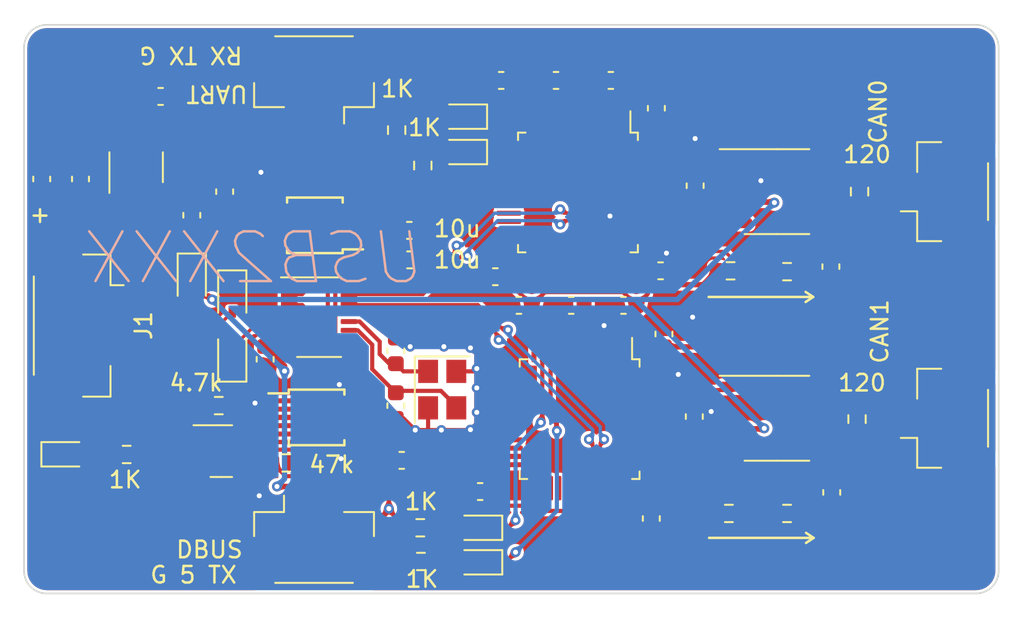
<source format=kicad_pcb>
(kicad_pcb (version 20211014) (generator pcbnew)
  (layers (0 "F.Cu" signal) (31 "B.Cu" signal) (34 "B.Paste" user) (35 "F.Paste" user) (36 "B.SilkS" user "B.Silkscreen") (37 "F.SilkS" user "F.Silkscreen") (38 "B.Mask" user) (39 "F.Mask" user) (44 "Edge.Cuts" user))
  (net 0 "")
  (net 1 "VCC")
  (net 2 "GND")
  (net 3 "Net-(C6-Pad2)")
  (net 4 "+5V")
  (net 5 "Net-(C11-Pad2)")
  (net 6 "Net-(C19-Pad1)")
  (net 7 "Net-(C20-Pad1)")
  (net 8 "/USB_HUB/XOUT")
  (net 9 "/USB_HUB/XIN")
  (net 10 "/STM1_CAN/LED1")
  (net 11 "Net-(D1-Pad2)")
  (net 12 "/STM1_CAN/LED2")
  (net 13 "Net-(D2-Pad2)")
  (net 14 "/STM2_CAN/LED1")
  (net 15 "Net-(D3-Pad2)")
  (net 16 "/STM2_CAN/LED2")
  (net 17 "Net-(D4-Pad2)")
  (net 18 "/USB_HUB/D-")
  (net 19 "/USB_HUB/D+")
  (net 20 "Net-(D8-Pad2)")
  (net 21 "/DBUS/DBus")
  (net 22 "/UART/RXD")
  (net 23 "/UART/TXD")
  (net 24 "/STM1_CAN/CAN_L")
  (net 25 "/STM1_CAN/CAN_H")
  (net 26 "/STM2_CAN/CAN_L")
  (net 27 "/STM2_CAN/CAN_H")
  (net 28 "Net-(Q1-Pad3)")
  (net 29 "Net-(R1-Pad1)")
  (net 30 "Net-(R6-Pad1)")
  (net 54 "/STM1_CAN/USB_D-")
  (net 55 "/STM1_CAN/USB_D+")
  (net 62 "/STM1_CAN/CAN_RX")
  (net 63 "/STM1_CAN/CAN_TX")
  (net 88 "/STM2_CAN/USB_D-")
  (net 89 "/STM2_CAN/USB_D+")
  (net 96 "/STM2_CAN/CAN_RX")
  (net 97 "/STM2_CAN/CAN_TX")
  (net 98 "/UART/D-")
  (net 99 "/UART/D+")
  (net 100 "/DBUS/D-")
  (net 101 "/DBUS/D+")
  (footprint "LED_SMD:LED_0603_1608Metric" (layer "F.Cu") (at 112.9792 89.0016 180)
    (fp_text reference "D3" hide)
    (fp_text value "LED")
  )
  (footprint "Capacitor_SMD:C_0603_1608Metric" (layer "F.Cu") (at 86.7156 65.8876 90)
    (fp_text reference "C9" hide)
    (fp_text value "100n")
  )
  (footprint "Resistor_SMD:R_0603_1608Metric" (layer "F.Cu") (at 109.5634 88.9508 180)
    (fp_text reference "R8" hide)
    (fp_text value "1K")
  )
  (footprint "Package_SO:SOIC-8_3.9x4.9mm_P1.27mm" (layer "F.Cu") (at 131.0132 80.3148)
    (fp_text reference "U5" hide)
    (fp_text value "TJA1051T-3")
  )
  (footprint "Package_QFP:LQFP-48_7x7mm_P0.5mm" (layer "F.Cu") (at 119.126 80.3656 -90)
    (fp_text reference "U4" hide)
    (fp_text value "STM32F072C8Tx")
  )
  (footprint "MyLib:SL2.1S-SSOP-16" (layer "F.Cu") (at 103.4288 74.2188)
    (fp_text reference "U6" hide)
    (fp_text value "SL2.1S")
  )
  (footprint "Connector_Molex:Molex_CLIK-Mate_502386-0470_1x04-1MP_P1.25mm_Horizontal" (layer "F.Cu") (at 88.9508 74.7268 -90)
    (fp_text reference "J1")
    (fp_text value "Conn_01x04")
  )
  (footprint "Capacitor_SMD:C_0603_1608Metric" (layer "F.Cu") (at 108.0516 79.5528 -90)
    (fp_text reference "C21" hide)
    (fp_text value "18p")
  )
  (footprint "Package_TO_SOT_SMD:SOT-23" (layer "F.Cu") (at 97.536 82.296)
    (fp_text reference "Q1" hide)
    (fp_text value "S8050")
  )
  (footprint "Capacitor_SMD:C_0603_1608Metric" (layer "F.Cu") (at 117.7036 59.944)
    (fp_text reference "C6" hide)
    (fp_text value "100n")
  )
  (footprint "Connector_JST:JST_GH_SM02B-GHS-TB_1x02-1MP_P1.25mm_Horizontal" (layer "F.Cu") (at 141.1732 66.6496 90)
    (fp_text reference "J4" hide)
    (fp_text value "Conn_01x02")
  )
  (footprint "LED_SMD:LED_0603_1608Metric" (layer "F.Cu") (at 112.0648 64.262 180)
    (fp_text reference "D2" hide)
    (fp_text value "LED")
  )
  (footprint "Package_TO_SOT_SMD:SOT-23-5_HandSoldering" (layer "F.Cu") (at 92.4052 65.1764 90)
    (fp_text reference "U3" hide)
    (fp_text value "HX9193")
  )
  (footprint "Capacitor_SMD:C_0603_1608Metric" (layer "F.Cu") (at 89.0524 65.8876 90)
    (fp_text reference "C26" hide)
    (fp_text value "100n")
  )
  (footprint "Capacitor_SMD:C_0603_1608Metric" (layer "F.Cu") (at 115.4684 73.5076 180)
    (fp_text reference "C25" hide)
    (fp_text value "100n")
  )
  (footprint "Capacitor_SMD:C_0603_1608Metric" (layer "F.Cu") (at 108.0516 76.2508 90)
    (fp_text reference "C22" hide)
    (fp_text value "18p")
  )
  (footprint "Capacitor_SMD:C_0603_1608Metric" (layer "F.Cu") (at 113.1316 84.7344 180)
    (fp_text reference "C5" hide)
    (fp_text value "100n")
  )
  (footprint "Capacitor_SMD:C_0603_1608Metric" (layer "F.Cu") (at 126.0348 80.2132 90)
    (fp_text reference "C27" hide)
    (fp_text value "100n")
  )
  (footprint "Capacitor_SMD:C_0603_1608Metric" (layer "F.Cu") (at 124.206 75.2348 90)
    (fp_text reference "C16" hide)
    (fp_text value "100n")
  )
  (footprint "Diode_SMD:D_SOD-323" (layer "F.Cu") (at 98.1964 76.6064 90)
    (fp_text reference "D7" hide)
    (fp_text value "BV05C")
  )
  (footprint "Resistor_SMD:R_0603_1608Metric" (layer "F.Cu") (at 128.1176 86.0552 180)
    (fp_text reference "R6" hide)
    (fp_text value "0")
  )
  (footprint "Capacitor_SMD:C_0603_1608Metric" (layer "F.Cu") (at 121.7676 73.5076 180)
    (fp_text reference "C10" hide)
    (fp_text value "100n")
  )
  (footprint "LED_SMD:LED_0603_1608Metric" (layer "F.Cu") (at 112.0648 62.1284 180)
    (fp_text reference "D1" hide)
    (fp_text value "LED")
  )
  (footprint "Connector_JST:JST_GH_SM02B-GHS-TB_1x02-1MP_P1.25mm_Horizontal" (layer "F.Cu") (at 141.1732 80.3148 90)
    (fp_text reference "J5" hide)
    (fp_text value "Conn_01x02")
  )
  (footprint "Diode_SMD:D_SOD-323" (layer "F.Cu") (at 95.758 71.882 -90)
    (fp_text reference "D5" hide)
    (fp_text value "BV05C")
  )
  (footprint "LED_SMD:LED_0603_1608Metric" (layer "F.Cu") (at 112.9792 86.9188 180)
    (fp_text reference "D4" hide)
    (fp_text value "LED")
  )
  (footprint "Package_SO:SOIC-8_3.9x4.9mm_P1.27mm" (layer "F.Cu") (at 131.0132 66.6496)
    (fp_text reference "U2" hide)
    (fp_text value "TJA1051T-3")
  )
  (footprint "Capacitor_SMD:C_0603_1608Metric" (layer "F.Cu") (at 123.7488 61.6204 90)
    (fp_text reference "C7" hide)
    (fp_text value "100n")
  )
  (footprint "Resistor_SMD:R_0603_1608Metric" (layer "F.Cu") (at 97.3836 79.5528)
    (fp_text reference "R11" hide)
    (fp_text value "4.7K")
  )
  (footprint "Resistor_SMD:R_0603_1608Metric" (layer "F.Cu") (at 135.9916 66.6496 -90)
    (fp_text reference "R5" hide)
    (fp_text value "120")
  )
  (footprint "Capacitor_SMD:C_0603_1608Metric" (layer "F.Cu") (at 126.0856 66.294 90)
    (fp_text reference "C23" hide)
    (fp_text value "100n")
  )
  (footprint "Capacitor_SMD:C_0603_1608Metric" (layer "F.Cu") (at 97.7392 66.6496 90)
    (fp_text reference "C17" hide)
    (fp_text value "100n")
  )
  (footprint "Capacitor_SMD:C_0603_1608Metric" (layer "F.Cu") (at 114.046 71.7804 180)
    (fp_text reference "C24" hide)
    (fp_text value "100n")
  )
  (footprint "Capacitor_SMD:C_0603_1608Metric" (layer "F.Cu") (at 124.0028 71.4248)
    (fp_text reference "C12" hide)
    (fp_text value "100n")
  )
  (footprint "Capacitor_SMD:C_0603_1608Metric" (layer "F.Cu") (at 95.758 68.072 90)
    (fp_text reference "C18" hide)
    (fp_text value "100n")
  )
  (footprint "Resistor_SMD:R_0603_1608Metric" (layer "F.Cu") (at 131.6228 71.4756 180)
    (fp_text reference "R2" hide)
    (fp_text value "10K")
  )
  (footprint "Resistor_SMD:R_0603_1608Metric" (layer "F.Cu") (at 135.8392 80.3656 -90)
    (fp_text reference "R10" hide)
    (fp_text value "120")
  )
  (footprint "Capacitor_SMD:C_0603_1608Metric" (layer "F.Cu") (at 121.0056 59.944 180)
    (fp_text reference "C2" hide)
    (fp_text value "100n")
  )
  (footprint "Capacitor_SMD:C_0603_1608Metric" (layer "F.Cu") (at 134.3152 84.7852 -90)
    (fp_text reference "C14" hide)
    (fp_text value "100n")
  )
  (footprint "Package_SO:MSOP-10_3x3mm_P0.5mm" (layer "F.Cu") (at 103.1748 68.6816 180)
    (fp_text reference "U7" hide)
    (fp_text value "CH340E")
  )
  (footprint "Resistor_SMD:R_0603_1608Metric" (layer "F.Cu") (at 101.4476 83.0072)
    (fp_text reference "R12" hide)
    (fp_text value "47K")
  )
  (footprint "Connector_JST:JST_GH_SM03B-GHS-TB_1x03-1MP_P1.25mm_Horizontal" (layer "F.Cu") (at 103.124 59.8424 180)
    (fp_text reference "J3" hide)
    (fp_text value "Conn_01x03")
  )
  (footprint "Resistor_SMD:R_0603_1608Metric" (layer "F.Cu") (at 131.6228 86.0552 180)
    (fp_text reference "R7" hide)
    (fp_text value "10K")
  )
  (footprint "Resistor_SMD:R_0603_1608Metric" (layer "F.Cu") (at 109.6772 65.0748 -90)
    (fp_text reference "R4" hide)
    (fp_text value "1K")
  )
  (footprint "Capacitor_SMD:C_0603_1608Metric" (layer "F.Cu") (at 108.8644 68.9864)
    (fp_text reference "C19" hide)
    (fp_text value "10u")
  )
  (footprint "Capacitor_SMD:C_0603_1608Metric" (layer "F.Cu") (at 108.4072 82.8548)
    (fp_text reference "C3" hide)
    (fp_text value "100n")
  )
  (footprint "Capacitor_SMD:C_0603_1608Metric" (layer "F.Cu") (at 118.618 73.5076)
    (fp_text reference "C11" hide)
    (fp_text value "100n")
  )
  (footprint "Resistor_SMD:R_0603_1608Metric" (layer "F.Cu") (at 128.2192 71.4248 180)
    (fp_text reference "R1" hide)
    (fp_text value "0")
  )
  (footprint "Capacitor_SMD:C_0603_1608Metric" (layer "F.Cu") (at 114.4016 59.944 180)
    (fp_text reference "C13" hide)
    (fp_text value "100n")
  )
  (footprint "Diode_SMD:D_SOD-323" (layer "F.Cu") (at 98.1964 72.898 -90)
    (fp_text reference "D6" hide)
    (fp_text value "BV05C")
  )
  (footprint "Resistor_SMD:R_0603_1608Metric" (layer "F.Cu") (at 109.5248 86.9188 180)
    (fp_text reference "R9" hide)
    (fp_text value "1K")
  )
  (footprint "Connector_JST:JST_GH_SM03B-GHS-TB_1x03-1MP_P1.25mm_Horizontal" (layer "F.Cu") (at 103.124 87.6808)
    (fp_text reference "J2" hide)
    (fp_text value "Conn_01x03")
  )
  (footprint "LED_SMD:LED_0603_1608Metric" (layer "F.Cu") (at 88.1798 82.4884)
    (fp_text reference "D8" hide)
    (fp_text value "LED")
  )
  (footprint "Crystal:Crystal_SMD_3225-4Pin_3.2x2.5mm" (layer "F.Cu") (at 110.8456 78.5876 -90)
    (fp_text reference "Y1" hide)
    (fp_text value "12M")
  )
  (footprint "Capacitor_SMD:C_0603_1608Metric" (layer "F.Cu") (at 100.1776 76.7588 -90)
    (fp_text reference "C8" hide)
    (fp_text value "100n")
  )
  (footprint "Capacitor_SMD:C_0603_1608Metric" (layer "F.Cu") (at 108.8774 70.7644)
    (fp_text reference "C20" hide)
    (fp_text value "10u")
  )
  (footprint "Package_QFP:LQFP-48_7x7mm_P0.5mm" (layer "F.Cu") (at 119.0244 66.7004 -90)
    (fp_text reference "U1" hide)
    (fp_text value "STM32F072C8Tx")
  )
  (footprint "Package_SO:MSOP-10_3x3mm_P0.5mm" (layer "F.Cu") (at 103.2764 80.264)
    (fp_text reference "U8" hide)
    (fp_text value "CH340E")
  )
  (footprint "Resistor_SMD:R_0603_1608Metric" (layer "F.Cu") (at 108.1024 62.9412 -90)
    (fp_text reference "R3" hide)
    (fp_text value "1K")
  )
  (footprint "Capacitor_SMD:C_0603_1608Metric" (layer "F.Cu") (at 134.2644 71.1708 -90)
    (fp_text reference "C1" hide)
    (fp_text value "100n")
  )
  (footprint "Capacitor_SMD:C_0603_1608Metric" (layer "F.Cu") (at 123.444 86.36 -90)
    (fp_text reference "C15" hide)
    (fp_text value "100n")
  )
  (footprint "Resistor_SMD:R_0603_1608Metric" (layer "F.Cu") (at 91.8342 82.4992 180)
    (fp_text reference "R13" hide)
    (fp_text value "1K")
  )
  (footprint "Capacitor_SMD:C_0603_1608Metric" (layer "F.Cu") (at 93.8784 60.9092)
    (fp_text reference "C4" hide)
    (fp_text value "100n")
  )
  (gr_line (start 133.223 87.5284) (end 132.7658 87.2236) (layer "F.SilkS") (width 0.15))
  (gr_line (start 133.223 87.5284) (end 132.7658 87.8332) (layer "F.SilkS") (width 0.15))
  (gr_line (start 133.1976 72.9996) (end 132.7404 73.3044) (layer "F.SilkS") (width 0.15))
  (gr_line (start 126.9238 87.5284) (end 133.223 87.5284) (layer "F.SilkS") (width 0.15))
  (gr_line (start 133.1976 72.9996) (end 132.7404 72.6948) (layer "F.SilkS") (width 0.15))
  (gr_line (start 126.8984 72.9996) (end 133.1976 72.9996) (layer "F.SilkS") (width 0.15))
  (gr_arc (start 87.0204 90.8812) (mid 86.050532 90.479468) (end 85.6488 89.5096) (layer "Edge.Cuts") (width 0.1))
  (gr_arc (start 143.002 56.5912) (mid 143.971868 56.992932) (end 144.3736 57.9628) (layer "Edge.Cuts") (width 0.1))
  (gr_line (start 144.3736 57.9628) (end 144.3736 89.5096) (layer "Edge.Cuts") (width 0.1))
  (gr_line (start 143.002 90.8812) (end 87.0204 90.8812) (layer "Edge.Cuts") (width 0.1))
  (gr_arc (start 85.6488 57.9628) (mid 86.050532 56.992932) (end 87.0204 56.5912) (layer "Edge.Cuts") (width 0.1))
  (gr_arc (start 144.3736 89.5096) (mid 143.971868 90.479468) (end 143.002 90.8812) (layer "Edge.Cuts") (width 0.1))
  (gr_line (start 87.0204 56.5912) (end 143.002 56.5912) (layer "Edge.Cuts") (width 0.1))
  (gr_line (start 85.6488 89.5096) (end 85.6488 57.9628) (layer "Edge.Cuts") (width 0.1))
  (gr_text "USB2XXX" (at 99.7204 70.6628) (layer "B.SilkS") (effects (font (size 3 3) (thickness 0.15) italic) (justify mirror)))
  (gr_text "1K" (at 108.1532 60.452) (layer "F.SilkS") (effects (font (size 1 1))))
  (gr_text "1K" (at 109.6264 90.0176) (layer "F.SilkS") (effects (font (size 1 1))))
  (gr_text "10u" (at 111.76 70.7644) (layer "F.SilkS") (effects (font (size 1 1))))
  (gr_text "10u" (at 111.76 68.8848) (layer "F.SilkS") (effects (font (size 1 1))))
  (gr_text "G 5 TX" (at 95.8596 89.7636) (layer "F.SilkS") (effects (font (size 1 1))))
  (gr_text "+" (at 86.614 68.0212) (layer "F.SilkS") (effects (font (size 1 1))))
  (gr_text "4.7k" (at 96.012 78.1812) (layer "F.SilkS") (effects (font (size 1 1))))
  (gr_text "120" (at 136.4488 64.4144) (layer "F.SilkS") (effects (font (size 1 1))))
  (gr_text "120" (at 136.144 78.1812) (layer "F.SilkS") (effects (font (size 1 1))))
  (gr_text "RX TX G" (at 95.7072 58.42 180) (layer "F.SilkS") (effects (font (size 1 1))))
  (gr_text "CAN0" (at 137.1092 61.8236 90) (layer "F.SilkS") (effects (font (size 1 1))))
  (gr_text "1K" (at 91.7448 84.0232) (layer "F.SilkS") (effects (font (size 1 1))))
  (gr_text "DBUS" (at 96.8248 88.2396) (layer "F.SilkS") (effects (font (size 1 1))))
  (gr_text "1K" (at 109.7788 62.7888) (layer "F.SilkS") (effects (font (size 1 1))))
  (gr_text "CAN1" (at 137.2108 75.0824 90) (layer "F.SilkS") (effects (font (size 1 1))))
  (gr_text "UART" (at 97.282 60.7568 180) (layer "F.SilkS") (effects (font (size 1 1))))
  (gr_text "47k" (at 104.1908 83.1088) (layer "F.SilkS") (effects (font (size 1 1))))
  (gr_text "1K" (at 109.5756 85.344) (layer "F.SilkS") (effects (font (size 1 1))))
  (segment (start 121.7744 64.560394) (end 121.7744 62.5379) (width 0.25) (layer "F.Cu") (net 1))
  (segment (start 95.3008 61.8744) (end 95.3008 64.9862) (width 0.32) (layer "F.Cu") (net 1))
  (segment (start 113.8428 70.8022) (end 114.821 71.7804) (width 0.25) (layer "F.Cu") (net 1))
  (segment (start 134.7724 82.9564) (end 134.7724 83.553) (width 0.32) (layer "F.Cu") (net 1))
  (segment (start 114.76232 85.59012) (end 116.52732 85.59012) (width 0.25) (layer "F.Cu") (net 1))
  (segment (start 118.994388 64.560394) (end 121.7744 64.560394) (width 0.25) (layer "F.Cu") (net 1))
  (segment (start 131.68828 71.8514) (end 131.68828 70.96884) (width 0.32) (layer "F.Cu") (net 1))
  (segment (start 117.4388 60.8076) (end 116.0402 60.8076) (width 0.25) (layer "F.Cu") (net 1))
  (segment (start 123.7556 63.9504) (end 124.1044 63.6016) (width 0.25) (layer "F.Cu") (net 1))
  (segment (start 99.4156 61.8744) (end 100.8888 60.4012) (width 0.32) (layer "F.Cu") (net 1))
  (segment (start 93.6122 82.4992) (end 98.1842 87.0712) (width 0.32) (layer "F.Cu") (net 1))
  (segment (start 122.384394 63.9504) (end 123.1869 63.9504) (width 0.25) (layer "F.Cu") (net 1))
  (segment (start 107.6322 85.8512) (end 108.6998 86.9188) (width 0.25) (layer "F.Cu") (net 1))
  (segment (start 132.18868 67.67268) (end 133.0706 68.5546) (width 0.25) (layer "F.Cu") (net 1))
  (segment (start 100.9748 69.6816) (end 100.949311 69.656111) (width 0.25) (layer "F.Cu") (net 1))
  (segment (start 123.1869 63.9504) (end 123.7556 63.9504) (width 0.25) (layer "F.Cu") (net 1))
  (segment (start 123.2278 71.4248) (end 123.2278 72.8224) (width 0.25) (layer "F.Cu") (net 1))
  (segment (start 93.6122 82.4992) (end 96.5586 79.5528) (width 0.32) (layer "F.Cu") (net 1))
  (segment (start 106.5784 79.366978) (end 106.5784 80.661022) (width 0.25) (layer "F.Cu") (net 1))
  (segment (start 108.7384 86.9574) (end 108.6998 86.9188) (width 0.32) (layer "F.Cu") (net 1))
  (segment (start 106.475422 79.264) (end 106.5784 79.366978) (width 0.25) (layer "F.Cu") (net 1))
  (segment (start 116.84 85.9028) (end 122.2384 85.9028) (width 0.25) (layer "F.Cu") (net 1))
  (segment (start 131.68828 70.96884) (end 132.26132 70.3958) (width 0.32) (layer "F.Cu") (net 1))
  (segment (start 117.7744 63.340406) (end 118.994388 64.560394) (width 0.25) (layer "F.Cu") (net 1))
  (segment (start 133.985 68.5546) (end 134.7724 69.342) (width 0.25) (layer "F.Cu") (net 1))
  (segment (start 99.914289 68.081311) (end 99.914289 68.386111) (width 0.25) (layer "F.Cu") (net 1))
  (segment (start 124.1044 62.751) (end 123.7488 62.3954) (width 0.25) (layer "F.Cu") (net 1))
  (segment (start 124.0096 77.6156) (end 124.206 77.4192) (width 0.25) (layer "F.Cu") (net 1))
  (segment (start 123.9142 86.0552) (end 123.444 85.585) (width 0.32) (layer "F.Cu") (net 1))
  (segment (start 121.74308 72.70808) (end 117.04292 72.70808) (width 0.25) (layer "F.Cu") (net 1))
  (segment (start 133.4882 68.5546) (end 133.985 68.5546) (width 0.25) (layer "F.Cu") (net 1))
  (segment (start 97.7392 67.4246) (end 99.327 67.4246) (width 0.25) (layer "F.Cu") (net 1))
  (segment (start 106.02696 60.4012) (end 107.26788 61.64212) (width 0.32) (layer "F.Cu") (net 1))
  (segment (start 124.1044 63.6016) (end 124.1044 62.751) (width 0.25) (layer "F.Cu") (net 1))
  (segment (start 121.7744 59.9502) (end 121.7806 59.944) (width 0.25) (layer "F.Cu") (net 1))
  (segment (start 114.9635 83.1156) (end 114.2932 83.1156) (width 0.25) (layer "F.Cu") (net 1))
  (segment (start 117.7744 62.5379) (end 117.7744 63.340406) (width 0.25) (layer "F.Cu") (net 1))
  (segment (start 100.8888 60.4012) (end 106.02696 60.4012) (width 0.32) (layer "F.Cu") (net 1))
  (segment (start 131.68828 85.54844) (end 133.22652 84.0102) (width 0.32) (layer "F.Cu") (net 1))
  (segment (start 127.83377 76.0098) (end 124.206 76.0098) (width 0.32) (layer "F.Cu") (net 1))
  (segment (start 114.821 72.0852) (end 116.2434 73.5076) (width 0.25) (layer "F.Cu") (net 1))
  (segment (start 94.0686 61.8744) (end 93.1034 60.9092) (width 0.32) (layer "F.Cu") (net 1))
  (segment (start 128.12712 86.88972) (end 131.36052 86.88972) (width 0.32) (layer "F.Cu") (net 1))
  (segment (start 124.06232 72.25932) (end 123.2278 71.4248) (width 0.32) (layer "F.Cu") (net 1))
  (segment (start 116.0402 60.8076) (end 115.1766 59.944) (width 0.25) (layer "F.Cu") (net 1))
  (segment (start 126.61048 72.31012) (end 131.22956 72.31012) (width 0.32) (layer "F.Cu") (net 1))
  (segment (start 108.1024 63.7662) (end 107.26788 62.93168) (width 0.32) (layer "F.Cu") (net 1))
  (segment (start 106.5784 80.661022) (end 106.5784 81.801) (width 0.25) (layer "F.Cu") (net 1))
  (segment (start 113.10708 85.53392) (end 113.9066 84.7344) (width 0.25) (layer "F.Cu") (net 1))
  (segment (start 105.4764 79.264) (end 106.475422 79.264) (width 0.25) (layer "F.Cu") (net 1))
  (segment (start 133.22652 84.0102) (end 134.3152 84.0102) (width 0.32) (layer "F.Cu") (net 1))
  (segment (start 107.6322 82.8548) (end 107.6322 85.7634) (width 0.25) (layer "F.Cu") (net 1))
  (segment (start 122.1232 71.9836) (end 122.669 71.9836) (width 0.25) (layer "F.Cu") (net 1))
  (segment (start 122.2384 85.9028) (end 123.1262 85.9028) (width 0.25) (layer "F.Cu") (net 1))
  (segment (start 127.2926 86.0552) (end 123.9142 86.0552) (width 0.32) (layer "F.Cu") (net 1))
  (segment (start 126.55968 72.25932) (end 126.61048 72.31012) (width 0.32) (layer "F.Cu") (net 1))
  (segment (start 98.1842 87.0712) (end 106.4122 87.0712) (width 0.32) (layer "F.Cu") (net 1))
  (segment (start 105.4764 79.264) (end 105.501889 79.289489) (width 0.25) (layer "F.Cu") (net 1))
  (segment (start 100.9748 68.1816) (end 100.014578 68.1816) (width 0.25) (layer "F.Cu") (net 1))
  (segment (start 130.048 79.20517) (end 130.048 78.22403) (width 0.32) (layer "F.Cu") (net 1))
  (segment (start 113.9066 84.7344) (end 114.76232 85.59012) (width 0.25) (layer "F.Cu") (net 1))
  (segment (start 126.55968 72.25932) (end 124.06232 72.25932) (width 0.32) (layer "F.Cu") (net 1))
  (segment (start 95.3008 61.8744) (end 99.4156 61.8744) (width 0.32) (layer "F.Cu") (net 1))
  (segment (start 114.2932 83.1156) (end 113.9066 83.5022) (width 0.25) (layer "F.Cu") (net 1))
  (segment (start 121.876 74.1742) (end 122.5426 73.5076) (width 0.25) (layer "F.Cu") (net 1))
  (segment (start 108.13148 60.77852) (end 114.34208 60.77852) (width 0.32) (layer "F.Cu") (net 1))
  (segment (start 108.7384 88.9508) (end 108.7384 86.9574) (width 0.32) (layer "F.Cu") (net 1))
  (segment (start 91.4552 62.5574) (end 91.4552 63.8264) (width 0.32) (layer "F.Cu") (net 1))
  (segment (start 114.34208 60.77852) (end 115.1766 59.944) (width 0.32) (layer "F.Cu") (net 1))
  (segment (start 134.7724 69.8878) (end 134.2644 70.3958) (width 0.25) (layer "F.Cu") (net 1))
  (segment (start 113.8428 69.85) (end 113.8428 70.8022) (width 0.25) (layer "F.Cu") (net 1))
  (segment (start 114.8619 69.4504) (end 114.2424 69.4504) (width 0.25) (layer "F.Cu") (net 1))
  (segment (start 123.1262 85.9028) (end 123.444 85.585) (width 0.25) (layer "F.Cu") (net 1))
  (segment (start 122.485994 77.6156) (end 123.2885 77.6156) (width 0.25) (layer "F.Cu") (net 1))
  (segment (start 121.876 76.2031) (end 121.876 74.1742) (width 0.25) (layer "F.Cu") (net 1))
  (segment (start 134.7724 69.342) (end 134.7724 69.8878) (width 0.25) (layer "F.Cu") (net 1))
  (segment (start 106.475422 80.764) (end 105.4764 80.764) (width 0.25) (layer "F.Cu") (net 1))
  (segment (start 107.6322 85.7634) (end 107.6322 85.8512) (width 0.25) (layer "F.Cu") (net 1))
  (segment (start 131.36052 86.88972) (end 131.68828 86.56196) (width 0.32) (layer "F.Cu") (net 1))
  (segment (start 121.876 78.225594) (end 122.485994 77.6156) (width 0.25) (layer "F.Cu") (net 1))
  (segment (start 132.26132 70.3958) (end 134.2644 70.3958) (width 0.32) (layer "F.Cu") (net 1))
  (segment (start 93.1034 60.9092) (end 91.4552 62.5574) (width 0.32) (layer "F.Cu") (net 1))
  (segment (start 107.26788 62.00508) (end 107.26788 61.64212) (width 0.32) (layer "F.Cu") (net 1))
  (segment (start 106.5784 80.661022) (end 106.475422 80.764) (width 0.25) (layer "F.Cu") (net 1))
  (segment (start 121.876 78.225594) (end 121.876 76.2031) (width 0.25) (layer "F.Cu") (net 1))
  (segment (start 100.014578 68.1816) (end 99.914289 68.081311) (width 0.25) (layer "F.Cu") (net 1))
  (segment (start 131.22956 72.31012) (end 131.68828 71.8514) (width 0.32) (layer "F.Cu") (net 1))
  (segment (start 100.949311 69.656111) (end 99.914289 69.656111) (width 0.25) (layer "F.Cu") (net 1))
  (segment (start 133.06263 82.2198) (end 130.048 79.20517) (width 0.32) (layer "F.Cu") (net 1))
  (segment (start 109.6772 65.8998) (end 108.1024 64.325) (width 0.32) (layer "F.Cu") (net 1))
  (segment (start 117.7744 62.5379) (end 117.7744 61.1432) (width 0.25) (layer "F.Cu") (net 1))
  (segment (start 114.2424 69.4504) (end 113.8428 69.85) (width 0.25) (layer "F.Cu") (net 1))
  (segment (start 121.7744 71.6348) (end 122.1232 71.9836) (width 0.25) (layer "F.Cu") (net 1))
  (segment (start 121.7744 70.8629) (end 121.7744 71.6348) (width 0.25) (layer "F.Cu") (net 1))
  (segment (start 133.4882 82.2198) (end 133.06263 82.2198) (width 0.32) (layer "F.Cu") (net 1))
  (segment (start 106.5784 81.801) (end 107.6322 82.8548) (width 0.25) (layer "F.Cu") (net 1))
  (segment (start 117.876 76.2031) (end 117.876 75.1402) (width 0.25) (layer "F.Cu") (net 1))
  (segment (start 107.26788 61.64212) (end 108.13148 60.77852) (width 0.32) (layer "F.Cu") (net 1))
  (segment (start 121.7744 70.8629) (end 121.7744 64.560394) (width 0.25) (layer "F.Cu") (net 1))
  (segment (start 99.914289 69.656111) (end 99.914289 68.386111) (width 0.25) (layer "F.Cu") (net 1))
  (segment (start 127.835072 62.3954) (end 132.18868 66.749008) (width 0.25) (layer "F.Cu") (net 1))
  (segment (start 123.7488 62.3954) (end 127.835072 62.3954) (width 0.25) (layer "F.Cu") (net 1))
  (segment (start 123.2885 77.6156) (end 124.0096 77.6156) (width 0.25) (layer "F.Cu") (net 1))
  (segment (start 108.1024 64.325) (end 108.1024 63.7662) (width 0.32) (layer "F.Cu") (net 1))
  (segment (start 95.3008 64.9862) (end 97.7392 67.4246) (width 0.32) (layer "F.Cu") (net 1))
  (segment (start 116.52732 85.59012) (end 116.84 85.9028) (width 0.25) (layer "F.Cu") (net 1))
  (segment (start 114.821 71.7804) (end 114.821 72.0852) (width 0.25) (layer "F.Cu") (net 1))
  (segment (start 123.2278 72.8224) (end 122.5426 73.5076) (width 0.25) (layer "F.Cu") (net 1))
  (segment (start 107.26788 62.93168) (end 107.26788 62.00508) (width 0.32) (layer "F.Cu") (net 1))
  (segment (start 106.4122 87.0712) (end 107.6322 85.8512) (width 0.32) (layer "F.Cu") (net 1))
  (segment (start 117.04292 72.70808) (end 116.2434 73.5076) (width 0.25) (layer "F.Cu") (net 1))
  (segment (start 110.08468 85.53392) (end 113.10708 85.53392) (width 0.25) (layer "F.Cu") (net 1))
  (segment (start 124.206 77.4192) (end 124.206 76.0098) (width 0.25) (layer "F.Cu") (net 1))
  (segment (start 121.876 84.5281) (end 121.876 78.225594) (width 0.25) (layer "F.Cu") (net 1))
  (segment (start 121.7744 62.5379) (end 121.7744 59.9502) (width 0.25) (layer "F.Cu") (net 1))
  (segment (start 117.7744 61.1432) (end 117.4388 60.8076) (width 0.25) (layer "F.Cu") (net 1))
  (segment (start 121.876 84.5281) (end 121.876 85.5404) (width 0.25) (layer "F.Cu") (net 1))
  (segment (start 132.18868 66.749008) (end 132.18868 67.67268) (width 0.25) (layer "F.Cu") (net 1))
  (segment (start 121.7744 64.560394) (end 122.384394 63.9504) (width 0.25) (layer "F.Cu") (net 1))
  (segment (start 131.68828 86.56196) (end 131.68828 85.54844) (width 0.32) (layer "F.Cu") (net 1))
  (segment (start 127.2926 86.0552) (end 128.12712 86.88972) (width 0.32) (layer "F.Cu") (net 1))
  (segment (start 134.0358 82.2198) (end 134.7724 82.9564) (width 0.32) (layer "F.Cu") (net 1))
  (segment (start 127.3942 71.4248) (end 126.55968 72.25932) (width 0.32) (layer "F.Cu") (net 1))
  (segment (start 130.048 78.22403) (end 127.83377 76.0098) (width 0.32) (layer "F.Cu") (net 1))
  (segment (start 92.6592 82.4992) (end 93.6122 82.4992) (width 0.32) (layer "F.Cu") (net 1))
  (segment (start 99.914289 68.011889) (end 99.914289 68.081311) (width 0.25) (layer "F.Cu") (net 1))
  (segment (start 121.876 85.5404) (end 122.2384 85.9028) (width 0.25) (layer "F.Cu") (net 1))
  (segment (start 133.4882 82.2198) (end 134.0358 82.2198) (width 0.32) (layer "F.Cu") (net 1))
  (segment (start 122.5426 73.5076) (end 121.74308 72.70808) (width 0.25) (layer "F.Cu") (net 1))
  (segment (start 117.876 75.1402) (end 116.2434 73.5076) (width 0.25) (layer "F.Cu") (net 1))
  (segment (start 113.9066 83.5022) (end 113.9066 84.7344) (width 0.25) (layer "F.Cu") (net 1))
  (segment (start 122.669 71.9836) (end 123.2278 71.4248) (width 0.25) (layer "F.Cu") (net 1))
  (segment (start 95.3008 61.8744) (end 94.0686 61.8744) (width 0.32) (layer "F.Cu") (net 1))
  (segment (start 99.327 67.4246) (end 99.914289 68.011889) (width 0.25) (layer "F.Cu") (net 1))
  (segment (start 134.7724 83.553) (end 134.3152 84.0102) (width 0.32) (layer "F.Cu") (net 1))
  (segment (start 133.0706 68.5546) (end 133.4882 68.5546) (width 0.25) (layer "F.Cu") (net 1))
  (segment (start 108.6998 86.9188) (end 110.08468 85.53392) (width 0.25) (layer "F.Cu") (net 1))
  (via (at 107.6322 85.7634) (size 0.6) (drill 0.3) (layers "F.Cu" "B.Cu") (net 1))
  (segment (start 111.6956 77.4876) (end 112.7584 77.4876) (width 0.25) (layer "F.Cu") (net 2))
  (segment (start 112.5474 81.0006) (end 112.9284 80.6196) (width 0.25) (layer "F.Cu") (net 2))
  (segment (start 109.9956 79.6876) (end 109.9956 80.9888) (width 0.25) (layer "F.Cu") (net 2))
  (segment (start 109.22 81.026) (end 110.0328 81.026) (width 0.25) (layer "F.Cu") (net 2))
  (segment (start 111.6956 76.0104) (end 111.7092 75.9968) (width 0.25) (layer "F.Cu") (net 2))
  (segment (start 108.0516 80.3278) (end 108.5218 80.3278) (width 0.25) (layer "F.Cu") (net 2))
  (segment (start 110.7948 81.026) (end 112.522 81.026) (width 0.25) (layer "F.Cu") (net 2))
  (segment (start 112.9284 79.9592) (end 112.9284 78.486) (width 0.25) (layer "F.Cu") (net 2))
  (segment (start 112.9284 77.3176) (end 112.9284 76.454) (width 0.25) (layer "F.Cu") (net 2))
  (segment (start 112.9284 76.454) (end 112.5474 76.073) (width 0.25) (layer "F.Cu") (net 2))
  (segment (start 112.9284 78.486) (end 112.9284 77.3176) (width 0.25) (layer "F.Cu") (net 2))
  (segment (start 112.4712 75.9968) (end 111.7092 75.9968) (width 0.25) (layer "F.Cu") (net 2))
  (segment (start 112.9284 80.6196) (end 112.9284 79.9592) (width 0.25) (layer "F.Cu") (net 2))
  (segment (start 112.5474 76.073) (end 112.4712 75.9968) (width 0.25) (layer "F.Cu") (net 2))
  (segment (start 110.0328 81.026) (end 110.7948 81.026) (width 0.25) (layer "F.Cu") (net 2))
  (segment (start 108.5726 75.9968) (end 108.0516 75.4758) (width 0.25) (layer "F.Cu") (net 2))
  (segment (start 110.9472 75.9968) (end 108.9152 75.9968) (width 0.25) (layer "F.Cu") (net 2))
  (segment (start 109.9956 80.9888) (end 110.0328 81.026) (width 0.25) (layer "F.Cu") (net 2))
  (segment (start 111.7092 75.9968) (end 110.9472 75.9968) (width 0.25) (layer "F.Cu") (net 2))
  (segment (start 108.9152 75.9968) (end 108.5726 75.9968) (width 0.25) (layer "F.Cu") (net 2))
  (segment (start 112.522 81.026) (end 112.5474 81.0006) (width 0.25) (layer "F.Cu") (net 2))
  (segment (start 112.7584 77.4876) (end 112.9284 77.3176) (width 0.25) (layer "F.Cu") (net 2))
  (segment (start 108.5218 80.3278) (end 109.22 81.026) (width 0.25) (layer "F.Cu") (net 2))
  (via (at 108.9152 75.9968) (size 0.6) (drill 0.3) (layers "F.Cu" "B.Cu") (net 2))
  (via (at 120.9548 68.1228) (size 0.6) (drill 0.3) (layers "F.Cu" "B.Cu") (net 2))
  (via (at 127.0508 79.9084) (size 0.6) (drill 0.3) (layers "F.Cu" "B.Cu") (net 2))
  (via (at 112.9284 77.3176) (size 0.6) (drill 0.3) (layers "F.Cu" "B.Cu") (net 2))
  (via (at 104.648 78.2828) (size 0.6) (drill 0.3) (layers "F.Cu" "B.Cu") (net 2))
  (via (at 110.7948 81.026) (size 0.6) (drill 0.3) (layers "F.Cu" "B.Cu") (net 2))
  (via (at 120.5992 74.7268) (size 0.6) (drill 0.3) (layers "F.Cu" "B.Cu") (net 2))
  (via (at 99.568 79.4004) (size 0.6) (drill 0.3) (layers "F.Cu" "B.Cu") (net 2))
  (via (at 110.9472 75.9968) (size 0.6) (drill 0.3) (layers "F.Cu" "B.Cu") (net 2))
  (via (at 125.9332 74.2188) (size 0.6) (drill 0.3) (layers "F.Cu" "B.Cu") (net 2))
  (via (at 112.5474 76.073) (size 0.6) (drill 0.3) (layers "F.Cu" "B.Cu") (net 2))
  (via (at 104.7496 82.7532) (size 0.6) (drill 0.3) (layers "F.Cu" "B.Cu") (net 2))
  (via (at 112.9284 78.486) (size 0.6) (drill 0.3) (layers "F.Cu" "B.Cu") (net 2))
  (via (at 109.22 81.026) (size 0.6) (drill 0.3) (layers "F.Cu" "B.Cu") (net 2))
  (via (at 112.9284 79.9592) (size 0.6) (drill 0.3) (layers "F.Cu" "B.Cu") (net 2))
  (via (at 130.048 65.9892) (size 0.6) (drill 0.3) (layers "F.Cu" "B.Cu") (net 2))
  (via (at 125.0696 77.6732) (size 0.6) (drill 0.3) (layers "F.Cu" "B.Cu") (net 2))
  (via (at 112.5474 81.0006) (size 0.6) (drill 0.3) (layers "F.Cu" "B.Cu") (net 2))
  (via (at 126.0856 63.4492) (size 0.6) (drill 0.3) (layers "F.Cu" "B.Cu") (net 2))
  (via (at 99.822 84.9884) (size 0.6) (drill 0.3) (layers "F.Cu" "B.Cu") (net 2))
  (via (at 124.3584 70.358) (size 0.6) (drill 0.3) (layers "F.Cu" "B.Cu") (net 2))
  (via (at 99.9236 65.4812) (size 0.6) (drill 0.3) (layers "F.Cu" "B.Cu") (net 2))
  (segment (start 118.7744 62.5379) (end 118.7744 60.2398) (width 0.25) (layer "F.Cu") (net 3))
  (segment (start 118.7744 60.2398) (end 118.4786 59.944) (width 0.25) (layer "F.Cu") (net 3))
  (segment (start 130.2258 80.9498) (end 130.2512 80.9244) (width 0.32) (layer "F.Cu") (net 4))
  (segment (start 91.494711 67.665911) (end 93.089711 67.665911) (width 0.32) (layer "F.Cu") (net 4))
  (segment (start 130.8354 67.2846) (end 130.8608 67.31) (width 0.32) (layer "F.Cu") (net 4))
  (segment (start 89.0524 68.0212) (end 89.0524 66.6626) (width 0.32) (layer "F.Cu") (net 4))
  (segment (start 126.0348 80.9882) (end 128.4998 80.9882) (width 0.32) (layer "F.Cu") (net 4))
  (segment (start 95.758 72.932) (end 96.7572 72.932) (width 0.32) (layer "F.Cu") (net 4))
  (segment (start 93.3552 67.400422) (end 93.3552 66.5264) (width 0.32) (layer "F.Cu") (net 4))
  (segment (start 91.319 66.6626) (end 91.4552 66.5264) (width 0.32) (layer "F.Cu") (net 4))
  (segment (start 128.5382 67.2846) (end 130.8354 67.2846) (width 0.32) (layer "F.Cu") (net 4))
  (segment (start 94.6404 69.9646) (end 95.758 68.847) (width 0.32) (layer "F.Cu") (net 4))
  (segment (start 89.0524 66.6626) (end 91.319 66.6626) (width 0.32) (layer "F.Cu") (net 4))
  (segment (start 91.4552 66.5264) (end 91.4552 67.6264) (width 0.32) (layer "F.Cu") (net 4))
  (segment (start 89.0524 68.0212) (end 90.8008 69.7696) (width 0.32) (layer "F.Cu") (net 4))
  (segment (start 100.6176 75.5438) (end 100.1776 75.9838) (width 0.25) (layer "F.Cu") (net 4))
  (segment (start 96.7572 72.932) (end 96.9772 73.152) (width 0.32) (layer "F.Cu") (net 4))
  (segment (start 103.124 84.8868) (end 102.6668 84.4296) (width 0.32) (layer "F.Cu") (net 4))
  (segment (start 95.6778 72.8518) (end 95.758 72.932) (width 0.32) (layer "F.Cu") (net 4))
  (segment (start 128.4998 80.9882) (end 128.5382 80.9498) (width 0.32) (layer "F.Cu") (net 4))
  (segment (start 103.124 85.8308) (end 103.124 84.8868) (width 0.32) (layer "F.Cu") (net 4))
  (segment (start 94.6404 71.8144) (end 94.6404 69.9646) (width 0.32) (layer "F.Cu") (net 4))
  (segment (start 101.346 77.1522) (end 100.1776 75.9838) (width 0.32) (layer "F.Cu") (net 4))
  (segment (start 95.758 72.932) (end 94.6404 71.8144) (width 0.32) (layer "F.Cu") (net 4))
  (segment (start 93.089711 67.665911) (end 93.3552 67.400422) (width 0.32) (layer "F.Cu") (net 4))
  (segment (start 128.5382 67.2846) (end 126.3012 67.2846) (width 0.32) (layer "F.Cu") (net 4))
  (segment (start 101.346 77.47) (end 101.346 77.1522) (width 0.32) (layer "F.Cu") (net 4))
  (segment (start 95.758 72.932) (end 90.881 72.932) (width 0.32) (layer "F.Cu") (net 4))
  (segment (start 90.8008 69.7696) (end 90.8008 72.8518) (width 0.32) (layer "F.Cu") (net 4))
  (segment (start 91.4552 67.6264) (end 91.494711 67.665911) (width 0.32) (layer "F.Cu") (net 4))
  (segment (start 126.3012 67.2846) (end 126.0856 67.069) (width 0.32) (layer "F.Cu") (net 4))
  (segment (start 89.0524 66.6626) (end 86.7156 66.6626) (width 0.32) (layer "F.Cu") (net 4))
  (segment (start 101.6288 75.5438) (end 100.6176 75.5438) (width 0.25) (layer "F.Cu") (net 4))
  (segment (start 128.5382 80.9498) (end 130.2258 80.9498) (width 0.32) (layer "F.Cu") (net 4))
  (segment (start 90.881 72.932) (end 90.8008 72.8518) (width 0.32) (layer "F.Cu") (net 4))
  (segment (start 102.6668 84.4296) (end 100.8888 84.4296) (width 0.32) (layer "F.Cu") (net 4))
  (via (at 101.346 77.47) (size 0.6) (drill 0.3) (layers "F.Cu" "B.Cu") (net 4))
  (via (at 130.8608 67.31) (size 0.6) (drill 0.3) (layers "F.Cu" "B.Cu") (net 4))
  (via (at 100.8888 84.4296) (size 0.6) (drill 0.3) (layers "F.Cu" "B.Cu") (net 4))
  (via (at 96.9772 73.152) (size 0.6) (drill 0.3) (layers "F.Cu" "B.Cu") (net 4))
  (via (at 130.2512 80.9244) (size 0.6) (drill 0.3) (layers "F.Cu" "B.Cu") (net 4))
  (segment (start 125.0188 73.152) (end 130.8608 67.31) (width 0.32) (layer "B.Cu") (net 4))
  (segment (start 101.346 77.47) (end 101.2952 77.47) (width 0.32) (layer "B.Cu") (net 4))
  (segment (start 96.9772 73.152) (end 101.346 77.47) (width 0.32) (layer "B.Cu") (net 4))
  (segment (start 101.346 83.9724) (end 100.8888 84.4296) (width 0.32) (layer "B.Cu") (net 4))
  (segment (start 122.4788 73.152) (end 125.0188 73.152) (width 0.32) (layer "B.Cu") (net 4))
  (segment (start 101.346 77.47) (end 101.346 83.9724) (width 0.32) (layer "B.Cu") (net 4))
  (segment (start 122.4788 73.152) (end 130.2512 80.9244) (width 0.32) (layer "B.Cu") (net 4))
  (segment (start 96.9772 73.152) (end 122.4788 73.152) (width 0.32) (layer "B.Cu") (net 4))
  (segment (start 118.876 74.0246) (end 119.393 73.5076) (width 0.25) (layer "F.Cu") (net 5))
  (segment (start 118.876 76.2031) (end 118.876 74.0246) (width 0.25) (layer "F.Cu") (net 5))
  (segment (start 105.2288 76.0738) (end 104.588076 76.0738) (width 0.25) (layer "F.Cu") (net 6))
  (segment (start 106.82472 70.31488) (end 108.0516 69.088) (width 0.25) (layer "F.Cu") (net 6))
  (segment (start 104.588076 76.0738) (end 103.95476 75.440483) (width 0.25) (layer "F.Cu") (net 6))
  (segment (start 103.95476 75.440483) (end 103.95476 71.920211) (width 0.25) (layer "F.Cu") (net 6))
  (segment (start 105.560092 70.31488) (end 106.82472 70.31488) (width 0.25) (layer "F.Cu") (net 6))
  (segment (start 103.95476 71.920211) (end 105.560092 70.31488) (width 0.25) (layer "F.Cu") (net 6))
  (segment (start 104.40428 75.254286) (end 104.40428 72.106409) (width 0.25) (layer "F.Cu") (net 7))
  (segment (start 104.693794 75.5438) (end 104.40428 75.254286) (width 0.25) (layer "F.Cu") (net 7))
  (segment (start 105.2288 75.5438) (end 104.693794 75.5438) (width 0.25) (layer "F.Cu") (net 7))
  (segment (start 105.746289 70.7644) (end 108.1024 70.7644) (width 0.25) (layer "F.Cu") (net 7))
  (segment (start 104.40428 72.106409) (end 105.746289 70.7644) (width 0.25) (layer "F.Cu") (net 7))
  (segment (start 106.6292 75.879194) (end 105.763806 75.0138) (width 0.25) (layer "F.Cu") (net 8))
  (segment (start 108.0516 78.7778) (end 106.6292 77.3554) (width 0.25) (layer "F.Cu") (net 8))
  (segment (start 111.6956 79.5876) (end 110.771089 78.663089) (width 0.25) (layer "F.Cu") (net 8))
  (segment (start 105.763806 75.0138) (end 105.2288 75.0138) (width 0.25) (layer "F.Cu") (net 8))
  (segment (start 111.6956 79.6876) (end 111.6956 79.5876) (width 0.25) (layer "F.Cu") (net 8))
  (segment (start 108.166311 78.663089) (end 108.0516 78.7778) (width 0.25) (layer "F.Cu") (net 8))
  (segment (start 106.6292 77.3554) (end 106.6292 75.879194) (width 0.25) (layer "F.Cu") (net 8))
  (segment (start 110.771089 78.663089) (end 108.166311 78.663089) (width 0.25) (layer "F.Cu") (net 8))
  (segment (start 107.07872 76.44632) (end 107.07872 75.692997) (width 0.25) (layer "F.Cu") (net 9))
  (segment (start 108.5134 77.4876) (end 108.0516 77.0258) (width 0.25) (layer "F.Cu") (net 9))
  (segment (start 107.6582 77.0258) (end 107.07872 76.44632) (width 0.25) (layer "F.Cu") (net 9))
  (segment (start 107.07872 75.692997) (end 105.869523 74.4838) (width 0.25) (layer "F.Cu") (net 9))
  (segment (start 105.869523 74.4838) (end 105.2288 74.4838) (width 0.25) (layer "F.Cu") (net 9))
  (segment (start 108.0516 77.0258) (end 107.6582 77.0258) (width 0.25) (layer "F.Cu") (net 9))
  (segment (start 109.9956 77.4876) (end 108.5134 77.4876) (width 0.25) (layer "F.Cu") (net 9))
  (segment (start 117.2744 62.5379) (end 117.2744 61.735394) (width 0.25) (layer "F.Cu") (net 10))
  (segment (start 113.5127 61.468) (end 112.8523 62.1284) (width 0.25) (layer "F.Cu") (net 10))
  (segment (start 117.2744 61.735394) (end 117.007006 61.468) (width 0.25) (layer "F.Cu") (net 10))
  (segment (start 117.007006 61.468) (end 113.5127 61.468) (width 0.25) (layer "F.Cu") (net 10))
  (segment (start 111.2773 62.1284) (end 108.1146 62.1284) (width 0.25) (layer "F.Cu") (net 11))
  (segment (start 108.1146 62.1284) (end 108.1024 62.1162) (width 0.25) (layer "F.Cu") (net 11))
  (segment (start 115.866406 63.6524) (end 115.663206 63.4492) (width 0.25) (layer "F.Cu") (net 12))
  (segment (start 116.462406 63.6524) (end 115.866406 63.6524) (width 0.25) (layer "F.Cu") (net 12))
  (segment (start 116.7744 62.5379) (end 116.7744 63.340406) (width 0.25) (layer "F.Cu") (net 12))
  (segment (start 115.663206 63.4492) (end 113.6651 63.4492) (width 0.25) (layer "F.Cu") (net 12))
  (segment (start 113.6651 63.4492) (end 112.8523 64.262) (width 0.25) (layer "F.Cu") (net 12))
  (segment (start 116.7744 63.340406) (end 116.462406 63.6524) (width 0.25) (layer "F.Cu") (net 12))
  (segment (start 111.2651 64.2498) (end 111.2773 64.262) (width 0.25) (layer "F.Cu") (net 13))
  (segment (start 109.6772 64.2498) (end 111.2651 64.2498) (width 0.25) (layer "F.Cu") (net 13))
  (segment (start 117.376 76.2031) (end 117.376 80.272407) (width 0.25) (layer "F.Cu") (net 14))
  (segment (start 114.6556 89.0016) (end 115.2652 88.392) (width 0.25) (layer "F.Cu") (net 14))
  (segment (start 113.7667 89.0016) (end 114.6556 89.0016) (width 0.25) (layer "F.Cu") (net 14))
  (segment (start 117.7544 80.650807) (end 117.7544 81.0768) (width 0.25) (layer "F.Cu") (net 14))
  (segment (start 117.376 80.272407) (end 117.7544 80.650807) (width 0.25) (layer "F.Cu") (net 14))
  (via (at 115.2652 88.392) (size 0.6) (drill 0.3) (layers "F.Cu" "B.Cu") (net 14))
  (via (at 117.7544 81.0768) (size 0.6) (drill 0.3) (layers "F.Cu" "B.Cu") (net 14))
  (segment (start 117.7544 85.9028) (end 117.7544 81.0768) (width 0.25) (layer "B.Cu") (net 14))
  (segment (start 115.2652 88.392) (end 117.7544 85.9028) (width 0.25) (layer "B.Cu") (net 14))
  (segment (start 112.1917 89.0016) (end 110.4392 89.0016) (width 0.25) (layer "F.Cu") (net 15))
  (segment (start 110.4392 89.0016) (end 110.3884 88.9508) (width 0.25) (layer "F.Cu") (net 15))
  (segment (start 116.876 76.2031) (end 116.876 80.4312) (width 0.25) (layer "F.Cu") (net 16))
  (segment (start 113.7667 86.9188) (end 114.808 86.9188) (width 0.25) (layer "F.Cu") (net 16))
  (segment (start 114.808 86.9188) (end 115.2652 86.4616) (width 0.25) (layer "F.Cu") (net 16))
  (segment (start 116.876 80.4312) (end 116.7892 80.5688) (width 0.25) (layer "F.Cu") (net 16))
  (segment (start 116.7892 80.5688) (end 116.7892 80.518) (width 0.25) (layer "F.Cu") (net 16))
  (via (at 115.2652 86.4616) (size 0.6) (drill 0.3) (layers "F.Cu" "B.Cu") (net 16))
  (via (at 116.7892 80.5688) (size 0.6) (drill 0.3) (layers "F.Cu" "B.Cu") (net 16))
  (segment (start 115.2652 86.4616) (end 115.2652 82.0928) (width 0.25) (layer "B.Cu") (net 16))
  (segment (start 115.2652 82.0928) (end 116.7892 80.5688) (width 0.25) (layer "B.Cu") (net 16))
  (segment (start 112.1917 86.9188) (end 110.3498 86.9188) (width 0.25) (layer "F.Cu") (net 17))
  (segment (start 98.203599 73.8972) (end 98.7286 73.8972) (width 0.2) (layer "F.Cu") (net 18))
  (segment (start 101.6288 74.4838) (end 101.588801 74.523799) (width 0.2) (layer "F.Cu") (net 18))
  (segment (start 99.3332 74.5018) (end 101.6108 74.5018) (width 0.2) (layer "F.Cu") (net 18))
  (segment (start 90.8008 74.1018) (end 91.200799 74.501799) (width 0.2) (layer "F.Cu") (net 18))
  (segment (start 101.6108 74.5018) (end 101.6288 74.4838) (width 0.2) (layer "F.Cu") (net 18))
  (segment (start 97.598999 74.5018) (end 98.203599 73.8972) (width 0.2) (layer "F.Cu") (net 18))
  (segment (start 91.200799 74.501799) (end 97.598999 74.5018) (width 0.2) (layer "F.Cu") (net 18))
  (segment (start 98.7286 73.8972) (end 99.3332 74.5018) (width 0.2) (layer "F.Cu") (net 18))
  (segment (start 101.55 74.935) (end 101.6288 75.0138) (width 0.2) (layer "F.Cu") (net 19))
  (segment (start 91.200799 74.951801) (end 97.598999 74.9518) (width 0.2) (layer "F.Cu") (net 19))
  (segment (start 90.8008 75.3518) (end 91.200799 74.951801) (width 0.2) (layer "F.Cu") (net 19))
  (segment (start 97.598999 74.9518) (end 98.203599 75.5564) (width 0.2) (layer "F.Cu") (net 19))
  (segment (start 99.3332 74.935) (end 101.55 74.935) (width 0.2) (layer "F.Cu") (net 19))
  (segment (start 98.7286 75.5396) (end 99.3332 74.935) (width 0.2) (layer "F.Cu") (net 19))
  (segment (start 98.203599 75.5564) (end 98.7286 75.5564) (width 0.2) (layer "F.Cu") (net 19))
  (segment (start 88.9781 82.4992) (end 88.9673 82.4884) (width 0.25) (layer "F.Cu") (net 20))
  (segment (start 91.0092 82.4992) (end 88.9781 82.4992) (width 0.25) (layer "F.Cu") (net 20))
  (segment (start 97.776128 83.0072) (end 100.6226 83.0072) (width 0.25) (layer "F.Cu") (net 21))
  (segment (start 96.5985 81.346) (end 96.5985 81.829572) (width 0.25) (layer "F.Cu") (net 21))
  (segment (start 96.5985 81.829572) (end 97.776128 83.0072) (width 0.25) (layer "F.Cu") (net 21))
  (segment (start 104.374 85.2732) (end 102.90752 83.80672) (width 0.25) (layer "F.Cu") (net 21))
  (segment (start 104.374 85.8308) (end 104.374 85.2732) (width 0.25) (layer "F.Cu") (net 21))
  (segment (start 102.90752 83.80672) (end 101.42212 83.80672) (width 0.25) (layer "F.Cu") (net 21))
  (segment (start 101.42212 83.80672) (end 100.6226 83.0072) (width 0.25) (layer "F.Cu") (net 21))
  (segment (start 100.9748 69.1816) (end 102.10954 69.1816) (width 0.25) (layer "F.Cu") (net 22))
  (segment (start 104.374 66.91714) (end 104.374 61.8448) (width 0.25) (layer "F.Cu") (net 22))
  (segment (start 102.10954 69.1816) (end 104.374 66.91714) (width 0.25) (layer "F.Cu") (net 22))
  (segment (start 100.9748 68.6816) (end 101.973822 68.6816) (width 0.25) (layer "F.Cu") (net 23))
  (segment (start 101.973822 68.6816) (end 103.124 67.531422) (width 0.25) (layer "F.Cu") (net 23))
  (segment (start 103.124 67.531422) (end 103.124 61.8448) (width 0.25) (layer "F.Cu") (net 23))
  (segment (start 136.335 67.4746) (end 136.906 66.9036) (width 0.25) (layer "F.Cu") (net 24))
  (segment (start 133.4882 67.2846) (end 135.8016 67.2846) (width 0.25) (layer "F.Cu") (net 24))
  (segment (start 136.906 66.9036) (end 138.9522 66.9036) (width 0.25) (layer "F.Cu") (net 24))
  (segment (start 138.9522 66.9036) (end 139.3232 67.2746) (width 0.25) (layer "F.Cu") (net 24))
  (segment (start 135.8016 67.2846) (end 135.9916 67.4746) (width 0.25) (layer "F.Cu") (net 24))
  (segment (start 135.9916 67.4746) (end 136.335 67.4746) (width 0.25) (layer "F.Cu") (net 24))
  (segment (start 135.9916 65.8246) (end 136.2334 65.8246) (width 0.25) (layer "F.Cu") (net 25))
  (segment (start 136.86288 66.45408) (end 138.89372 66.45408) (width 0.25) (layer "F.Cu") (net 25))
  (segment (start 135.8016 66.0146) (end 135.9916 65.8246) (width 0.25) (layer "F.Cu") (net 25))
  (segment (start 136.2334 65.8246) (end 136.86288 66.45408) (width 0.25) (layer "F.Cu") (net 25))
  (segment (start 138.89372 66.45408) (end 139.3232 66.0246) (width 0.25) (layer "F.Cu") (net 25))
  (segment (start 133.4882 66.0146) (end 135.8016 66.0146) (width 0.25) (layer "F.Cu") (net 25))
  (segment (start 136.335 81.1906) (end 137.0076 80.518) (width 0.25) (layer "F.Cu") (net 26))
  (segment (start 133.4882 80.9498) (end 135.5984 80.9498) (width 0.25) (layer "F.Cu") (net 26))
  (segment (start 135.5984 80.9498) (end 135.8392 81.1906) (width 0.25) (layer "F.Cu") (net 26))
  (segment (start 138.9014 80.518) (end 139.3232 80.9398) (width 0.25) (layer "F.Cu") (net 26))
  (segment (start 137.0076 80.518) (end 138.9014 80.518) (width 0.25) (layer "F.Cu") (net 26))
  (segment (start 135.8392 81.1906) (end 136.335 81.1906) (width 0.25) (layer "F.Cu") (net 26))
  (segment (start 138.94452 80.06848) (end 139.3232 79.6898) (width 0.25) (layer "F.Cu") (net 27))
  (segment (start 135.7 79.6798) (end 135.8392 79.5406) (width 0.25) (layer "F.Cu") (net 27))
  (segment (start 136.5382 79.5406) (end 137.06608 80.06848) (width 0.25) (layer "F.Cu") (net 27))
  (segment (start 137.06608 80.06848) (end 138.94452 80.06848) (width 0.25) (layer "F.Cu") (net 27))
  (segment (start 133.4882 79.6798) (end 135.7 79.6798) (width 0.25) (layer "F.Cu") (net 27))
  (segment (start 135.8392 79.5406) (end 136.5382 79.5406) (width 0.25) (layer "F.Cu") (net 27))
  (segment (start 104.477378 79.764) (end 105.4764 79.764) (width 0.25) (layer "F.Cu") (net 28))
  (segment (start 98.2086 79.5528) (end 98.2086 82.0311) (width 0.25) (layer "F.Cu") (net 28))
  (segment (start 98.56182 82.20768) (end 102.033698 82.20768) (width 0.25) (layer "F.Cu") (net 28))
  (segment (start 98.4735 82.296) (end 98.56182 82.20768) (width 0.25) (layer "F.Cu") (net 28))
  (segment (start 102.033698 82.20768) (end 104.477378 79.764) (width 0.25) (layer "F.Cu") (net 28))
  (segment (start 98.2086 82.0311) (end 98.4735 82.296) (width 0.25) (layer "F.Cu") (net 28))
  (segment (start 124.2568 68.8848) (end 125.6284 70.2564) (width 0.2) (layer "F.Cu") (net 29))
  (segment (start 123.1869 65.9504) (end 123.161901 65.925401) (width 0.2) (layer "F.Cu") (net 29))
  (segment (start 123.954051 65.9504) (end 124.2568 66.253149) (width 0.2) (layer "F.Cu") (net 29))
  (segment (start 123.1869 65.9504) (end 123.954051 65.9504) (width 0.2) (layer "F.Cu") (net 29))
  (segment (start 124.2568 66.253149) (end 124.2568 68.8848) (width 0.2) (layer "F.Cu") (net 29))
  (segment (start 129.095 71.4756) (end 129.0442 71.4248) (width 0.25) (layer "F.Cu") (net 29))
  (segment (start 125.6284 70.2564) (end 127.8758 70.2564) (width 0.2) (layer "F.Cu") (net 29))
  (segment (start 130.7978 71.4756) (end 129.095 71.4756) (width 0.25) (layer "F.Cu") (net 29))
  (segment (start 127.8758 70.2564) (end 129.0442 71.4248) (width 0.2) (layer "F.Cu") (net 29))
  (segment (start 124.4092 82.6008) (end 126.2888 84.4804) (width 0.25) (layer "F.Cu") (net 30))
  (segment (start 128.9426 86.0552) (end 130.7978 86.0552) (width 0.25) (layer "F.Cu") (net 30))
  (segment (start 123.2885 79.6156) (end 124.091006 79.6156) (width 0.25) (layer "F.Cu") (net 30))
  (segment (start 126.2888 84.4804) (end 127.3678 84.4804) (width 0.25) (layer "F.Cu") (net 30))
  (segment (start 127.3678 84.4804) (end 128.9426 86.0552) (width 0.25) (layer "F.Cu") (net 30))
  (segment (start 124.091006 79.6156) (end 124.4092 79.933794) (width 0.25) (layer "F.Cu") (net 30))
  (segment (start 124.4092 79.933794) (end 124.4092 82.6008) (width 0.25) (layer "F.Cu") (net 30))
  (segment (start 119.799399 68.860399) (end 119.799399 70.837901) (width 0.2) (layer "F.Cu") (net 54))
  (segment (start 112.027399 70.5104) (end 112.3696 70.5104) (width 0.2) (layer "F.Cu") (net 54))
  (segment (start 109.683999 72.853801) (end 112.027399 70.5104) (width 0.2) (layer "F.Cu") (net 54))
  (segment (start 119.337601 68.398601) (end 119.799399 68.860399) (width 0.2) (layer "F.Cu") (net 54))
  (segment (start 118.189799 68.398601) (end 119.337601 68.398601) (width 0.2) (layer "F.Cu") (net 54))
  (segment (start 105.268799 72.853801) (end 109.683999 72.853801) (width 0.2) (layer "F.Cu") (net 54))
  (segment (start 105.2288 72.8938) (end 105.268799 72.853801) (width 0.2) (layer "F.Cu") (net 54))
  (segment (start 117.9576 68.6308) (end 118.189799 68.398601) (width 0.2) (layer "F.Cu") (net 54))
  (segment (start 119.799399 70.837901) (end 119.7744 70.8629) (width 0.2) (layer "F.Cu") (net 54))
  (via (at 112.3696 70.5104) (size 0.6) (drill 0.3) (layers "F.Cu" "B.Cu") (net 54))
  (via (at 117.9576 68.6308) (size 0.6) (drill 0.3) (layers "F.Cu" "B.Cu") (net 54))
  (segment (start 112.3696 70.218999) (end 114.189999 68.3986) (width 0.2) (layer "B.Cu") (net 54))
  (segment (start 114.189999 68.3986) (end 117.7254 68.3986) (width 0.2) (layer "B.Cu") (net 54))
  (segment (start 112.3696 70.5104) (end 112.3696 70.218999) (width 0.2) (layer "B.Cu") (net 54))
  (segment (start 117.7254 68.3986) (end 117.9576 68.6308) (width 0.2) (layer "B.Cu") (net 54))
  (segment (start 109.497601 72.403799) (end 111.7092 70.192201) (width 0.2) (layer "F.Cu") (net 55))
  (segment (start 111.7092 70.192201) (end 111.7092 69.9008) (width 0.2) (layer "F.Cu") (net 55))
  (segment (start 118.189799 67.948599) (end 119.523999 67.948599) (width 0.2) (layer "F.Cu") (net 55))
  (segment (start 105.2288 72.3638) (end 105.268799 72.403799) (width 0.2) (layer "F.Cu") (net 55))
  (segment (start 119.523999 67.948599) (end 120.249401 68.674001) (width 0.2) (layer "F.Cu") (net 55))
  (segment (start 105.268799 72.403799) (end 109.497601 72.403799) (width 0.2) (layer "F.Cu") (net 55))
  (segment (start 117.9576 67.7164) (end 118.189799 67.948599) (width 0.2) (layer "F.Cu") (net 55))
  (segment (start 120.249401 68.674001) (end 120.249401 70.837901) (width 0.2) (layer "F.Cu") (net 55))
  (segment (start 120.249401 70.837901) (end 120.2744 70.8629) (width 0.2) (layer "F.Cu") (net 55))
  (via (at 111.7092 69.9008) (size 0.6) (drill 0.3) (layers "F.Cu" "B.Cu") (net 55))
  (via (at 117.9576 67.7164) (size 0.6) (drill 0.3) (layers "F.Cu" "B.Cu") (net 55))
  (segment (start 117.7254 67.9486) (end 117.9576 67.7164) (width 0.2) (layer "B.Cu") (net 55))
  (segment (start 114.003601 67.9486) (end 117.7254 67.9486) (width 0.2) (layer "B.Cu") (net 55))
  (segment (start 111.7092 69.9008) (end 112.051401 69.9008) (width 0.2) (layer "B.Cu") (net 55))
  (segment (start 112.051401 69.9008) (end 114.003601 67.9486) (width 0.2) (layer "B.Cu") (net 55))
  (segment (start 124.882206 67.117744) (end 126.319062 68.5546) (width 0.25) (layer "F.Cu") (net 62))
  (segment (start 124.054413 65.4504) (end 124.882206 66.278194) (width 0.25) (layer "F.Cu") (net 62))
  (segment (start 126.319062 68.5546) (end 128.5382 68.5546) (width 0.25) (layer "F.Cu") (net 62))
  (segment (start 123.1869 65.4504) (end 124.054413 65.4504) (width 0.25) (layer "F.Cu") (net 62))
  (segment (start 124.882206 66.278194) (end 124.882206 67.117744) (width 0.25) (layer "F.Cu") (net 62))
  (segment (start 128.53808 64.74448) (end 128.5382 64.7446) (width 0.25) (layer "F.Cu") (net 63))
  (segment (start 123.1869 64.9504) (end 125.402062 64.9504) (width 0.25) (layer "F.Cu") (net 63))
  (segment (start 125.402062 64.9504) (end 125.607982 64.74448) (width 0.25) (layer "F.Cu") (net 63))
  (segment (start 125.607982 64.74448) (end 128.53808 64.74448) (width 0.25) (layer "F.Cu") (net 63))
  (segment (start 119.916999 81.816999) (end 119.917 84.4871) (width 0.2) (layer "F.Cu") (net 88))
  (segment (start 105.2288 73.9538) (end 105.268799 73.913801) (width 0.2) (layer "F.Cu") (net 88))
  (segment (start 114.2492 75.5904) (end 114.1917 75.6345) (width 0.2) (layer "F.Cu") (net 88))
  (segment (start 119.917 84.4871) (end 119.876 84.5281) (width 0.2) (layer "F.Cu") (net 88))
  (segment (start 112.813201 73.913801) (end 114.1917 75.2923) (width 0.2) (layer "F.Cu") (net 88))
  (segment (start 114.1917 75.2923) (end 114.2492 75.5904) (width 0.2) (layer "F.Cu") (net 88))
  (segment (start 105.268799 73.913801) (end 112.813201 73.913801) (width 0.2) (layer "F.Cu") (net 88))
  (segment (start 119.6848 81.5848) (end 119.916999 81.816999) (width 0.2) (layer "F.Cu") (net 88))
  (via (at 119.6848 81.5848) (size 0.6) (drill 0.3) (layers "F.Cu" "B.Cu") (net 88))
  (via (at 114.2492 75.5904) (size 0.6) (drill 0.3) (layers "F.Cu" "B.Cu") (net 88))
  (segment (start 114.2492 75.5904) (end 114.489801 75.5904) (width 0.2) (layer "B.Cu") (net 88))
  (segment (start 114.489801 75.5904) (end 119.917 81.017599) (width 0.2) (layer "B.Cu") (net 88))
  (segment (start 119.917 81.017599) (end 119.917 81.3526) (width 0.2) (layer "B.Cu") (net 88))
  (segment (start 119.917 81.3526) (end 119.6848 81.5848) (width 0.2) (layer "B.Cu") (net 88))
  (segment (start 120.367001 81.816999) (end 120.367 84.5191) (width 0.2) (layer "F.Cu") (net 89))
  (segment (start 114.808 74.9808) (end 114.8013 74.9741) (width 0.2) (layer "F.Cu") (net 89))
  (segment (start 105.268799 73.463799) (end 112.999599 73.463799) (width 0.2) (layer "F.Cu") (net 89))
  (segment (start 105.2288 73.4238) (end 105.268799 73.463799) (width 0.2) (layer "F.Cu") (net 89))
  (segment (start 120.367 84.5191) (end 120.376 84.5281) (width 0.2) (layer "F.Cu") (net 89))
  (segment (start 114.5099 74.9741) (end 114.808 74.9808) (width 0.2) (layer "F.Cu") (net 89))
  (segment (start 112.999599 73.463799) (end 114.5099 74.9741) (width 0.2) (layer "F.Cu") (net 89))
  (segment (start 120.5992 81.5848) (end 120.367001 81.816999) (width 0.2) (layer "F.Cu") (net 89))
  (via (at 120.5992 81.5848) (size 0.6) (drill 0.3) (layers "F.Cu" "B.Cu") (net 89))
  (via (at 114.808 74.9808) (size 0.6) (drill 0.3) (layers "F.Cu" "B.Cu") (net 89))
  (segment (start 120.367 81.3526) (end 120.5992 81.5848) (width 0.2) (layer "B.Cu") (net 89))
  (segment (start 114.808 74.9808) (end 114.808 75.272201) (width 0.2) (layer "B.Cu") (net 89))
  (segment (start 114.808 75.272201) (end 120.367 80.831201) (width 0.2) (layer "B.Cu") (net 89))
  (segment (start 120.367 80.831201) (end 120.367 81.3526) (width 0.2) (layer "B.Cu") (net 89))
  (segment (start 123.2885 79.1156) (end 124.226723 79.1156) (width 0.25) (layer "F.Cu") (net 96))
  (segment (start 125.9586 82.2198) (end 128.5382 82.2198) (width 0.25) (layer "F.Cu") (net 96))
  (segment (start 124.226723 79.1156) (end 125.23528 80.124157) (width 0.25) (layer "F.Cu") (net 96))
  (segment (start 125.23528 80.124157) (end 125.23528 81.49648) (width 0.25) (layer "F.Cu") (net 96))
  (segment (start 125.23528 81.49648) (end 125.9586 82.2198) (width 0.25) (layer "F.Cu") (net 96))
  (segment (start 128.3324 78.6156) (end 128.5382 78.4098) (width 0.25) (layer "F.Cu") (net 97))
  (segment (start 123.2885 78.6156) (end 128.3324 78.6156) (width 0.25) (layer "F.Cu") (net 97))
  (segment (start 103.2038 71.4332) (end 103.2038 69.9092) (width 0.2) (layer "F.Cu") (net 98))
  (segment (start 104.299799 69.2066) (end 104.324799 69.1816) (width 0.2) (layer "F.Cu") (net 98))
  (segment (start 102.233201 72.403799) (end 103.2038 71.4332) (width 0.2) (layer "F.Cu") (net 98))
  (segment (start 103.9064 69.2066) (end 104.299799 69.2066) (width 0.2) (layer "F.Cu") (net 98))
  (segment (start 104.324799 69.1816) (end 105.3748 69.1816) (width 0.2) (layer "F.Cu") (net 98))
  (segment (start 103.2038 69.9092) (end 103.9064 69.2066) (width 0.2) (layer "F.Cu") (net 98))
  (segment (start 101.668799 72.403799) (end 102.233201 72.403799) (width 0.2) (layer "F.Cu") (net 98))
  (segment (start 101.6288 72.3638) (end 101.668799 72.403799) (width 0.2) (layer "F.Cu") (net 98))
  (segment (start 101.668799 72.853801) (end 102.419599 72.853801) (width 0.2) (layer "F.Cu") (net 99))
  (segment (start 104.324799 69.6816) (end 105.3748 69.6816) (width 0.2) (layer "F.Cu") (net 99))
  (segment (start 102.419599 72.853801) (end 103.6538 71.6196) (width 0.2) (layer "F.Cu") (net 99))
  (segment (start 104.299799 69.6566) (end 104.324799 69.6816) (width 0.2) (layer "F.Cu") (net 99))
  (segment (start 103.6538 71.6196) (end 103.6538 70.0956) (width 0.2) (layer "F.Cu") (net 99))
  (segment (start 104.0928 69.6566) (end 104.299799 69.6566) (width 0.2) (layer "F.Cu") (net 99))
  (segment (start 101.6288 72.8938) (end 101.668799 72.853801) (width 0.2) (layer "F.Cu") (net 99))
  (segment (start 103.6538 70.0956) (end 104.0928 69.6566) (width 0.2) (layer "F.Cu") (net 99))
  (segment (start 101.5248 79.764) (end 101.5498 79.739) (width 0.2) (layer "F.Cu") (net 100))
  (segment (start 103.2474 74.2915) (end 102.419699 73.463799) (width 0.2) (layer "F.Cu") (net 100))
  (segment (start 102.1384 79.739) (end 103.2474 78.63) (width 0.2) (layer "F.Cu") (net 100))
  (segment (start 102.419699 73.463799) (end 101.668799 73.463799) (width 0.2) (layer "F.Cu") (net 100))
  (segment (start 103.2474 78.63) (end 103.2474 74.2915) (width 0.2) (layer "F.Cu") (net 100))
  (segment (start 101.668799 73.463799) (end 101.6288 73.4238) (width 0.2) (layer "F.Cu") (net 100))
  (segment (start 100.9748 79.764) (end 101.5248 79.764) (width 0.2) (layer "F.Cu") (net 100))
  (segment (start 101.5498 79.739) (end 102.1384 79.739) (width 0.2) (layer "F.Cu") (net 100))
  (segment (start 102.7974 78.4436) (end 102.7974 74.4779) (width 0.2) (layer "F.Cu") (net 101))
  (segment (start 100.9748 79.264) (end 101.5248 79.264) (width 0.2) (layer "F.Cu") (net 101))
  (segment (start 101.5498 79.289) (end 101.952 79.289) (width 0.2) (layer "F.Cu") (net 101))
  (segment (start 102.7974 74.4779) (end 102.233301 73.913801) (width 0.2) (layer "F.Cu") (net 101))
  (segment (start 101.5248 79.264) (end 101.5498 79.289) (width 0.2) (layer "F.Cu") (net 101))
  (segment (start 101.668799 73.913801) (end 101.6288 73.9538) (width 0.2) (layer "F.Cu") (net 101))
  (segment (start 102.233301 73.913801) (end 101.668799 73.913801) (width 0.2) (layer "F.Cu") (net 101))
  (segment (start 101.952 79.289) (end 102.7974 78.4436) (width 0.2) (layer "F.Cu") (net 101))
  (zone (net 100) (net_name "/DBUS/D-") (layer "F.Cu") (priority 16962) (connect_pads yes (clearance 0)) (min_thickness 0.0254) (fill yes (thermal_gap 0.508) (thermal_bridge_width 0.508))
    (polygon (pts (xy 101.928799 73.363799) (xy 101.89924 73.363588) (xy 101.872972 73.362811) (xy 101.849539 73.361252) (xy 101.828487 73.358693) (xy 101.809362 73.354918) (xy 101.791711 73.34971) (xy 101.775079 73.342851) (xy 101.759012 73.334125) (xy 101.743057 73.323315) (xy 101.726759 73.310205) (xy 101.556333 73.404476) (xy 101.657192 73.571088) (xy 101.683819 73.566509) (xy 101.708254 73.563417) (xy 101.731362 73.561575) (xy 101.754011 73.560746) (xy 101.777067 73.560693) (xy 101.801397 73.56118) (xy 101.827869 73.561971) (xy 101.857348 73.562829) (xy 101.890703 73.563517) (xy 101.928799 73.563799)))
  )
  (zone (net 4) (net_name "+5V") (layer "F.Cu") (priority 16962) (connect_pads yes (clearance 0)) (min_thickness 0.0254) (fill yes (thermal_gap 0.508) (thermal_bridge_width 0.508))
    (polygon (pts (xy 101.4788 84.2696) (xy 101.413074 84.268703) (xy 101.356401 84.265922) (xy 101.307036 84.261123) (xy 101.263235 84.254168) (xy 101.223252 84.244924) (xy 101.185344 84.233253) (xy 101.147766 84.219021) (xy 101.108774 84.202091) (xy 101.066622 84.18233) (xy 101.019566 84.1596) (xy 100.7388 84.4296) (xy 101.019566 84.6996) (xy 101.066622 84.676869) (xy 101.108774 84.657108) (xy 101.147766 84.640178) (xy 101.185344 84.625946) (xy 101.223252 84.614275) (xy 101.263235 84.605031) (xy 101.307036 84.598076) (xy 101.356401 84.593277) (xy 101.413074 84.590496) (xy 101.4788 84.5896)))
  )
  (zone (net 19) (net_name "/USB_HUB/D+") (layer "F.Cu") (priority 16962) (connect_pads yes (clearance 0)) (min_thickness 0.0254) (fill yes (thermal_gap 0.508) (thermal_bridge_width 0.508))
    (polygon (pts (xy 98.648599 75.4564) (xy 98.597564 75.455308) (xy 98.554046 75.452064) (xy 98.516529 75.446712) (xy 98.483495 75.439294) (xy 98.453426 75.429856) (xy 98.424806 75.418442) (xy 98.396119 75.405095) (xy 98.365845 75.389859) (xy 98.33247 75.37278) (xy 98.294475 75.3539) (xy 98.0839 75.5564) (xy 98.294475 75.7589) (xy 98.33247 75.740019) (xy 98.365845 75.72294) (xy 98.396119 75.707704) (xy 98.424806 75.694357) (xy 98.453426 75.682943) (xy 98.483495 75.673505) (xy 98.516529 75.666087) (xy 98.554046 75.660735) (xy 98.597564 75.657491) (xy 98.648599 75.6564)))
  )
  (zone (net 1) (net_name "VCC") (layer "F.Cu") (priority 16962) (connect_pads yes (clearance 0)) (min_thickness 0.0254) (fill yes (thermal_gap 0.508) (thermal_bridge_width 0.508))
    (polygon (pts (xy 105.7664 80.639) (xy 105.733885 80.639249) (xy 105.703755 80.639841) (xy 105.675954 80.640544) (xy 105.650425 80.641125) (xy 105.62711 80.64135) (xy 105.605954 80.640987) (xy 105.5869 80.639804) (xy 105.569891 80.637566) (xy 105.554871 80.634043) (xy 105.541783 80.629) (xy 105.4014 80.764) (xy 105.541783 80.899) (xy 105.554871 80.893956) (xy 105.569891 80.890433) (xy 105.5869 80.888195) (xy 105.605954 80.887012) (xy 105.62711 80.886649) (xy 105.650425 80.886874) (xy 105.675954 80.887455) (xy 105.703755 80.888158) (xy 105.733885 80.88875) (xy 105.7664 80.889)))
  )
  (zone (net 89) (net_name "/STM2_CAN/USB_D+") (layer "F.Cu") (priority 16962) (connect_pads yes (clearance 0)) (min_thickness 0.0254) (fill yes (thermal_gap 0.508) (thermal_bridge_width 0.508))
    (polygon (pts (xy 120.267001 84.229101) (xy 120.267046 84.263352) (xy 120.26703 84.293473) (xy 120.266725 84.320174) (xy 120.265902 84.344165) (xy 120.264333 84.366156) (xy 120.261789 84.386858) (xy 120.258042 84.40698) (xy 120.252865 84.427234) (xy 120.246028 84.448329) (xy 120.237304 84.470976) (xy 120.380521 84.602963) (xy 120.506812 84.454696) (xy 120.496162 84.43448) (xy 120.487604 84.41538) (xy 120.480909 84.39678) (xy 120.475848 84.378068) (xy 120.472192 84.35863) (xy 120.469713 84.337854) (xy 120.468183 84.315127) (xy 120.467373 84.289834) (xy 120.467055 84.261363) (xy 120.467 84.229102)))
  )
  (zone (net 27) (net_name "/STM2_CAN/CAN_H") (layer "F.Cu") (priority 16962) (connect_pads yes (clearance 0)) (min_thickness 0.0254) (fill yes (thermal_gap 0.508) (thermal_bridge_width 0.508))
    (polygon (pts (xy 135.06 79.8048) (xy 135.163398 79.807688) (xy 135.250545 79.815665) (xy 135.325079 79.827696) (xy 135.390644 79.842748) (xy 135.450881 79.859788) (xy 135.50943 79.877783) (xy 135.569933 79.895698) (xy 135.636032 79.9125) (xy 135.711368 79.927156) (xy 135.799582 79.938633) (xy 136.026949 79.47168) (xy 135.551467 79.262735) (xy 135.50419 79.313611) (xy 135.462636 79.360583) (xy 135.424504 79.40331) (xy 135.38749 79.441449) (xy 135.349294 79.474659) (xy 135.307613 79.502598) (xy 135.260146 79.524923) (xy 135.204589 79.541293) (xy 135.138641 79.551366) (xy 135.06 79.5548)))
  )
  (zone (net 15) (net_name "Net-(D3-Pad2)") (layer "F.Cu") (priority 16962) (connect_pads yes (clearance 0)) (min_thickness 0.0254) (fill yes (thermal_gap 0.508) (thermal_bridge_width 0.508))
    (polygon (pts (xy 111.3242 89.1266) (xy 111.424018 89.130439) (xy 111.507348 89.141447) (xy 111.577694 89.158853) (xy 111.638562 89.181891) (xy 111.693457 89.209791) (xy 111.745883 89.241786) (xy 111.799345 89.277108) (xy 111.857348 89.314988) (xy 111.923398 89.354658) (xy 112.000999 89.39535) (xy 112.41045 89.0016) (xy 112.000999 88.60785) (xy 111.923398 88.648541) (xy 111.857348 88.688211) (xy 111.799345 88.726091) (xy 111.745883 88.761413) (xy 111.693457 88.793408) (xy 111.638562 88.821308) (xy 111.577694 88.844346) (xy 111.507348 88.861752) (xy 111.424018 88.87276) (xy 111.3242 88.8766)))
  )
  (zone (net 62) (net_name "/STM1_CAN/CAN_RX") (layer "F.Cu") (priority 16962) (connect_pads yes (clearance 0)) (min_thickness 0.0254) (fill yes (thermal_gap 0.508) (thermal_bridge_width 0.508))
    (polygon (pts (xy 127.9482 68.6796) (xy 128.014722 68.681311) (xy 128.071186 68.686331) (xy 128.119646 68.694483) (xy 128.162158 68.705594) (xy 128.200778 68.719488) (xy 128.23756 68.735991) (xy 128.274562 68.754928) (xy 128.313838 68.776125) (xy 128.357443 68.799407) (xy 128.407434 68.8246) (xy 128.6882 68.5546) (xy 128.407434 68.2846) (xy 128.357443 68.309792) (xy 128.313838 68.333074) (xy 128.274562 68.354271) (xy 128.23756 68.373208) (xy 128.200778 68.389711) (xy 128.162158 68.403605) (xy 128.119646 68.414716) (xy 128.071186 68.422868) (xy 128.014722 68.427888) (xy 127.9482 68.4296)))
  )
  (zone (net 28) (net_name "Net-(Q1-Pad3)") (layer "F.Cu") (priority 16962) (connect_pads yes (clearance 0)) (min_thickness 0.0254) (fill yes (thermal_gap 0.508) (thermal_bridge_width 0.508))
    (polygon (pts (xy 99.06182 82.08268) (xy 98.986031 82.081292) (xy 98.921627 82.077376) (xy 98.866135 82.071302) (xy 98.817081 82.063442) (xy 98.771992 82.054167) (xy 98.728394 82.043847) (xy 98.683815 82.032854) (xy 98.63578 82.021557) (xy 98.581816 82.010329) (xy 98.519451 81.999541) (xy 98.330079 82.339933) (xy 98.677613 82.515858) (xy 98.714027 82.481575) (xy 98.746764 82.450737) (xy 98.777369 82.423382) (xy 98.807389 82.39955) (xy 98.83837 82.379278) (xy 98.871859 82.362605) (xy 98.909402 82.349571) (xy 98.952545 82.340212) (xy 99.002836 82.334569) (xy 99.06182 82.33268)))
  )
  (zone (net 4) (net_name "+5V") (layer "F.Cu") (priority 16962) (connect_pads yes (clearance 0)) (min_thickness 0.0254) (fill yes (thermal_gap 0.508) (thermal_bridge_width 0.508))
    (polygon (pts (xy 90.6408 72.2618) (xy 90.639903 72.327525) (xy 90.637122 72.384198) (xy 90.632323 72.433563) (xy 90.625368 72.477364) (xy 90.616124 72.517347) (xy 90.604453 72.555255) (xy 90.590221 72.592833) (xy 90.573291 72.631825) (xy 90.55353 72.673977) (xy 90.5308 72.721034) (xy 90.8008 73.0018) (xy 91.0708 72.721034) (xy 91.048069 72.673977) (xy 91.028308 72.631825) (xy 91.011378 72.592833) (xy 90.997146 72.555255) (xy 90.985475 72.517347) (xy 90.976231 72.477364) (xy 90.969276 72.433563) (xy 90.964477 72.384198) (xy 90.961696 72.327525) (xy 90.9608 72.2618)))
  )
  (zone (net 4) (net_name "+5V") (layer "F.Cu") (priority 16962) (connect_pads yes (clearance 0)) (min_thickness 0.0254) (fill yes (thermal_gap 0.508) (thermal_bridge_width 0.508))
    (polygon (pts (xy 101.3388 75.6688) (xy 101.371314 75.66855) (xy 101.401444 75.667958) (xy 101.429245 75.667255) (xy 101.454774 75.666674) (xy 101.478089 75.666449) (xy 101.499245 75.666812) (xy 101.518299 75.667995) (xy 101.535308 75.670233) (xy 101.550328 75.673756) (xy 101.563417 75.6788) (xy 101.7038 75.5438) (xy 101.563417 75.4088) (xy 101.550328 75.413843) (xy 101.535308 75.417366) (xy 101.518299 75.419604) (xy 101.499245 75.420787) (xy 101.478089 75.42115) (xy 101.454774 75.420925) (xy 101.429245 75.420344) (xy 101.401444 75.419641) (xy 101.371314 75.419049) (xy 101.3388 75.4188)))
  )
  (zone (net 1) (net_name "VCC") (layer "F.Cu") (priority 16962) (connect_pads yes (clearance 0)) (min_thickness 0.0254) (fill yes (thermal_gap 0.508) (thermal_bridge_width 0.508))
    (polygon (pts (xy 122.6662 86.0278) (xy 122.773438 86.028001) (xy 122.864268 86.028548) (xy 122.942389 86.029354) (xy 123.011498 86.030334) (xy 123.075294 86.031399) (xy 123.137473 86.032464) (xy 123.201736 86.033444) (xy 123.271779 86.03425) (xy 123.351301 86.034797) (xy 123.444 86.034999) (xy 123.605544 85.428385) (xy 123.021261 85.430756) (xy 123.000207 85.489296) (xy 122.980015 85.544001) (xy 122.959157 85.594322) (xy 122.936105 85.639712) (xy 122.909332 85.679622) (xy 122.877311 85.713505) (xy 122.838515 85.740812) (xy 122.791415 85.760995) (xy 122.734486 85.773507) (xy 122.6662 85.7778)))
  )
  (zone (net 55) (net_name "/STM1_CAN/USB_D+") (layer "F.Cu") (priority 16962) (connect_pads yes (clearance 0)) (min_thickness 0.0254) (fill yes (thermal_gap 0.508) (thermal_bridge_width 0.508))
    (polygon (pts (xy 105.528799 72.303799) (xy 105.49924 72.303588) (xy 105.472972 72.302811) (xy 105.449539 72.301252) (xy 105.428487 72.298693) (xy 105.409362 72.294918) (xy 105.391711 72.28971) (xy 105.375079 72.282851) (xy 105.359012 72.274125) (xy 105.343057 72.263315) (xy 105.326759 72.250205) (xy 105.156333 72.344476) (xy 105.257192 72.511088) (xy 105.283819 72.506509) (xy 105.308254 72.503417) (xy 105.331362 72.501575) (xy 105.354011 72.500746) (xy 105.377067 72.500693) (xy 105.401397 72.50118) (xy 105.427869 72.501971) (xy 105.457348 72.502829) (xy 105.490703 72.503517) (xy 105.528799 72.503799)))
  )
  (zone (net 1) (net_name "VCC") (layer "F.Cu") (priority 16962) (connect_pads yes (clearance 0)) (min_thickness 0.0254) (fill yes (thermal_gap 0.508) (thermal_bridge_width 0.508))
    (polygon (pts (xy 134.146361 68.539186) (xy 134.095846 68.495652) (xy 134.0475 68.466253) (xy 134.001002 68.447678) (xy 133.95603 68.436613) (xy 133.912266 68.429747) (xy 133.869388 68.423767) (xy 133.827077 68.415361) (xy 133.78501 68.401218) (xy 133.742869 68.378024) (xy 133.700332 68.342468) (xy 133.3382 68.5546) (xy 133.618966 68.8246) (xy 133.658537 68.801946) (xy 133.695527 68.775389) (xy 133.730528 68.747374) (xy 133.764133 68.720348) (xy 133.796933 68.696757) (xy 133.82952 68.679048) (xy 133.862487 68.669667) (xy 133.896425 68.671061) (xy 133.931928 68.685677) (xy 133.969586 68.715961)))
  )
  (zone (net 101) (net_name "/DBUS/D+") (layer "F.Cu") (priority 16962) (connect_pads yes (clearance 0)) (min_thickness 0.0254) (fill yes (thermal_gap 0.508) (thermal_bridge_width 0.508))
    (polygon (pts (xy 101.2648 79.164) (xy 101.246903 79.163546) (xy 101.231317 79.162233) (xy 101.217641 79.160127) (xy 101.205474 79.157299) (xy 101.194418 79.153817) (xy 101.184072 79.149749) (xy 101.174035 79.145164) (xy 101.163908 79.140132) (xy 101.15329 79.134721) (xy 101.141783 79.129) (xy 101.0014 79.264) (xy 101.141783 79.399) (xy 101.15329 79.393278) (xy 101.163908 79.387867) (xy 101.174035 79.382835) (xy 101.184072 79.37825) (xy 101.194418 79.374182) (xy 101.205474 79.3707) (xy 101.217641 79.367872) (xy 101.231317 79.365766) (xy 101.246903 79.364453) (xy 101.2648 79.364)))
  )
  (zone (net 89) (net_name "/STM2_CAN/USB_D+") (layer "F.Cu") (priority 16962) (connect_pads yes (clearance 0)) (min_thickness 0.0254) (fill yes (thermal_gap 0.508) (thermal_bridge_width 0.508))
    (polygon (pts (xy 120.467 82.08862) (xy 120.469999 82.044884) (xy 120.478691 82.008709) (xy 120.492612 81.979066) (xy 120.5113 81.954928) (xy 120.534293 81.935267) (xy 120.561129 81.919058) (xy 120.591345 81.905272) (xy 120.624479 81.892883) (xy 120.660068 81.880863) (xy 120.697652 81.868185) (xy 120.705266 81.478734) (xy 120.299201 81.5848) (xy 120.298299 81.644229) (xy 120.295852 81.695355) (xy 120.292245 81.740537) (xy 120.287866 81.782135) (xy 120.283101 81.82251) (xy 120.278335 81.86402) (xy 120.273956 81.909027) (xy 120.270349 81.959888) (xy 120.267902 82.018966) (xy 120.267001 82.088619)))
  )
  (zone (net 1) (net_name "VCC") (layer "F.Cu") (priority 16962) (connect_pads yes (clearance 0)) (min_thickness 0.0254) (fill yes (thermal_gap 0.508) (thermal_bridge_width 0.508))
    (polygon (pts (xy 121.6494 70.5729) (xy 121.649649 70.605414) (xy 121.650241 70.635544) (xy 121.650944 70.663345) (xy 121.651525 70.688874) (xy 121.65175 70.712189) (xy 121.651387 70.733345) (xy 121.650204 70.752399) (xy 121.647966 70.769408) (xy 121.644443 70.784428) (xy 121.6394 70.797517) (xy 121.7744 70.9379) (xy 121.9094 70.797517) (xy 121.904356 70.784428) (xy 121.900833 70.769408) (xy 121.898595 70.752399) (xy 121.897412 70.733345) (xy 121.897049 70.712189) (xy 121.897274 70.688874) (xy 121.897855 70.663345) (xy 121.898558 70.635544) (xy 121.89915 70.605414) (xy 121.8994 70.5729)))
  )
  (zone (net 24) (net_name "/STM1_CAN/CAN_L") (layer "F.Cu") (priority 16962) (connect_pads yes (clearance 0)) (min_thickness 0.0254) (fill yes (thermal_gap 0.508) (thermal_bridge_width 0.508))
    (polygon (pts (xy 136.586022 67.046801) (xy 136.537244 67.090555) (xy 136.491023 67.122052) (xy 136.446528 67.142633) (xy 136.402931 67.153639) (xy 136.359404 67.156411) (xy 136.315119 67.152292) (xy 136.269247 67.142623) (xy 136.220959 67.128746) (xy 136.169427 67.112001) (xy 136.113824 67.093731) (xy 135.793571 67.502607) (xy 136.274442 67.757442) (xy 136.334328 67.69628) (xy 136.384615 67.642535) (xy 136.427981 67.594072) (xy 136.467105 67.548759) (xy 136.504667 67.504463) (xy 136.543344 67.45905) (xy 136.585817 67.410388) (xy 136.634764 67.356344) (xy 136.692865 67.294785) (xy 136.762799 67.223578)))
  )
  (zone (net 5) (net_name "Net-(C11-Pad2)") (layer "F.Cu") (priority 16962) (connect_pads yes (clearance 0)) (min_thickness 0.0254) (fill yes (thermal_gap 0.508) (thermal_bridge_width 0.508))
    (polygon (pts (xy 118.751 75.9131) (xy 118.751249 75.945614) (xy 118.751841 75.975744) (xy 118.752544 76.003545) (xy 118.753125 76.029074) (xy 118.75335 76.052389) (xy 118.752987 76.073545) (xy 118.751804 76.092599) (xy 118.749566 76.109608) (xy 118.746043 76.124628) (xy 118.741 76.137717) (xy 118.876 76.2781) (xy 119.011 76.137717) (xy 119.005956 76.124628) (xy 119.002433 76.109608) (xy 119.000195 76.092599) (xy 118.999012 76.073545) (xy 118.998649 76.052389) (xy 118.998874 76.029074) (xy 118.999455 76.003545) (xy 119.000158 75.975744) (xy 119.00075 75.945614) (xy 119.001 75.9131)))
  )
  (zone (net 4) (net_name "+5V") (layer "F.Cu") (priority 16962) (connect_pads yes (clearance 0)) (min_thickness 0.0254) (fill yes (thermal_gap 0.508) (thermal_bridge_width 0.508))
    (polygon (pts (xy 100.920061 76.499986) (xy 100.85071 76.426107) (xy 100.796945 76.35923) (xy 100.756056 76.297355) (xy 100.725331 76.238478) (xy 100.702062 76.180599) (xy 100.683537 76.121717) (xy 100.667046 76.059829) (xy 100.649879 75.992935) (xy 100.629326 75.919033) (xy 100.602677 75.836122) (xy 100.018501 75.824701) (xy 100.029922 76.408877) (xy 100.112833 76.435526) (xy 100.186735 76.456079) (xy 100.253629 76.473246) (xy 100.315517 76.489737) (xy 100.374399 76.508262) (xy 100.432278 76.531531) (xy 100.491155 76.562256) (xy 100.55303 76.603145) (xy 100.619907 76.65691) (xy 100.693786 76.726261)))
  )
  (zone (net 1) (net_name "VCC") (layer "F.Cu") (priority 16962) (connect_pads yes (clearance 0)) (min_thickness 0.0254) (fill yes (thermal_gap 0.508) (thermal_bridge_width 0.508))
    (polygon (pts (xy 124.6388 62.2704) (xy 124.536296 62.266353) (xy 124.450829 62.254767) (xy 124.378771 62.236472) (xy 124.316492 62.212301) (xy 124.260363 62.183084) (xy 124.206755 62.149652) (xy 124.152039 62.112836) (xy 124.092585 62.073468) (xy 124.024765 62.032379) (xy 123.94495 61.9904) (xy 123.5238 62.3954) (xy 123.94495 62.8004) (xy 124.024765 62.75842) (xy 124.092585 62.717331) (xy 124.152039 62.677963) (xy 124.206755 62.641147) (xy 124.260363 62.607715) (xy 124.316492 62.578498) (xy 124.378771 62.554327) (xy 124.450829 62.536032) (xy 124.536296 62.524446) (xy 124.6388 62.5204)))
  )
  (zone (net 99) (net_name "/UART/D+") (layer "F.Cu") (priority 16962) (connect_pads yes (clearance 0)) (min_thickness 0.0254) (fill yes (thermal_gap 0.508) (thermal_bridge_width 0.508))
    (polygon (pts (xy 105.0848 69.7816) (xy 105.116776 69.781643) (xy 105.144932 69.78191) (xy 105.169909 69.782605) (xy 105.192344 69.783931) (xy 105.212879 69.786094) (xy 105.232152 69.789297) (xy 105.250802 69.793745) (xy 105.269471 69.799642) (xy 105.288795 69.807192) (xy 105.309417 69.8166) (xy 105.4498 69.6816) (xy 105.309417 69.5466) (xy 105.288795 69.556007) (xy 105.269471 69.563557) (xy 105.250802 69.569454) (xy 105.232152 69.573902) (xy 105.212879 69.577105) (xy 105.192344 69.579268) (xy 105.169909 69.580594) (xy 105.144932 69.581289) (xy 105.116776 69.581556) (xy 105.0848 69.5816)))
  )
  (zone (net 1) (net_name "VCC") (layer "F.Cu") (priority 16962) (connect_pads yes (clearance 0)) (min_thickness 0.0254) (fill yes (thermal_gap 0.508) (thermal_bridge_width 0.508))
    (polygon (pts (xy 108.386091 64.382417) (xy 108.347504 64.336061) (xy 108.325331 64.291728) (xy 108.317268 64.248841) (xy 108.32101 64.206822) (xy 108.334255 64.165092) (xy 108.354699 64.123073) (xy 108.380039 64.080188) (xy 108.407972 64.035859) (xy 108.436193 63.989507) (xy 108.4624 63.940555) (xy 108.1024 63.5662) (xy 107.819558 64.049042) (xy 107.869724 64.105351) (xy 107.906815 64.159116) (xy 107.934388 64.21126) (xy 107.956001 64.262711) (xy 107.975214 64.314393) (xy 107.995584 64.367233) (xy 108.020671 64.422157) (xy 108.054033 64.480091) (xy 108.099229 64.54196) (xy 108.159817 64.608691)))
  )
  (zone (net 88) (net_name "/STM2_CAN/USB_D-") (layer "F.Cu") (priority 16962) (connect_pads yes (clearance 0)) (min_thickness 0.0254) (fill yes (thermal_gap 0.508) (thermal_bridge_width 0.508))
    (polygon (pts (xy 105.528799 73.813801) (xy 105.490703 73.814082) (xy 105.457348 73.81477) (xy 105.427869 73.815628) (xy 105.401397 73.816419) (xy 105.377067 73.816906) (xy 105.354011 73.816853) (xy 105.331362 73.816024) (xy 105.308254 73.814182) (xy 105.283819 73.81109) (xy 105.257192 73.806512) (xy 105.156333 73.973124) (xy 105.326759 74.067395) (xy 105.343057 74.054284) (xy 105.359012 74.043474) (xy 105.375079 74.034748) (xy 105.391711 74.027889) (xy 105.409362 74.022681) (xy 105.428487 74.018906) (xy 105.449539 74.016347) (xy 105.472972 74.014788) (xy 105.49924 74.014011) (xy 105.528799 74.013801)))
  )
  (zone (net 63) (net_name "/STM1_CAN/CAN_TX") (layer "F.Cu") (priority 16962) (connect_pads yes (clearance 0)) (min_thickness 0.0254) (fill yes (thermal_gap 0.508) (thermal_bridge_width 0.508))
    (polygon (pts (xy 127.94808 64.86948) (xy 128.014606 64.871191) (xy 128.071074 64.87621) (xy 128.119538 64.884362) (xy 128.162054 64.895474) (xy 128.200677 64.90937) (xy 128.237461 64.925879) (xy 128.274462 64.944824) (xy 128.313736 64.966033) (xy 128.357338 64.989331) (xy 128.407322 65.014545) (xy 128.688199 64.744662) (xy 128.407545 64.474546) (xy 128.357523 64.499727) (xy 128.313892 64.522999) (xy 128.274593 64.544186) (xy 128.237571 64.563115) (xy 128.200769 64.57961) (xy 128.162131 64.593498) (xy 128.119599 64.604603) (xy 128.071118 64.612751) (xy 128.01463 64.617768) (xy 127.94808 64.61948)))
  )
  (zone (net 4) (net_name "+5V") (layer "F.Cu") (priority 16962) (connect_pads yes (clearance 0)) (min_thickness 0.0254) (fill yes (thermal_gap 0.508) (thermal_bridge_width 0.508))
    (polygon (pts (xy 127.9398 81.1482) (xy 128.010776 81.148891) (xy 128.071883 81.15104) (xy 128.1251 81.154761) (xy 128.172407 81.160165) (xy 128.215782 81.167367) (xy 128.257205 81.176478) (xy 128.298655 81.187612) (xy 128.342112 81.200882) (xy 128.389555 81.216401) (xy 128.442964 81.234282) (xy 128.686973 80.930655) (xy 128.374042 80.698699) (xy 128.331792 80.725995) (xy 128.293414 80.749572) (xy 128.257357 80.769629) (xy 128.222071 80.786364) (xy 128.186008 80.799978) (xy 128.147618 80.81067) (xy 128.105352 80.818638) (xy 128.057659 80.824083) (xy 128.002992 80.827204) (xy 127.9398 80.8282)))
  )
  (zone (net 97) (net_name "/STM2_CAN/CAN_TX") (layer "F.Cu") (priority 16962) (connect_pads yes (clearance 0)) (min_thickness 0.0254) (fill yes (thermal_gap 0.508) (thermal_bridge_width 0.508))
    (polygon (pts (xy 123.5785 78.4906) (xy 123.545985 78.490849) (xy 123.515855 78.491441) (xy 123.488054 78.492144) (xy 123.462525 78.492725) (xy 123.43921 78.49295) (xy 123.418054 78.492587) (xy 123.399 78.491404) (xy 123.381991 78.489166) (xy 123.366971 78.485643) (xy 123.353883 78.4806) (xy 123.2135 78.6156) (xy 123.353883 78.7506) (xy 123.366971 78.745556) (xy 123.381991 78.742033) (xy 123.399 78.739795) (xy 123.418054 78.738612) (xy 123.43921 78.738249) (xy 123.462525 78.738474) (xy 123.488054 78.739055) (xy 123.515855 78.739758) (xy 123.545985 78.74035) (xy 123.5785 78.7406)))
  )
  (zone (net 1) (net_name "VCC") (layer "F.Cu") (priority 16962) (connect_pads yes (clearance 0)) (min_thickness 0.0254) (fill yes (thermal_gap 0.508) (thermal_bridge_width 0.508))
    (polygon (pts (xy 107.363501 86.346174) (xy 107.41624 86.29419) (xy 107.462477 86.250318) (xy 107.503774 86.213139) (xy 107.541691 86.181234) (xy 107.577791 86.153187) (xy 107.613634 86.127577) (xy 107.650784 86.102988) (xy 107.690801 86.078002) (xy 107.735247 86.051199) (xy 107.785685 86.021163) (xy 107.714742 85.638154) (xy 107.334797 85.724012) (xy 107.327943 85.772745) (xy 107.320503 85.816335) (xy 107.311622 85.855949) (xy 107.300444 85.892752) (xy 107.286114 85.927912) (xy 107.267775 85.962595) (xy 107.244573 85.997969) (xy 107.215651 86.0352) (xy 107.180154 86.075454) (xy 107.137226 86.119899)))
  )
  (zone (net 19) (net_name "/USB_HUB/D+") (layer "F.Cu") (priority 16962) (connect_pads yes (clearance 0)) (min_thickness 0.0254) (fill yes (thermal_gap 0.508) (thermal_bridge_width 0.508))
    (polygon (pts (xy 91.235114 74.851801) (xy 91.170344 74.857401) (xy 91.117648 74.872601) (xy 91.074277 74.895001) (xy 91.03748 74.922201) (xy 91.004508 74.951801) (xy 90.972613 74.981401) (xy 90.939043 75.008601) (xy 90.901051 75.031001) (xy 90.855886 75.046201) (xy 90.8008 75.051801) (xy 90.694734 75.457866) (xy 91.084185 75.450252) (xy 91.097099 75.397529) (xy 91.102249 75.343127) (xy 91.102728 75.288751) (xy 91.101629 75.236101) (xy 91.102045 75.18688) (xy 91.107069 75.142791) (xy 91.119795 75.105536) (xy 91.143315 75.076817) (xy 91.180724 75.058338) (xy 91.235115 75.0518)))
  )
  (zone (net 88) (net_name "/STM2_CAN/USB_D-") (layer "F.Cu") (priority 16962) (connect_pads yes (clearance 0)) (min_thickness 0.0254) (fill yes (thermal_gap 0.508) (thermal_bridge_width 0.508))
    (polygon (pts (xy 120.016999 82.088619) (xy 120.016097 82.018966) (xy 120.01365 81.959888) (xy 120.010043 81.909027) (xy 120.005664 81.86402) (xy 120.000898 81.82251) (xy 119.996133 81.782135) (xy 119.991754 81.740537) (xy 119.988147 81.695355) (xy 119.9857 81.644229) (xy 119.984799 81.5848) (xy 119.578734 81.478734) (xy 119.586348 81.868185) (xy 119.623931 81.880863) (xy 119.65952 81.892883) (xy 119.692654 81.905272) (xy 119.72287 81.919058) (xy 119.749706 81.935267) (xy 119.772699 81.954928) (xy 119.791387 81.979066) (xy 119.805308 82.008709) (xy 119.814 82.044884) (xy 119.817 82.08862)))
  )
  (zone (net 1) (net_name "VCC") (layer "F.Cu") (priority 16962) (connect_pads yes (clearance 0)) (min_thickness 0.0254) (fill yes (thermal_gap 0.508) (thermal_bridge_width 0.508))
    (polygon (pts (xy 121.751 84.2381) (xy 121.751249 84.270614) (xy 121.751841 84.300744) (xy 121.752544 84.328545) (xy 121.753125 84.354074) (xy 121.75335 84.377389) (xy 121.752987 84.398545) (xy 121.751804 84.417599) (xy 121.749566 84.434608) (xy 121.746043 84.449628) (xy 121.741 84.462717) (xy 121.876 84.6031) (xy 122.011 84.462717) (xy 122.005956 84.449628) (xy 122.002433 84.434608) (xy 122.000195 84.417599) (xy 121.999012 84.398545) (xy 121.998649 84.377389) (xy 121.998874 84.354074) (xy 121.999455 84.328545) (xy 122.000158 84.300744) (xy 122.00075 84.270614) (xy 122.001 84.2381)))
  )
  (zone (net 4) (net_name "+5V") (layer "F.Cu") (priority 16962) (connect_pads yes (clearance 0)) (min_thickness 0.0254) (fill yes (thermal_gap 0.508) (thermal_bridge_width 0.508))
    (polygon (pts (xy 96.468327 73.092) (xy 96.507165 73.093675) (xy 96.54128 73.09866) (xy 96.571085 73.106896) (xy 96.596994 73.11832) (xy 96.61942 73.132873) (xy 96.638779 73.150495) (xy 96.655484 73.171124) (xy 96.669948 73.1947) (xy 96.682587 73.221163) (xy 96.693815 73.250452) (xy 97.083266 73.258066) (xy 96.9772 72.852) (xy 96.920729 72.84976) (xy 96.871293 72.84368) (xy 96.826717 72.834719) (xy 96.78483 72.82384) (xy 96.74346 72.812) (xy 96.700434 72.80016) (xy 96.65358 72.78928) (xy 96.600725 72.78032) (xy 96.539698 72.77424) (xy 96.468327 72.772)))
  )
  (zone (net 1) (net_name "VCC") (layer "F.Cu") (priority 16962) (connect_pads yes (clearance 0)) (min_thickness 0.0254) (fill yes (thermal_gap 0.508) (thermal_bridge_width 0.508))
    (polygon (pts (xy 109.00545 65.454324) (xy 109.066902 65.519206) (xy 109.1154 65.577729) (xy 109.153131 65.631675) (xy 109.182279 65.68283) (xy 109.205031 65.732978) (xy 109.223573 65.783903) (xy 109.24009 65.837391) (xy 109.256769 65.895224) (xy 109.275795 65.959189) (xy 109.299354 66.03107) (xy 109.818621 66.041221) (xy 109.80847 65.521954) (xy 109.736589 65.498395) (xy 109.672624 65.479369) (xy 109.614791 65.46269) (xy 109.561303 65.446173) (xy 109.510378 65.427631) (xy 109.46023 65.404879) (xy 109.409075 65.375731) (xy 109.355129 65.338) (xy 109.296606 65.289502) (xy 109.231724 65.22805)))
  )
  (zone (net 4) (net_name "+5V") (layer "F.Cu") (priority 16962) (connect_pads yes (clearance 0)) (min_thickness 0.0254) (fill yes (thermal_gap 0.508) (thermal_bridge_width 0.508))
    (polygon (pts (xy 95.313 73.092) (xy 95.362403 73.091845) (xy 95.406315 73.091638) (xy 95.445568 73.091766) (xy 95.480995 73.092615) (xy 95.513432 73.094572) (xy 95.543711 73.098023) (xy 95.572666 73.103355) (xy 95.601131 73.110954) (xy 95.629939 73.121206) (xy 95.659925 73.1345) (xy 95.8705 72.932) (xy 95.659925 72.7295) (xy 95.629939 72.742793) (xy 95.601131 72.753045) (xy 95.572666 72.760644) (xy 95.543711 72.765976) (xy 95.513432 72.769427) (xy 95.480995 72.771384) (xy 95.445568 72.772233) (xy 95.406315 72.772361) (xy 95.362403 72.772154) (xy 95.313 72.772)))
  )
  (zone (net 5) (net_name "Net-(C11-Pad2)") (layer "F.Cu") (priority 16962) (connect_pads yes (clearance 0)) (min_thickness 0.0254) (fill yes (thermal_gap 0.508) (thermal_bridge_width 0.508))
    (polygon (pts (xy 119.001 74.193451) (xy 119.009525 74.115612) (xy 119.033712 74.059384) (xy 119.071474 74.020975) (xy 119.120725 73.996595) (xy 119.179378 73.982455) (xy 119.245349 73.974763) (xy 119.31655 73.969729) (xy 119.390896 73.963564) (xy 119.4663 73.952477) (xy 119.540678 73.932677) (xy 119.552099 73.348501) (xy 118.943 73.5076) (xy 118.937624 73.591741) (xy 118.923032 73.662553) (xy 118.901527 73.723738) (xy 118.875416 73.778998) (xy 118.847 73.832035) (xy 118.818584 73.886551) (xy 118.792472 73.946248) (xy 118.770968 74.014829) (xy 118.756376 74.095996) (xy 118.751 74.193451)))
  )
  (zone (net 4) (net_name "+5V") (layer "F.Cu") (priority 16962) (connect_pads yes (clearance 0)) (min_thickness 0.0254) (fill yes (thermal_gap 0.508) (thermal_bridge_width 0.508))
    (polygon (pts (xy 129.1282 67.1246) (xy 129.062474 67.123703) (xy 129.005801 67.120922) (xy 128.956436 67.116123) (xy 128.912635 67.109168) (xy 128.872652 67.099924) (xy 128.834744 67.088253) (xy 128.797166 67.074021) (xy 128.758174 67.057091) (xy 128.716022 67.03733) (xy 128.668966 67.0146) (xy 128.3882 67.2846) (xy 128.668966 67.5546) (xy 128.716022 67.531869) (xy 128.758174 67.512108) (xy 128.797166 67.495178) (xy 128.834744 67.480946) (xy 128.872652 67.469275) (xy 128.912635 67.460031) (xy 128.956436 67.453076) (xy 129.005801 67.448277) (xy 129.062474 67.445496) (xy 129.1282 67.4446)))
  )
  (zone (net 1) (net_name "VCC") (layer "F.Cu") (priority 16962) (connect_pads yes (clearance 0)) (min_thickness 0.0254) (fill yes (thermal_gap 0.508) (thermal_bridge_width 0.508))
    (polygon (pts (xy 109.170025 86.271798) (xy 109.103749 86.333453) (xy 109.043537 86.380384) (xy 108.987624 86.415216) (xy 108.934249 86.440577) (xy 108.881646 86.459093) (xy 108.828054 86.473392) (xy 108.77171 86.4861) (xy 108.71085 86.499846) (xy 108.643711 86.517254) (xy 108.56853 86.540954) (xy 108.558379 87.060221) (xy 109.077646 87.05007) (xy 109.101345 86.974888) (xy 109.118753 86.907749) (xy 109.132499 86.846889) (xy 109.145207 86.790545) (xy 109.159506 86.736953) (xy 109.178022 86.68435) (xy 109.203383 86.630975) (xy 109.238215 86.575062) (xy 109.285146 86.51485) (xy 109.346802 86.448575)))
  )
  (zone (net 17) (net_name "Net-(D4-Pad2)") (layer "F.Cu") (priority 16962) (connect_pads yes (clearance 0)) (min_thickness 0.0254) (fill yes (thermal_gap 0.508) (thermal_bridge_width 0.508))
    (polygon (pts (xy 111.1398 86.7938) (xy 111.049338 86.790533) (xy 110.973577 86.781141) (xy 110.90941 86.766235) (xy 110.853735 86.746425) (xy 110.803447 86.722323) (xy 110.75544 86.694538) (xy 110.706612 86.663683) (xy 110.653858 86.630367) (xy 110.594074 86.595203) (xy 110.524155 86.5588) (xy 110.1498 86.9188) (xy 110.524155 87.2788) (xy 110.594074 87.242396) (xy 110.653858 87.207232) (xy 110.706612 87.173916) (xy 110.75544 87.143061) (xy 110.803447 87.115276) (xy 110.853735 87.091174) (xy 110.90941 87.071364) (xy 110.973577 87.056458) (xy 111.049338 87.047066) (xy 111.1398 87.0438)))
  )
  (zone (net 18) (net_name "/USB_HUB/D-") (layer "F.Cu") (priority 16962) (connect_pads yes (clearance 0)) (min_thickness 0.0254) (fill yes (thermal_gap 0.508) (thermal_bridge_width 0.508))
    (polygon (pts (xy 98.648599 73.7972) (xy 98.592377 73.79632) (xy 98.544464 73.793768) (xy 98.503091 73.789676) (xy 98.466487 73.784176) (xy 98.432883 73.7774) (xy 98.40051 73.769478) (xy 98.367597 73.760544) (xy 98.332375 73.750728) (xy 98.293074 73.740163) (xy 98.247925 73.72898) (xy 98.086611 73.972548) (xy 98.336298 74.124219) (xy 98.366798 74.099777) (xy 98.394166 74.078005) (xy 98.419637 74.05888) (xy 98.444447 74.042379) (xy 98.469831 74.028479) (xy 98.497024 74.017158) (xy 98.527263 74.008392) (xy 98.561781 74.002159) (xy 98.601814 73.998435) (xy 98.648599 73.9972)))
  )
  (zone (net 88) (net_name "/STM2_CAN/USB_D-") (layer "F.Cu") (priority 16962) (connect_pads yes (clearance 0)) (min_thickness 0.0254) (fill yes (thermal_gap 0.508) (thermal_bridge_width 0.508))
    (polygon (pts (xy 119.817 84.227102) (xy 119.816784 84.256749) (xy 119.815992 84.283101) (xy 119.814407 84.306612) (xy 119.811812 84.327732) (xy 119.807988 84.346916) (xy 119.80272 84.364616) (xy 119.795789 84.381284) (xy 119.786979 84.397373) (xy 119.776072 84.413336) (xy 119.762851 84.429627) (xy 119.856348 84.600479) (xy 120.023415 84.500377) (xy 120.018938 84.473567) (xy 120.015957 84.448971) (xy 120.014231 84.425716) (xy 120.013517 84.402927) (xy 120.013576 84.379733) (xy 120.014164 84.355259) (xy 120.015042 84.328632) (xy 120.015968 84.298978) (xy 120.016701 84.265426) (xy 120.016999 84.227101)))
  )
  (zone (net 89) (net_name "/STM2_CAN/USB_D+") (layer "F.Cu") (priority 16962) (connect_pads yes (clearance 0)) (min_thickness 0.0254) (fill yes (thermal_gap 0.508) (thermal_bridge_width 0.508))
    (polygon (pts (xy 105.528799 73.363799) (xy 105.49924 73.363588) (xy 105.472972 73.362811) (xy 105.449539 73.361252) (xy 105.428487 73.358693) (xy 105.409362 73.354918) (xy 105.391711 73.34971) (xy 105.375079 73.342851) (xy 105.359012 73.334125) (xy 105.343057 73.323315) (xy 105.326759 73.310205) (xy 105.156333 73.404476) (xy 105.257192 73.571088) (xy 105.283819 73.566509) (xy 105.308254 73.563417) (xy 105.331362 73.561575) (xy 105.354011 73.560746) (xy 105.377067 73.560693) (xy 105.401397 73.56118) (xy 105.427869 73.561971) (xy 105.457348 73.562829) (xy 105.490703 73.563517) (xy 105.528799 73.563799)))
  )
  (zone (net 26) (net_name "/STM2_CAN/CAN_L") (layer "F.Cu") (priority 16962) (connect_pads yes (clearance 0)) (min_thickness 0.0254) (fill yes (thermal_gap 0.508) (thermal_bridge_width 0.508))
    (polygon (pts (xy 134.0782 80.8248) (xy 134.011677 80.823088) (xy 133.955213 80.818068) (xy 133.906753 80.809916) (xy 133.864241 80.798805) (xy 133.825621 80.784911) (xy 133.788839 80.768408) (xy 133.751837 80.749471) (xy 133.712561 80.728274) (xy 133.668956 80.704992) (xy 133.618966 80.6798) (xy 133.3382 80.9498) (xy 133.618966 81.2198) (xy 133.668956 81.194607) (xy 133.712561 81.171325) (xy 133.751837 81.150128) (xy 133.788839 81.131191) (xy 133.825621 81.114688) (xy 133.864241 81.100794) (xy 133.906753 81.089683) (xy 133.955213 81.081531) (xy 134.011677 81.076511) (xy 134.0782 81.0748)))
  )
  (zone (net 4) (net_name "+5V") (layer "F.Cu") (priority 16962) (connect_pads yes (clearance 0)) (min_thickness 0.0254) (fill yes (thermal_gap 0.508) (thermal_bridge_width 0.508))
    (polygon (pts (xy 129.6458 81.1098) (xy 129.71624 81.110513) (xy 129.776939 81.112757) (xy 129.829824 81.116686) (xy 129.876826 81.122454) (xy 129.919871 81.130214) (xy 129.960889 81.140122) (xy 130.001809 81.152331) (xy 130.044558 81.166996) (xy 130.091066 81.18427) (xy 130.143262 81.204309) (xy 130.400683 80.911968) (xy 130.098505 80.666168) (xy 130.053602 80.692432) (xy 130.013011 80.715059) (xy 129.975084 80.734254) (xy 129.938174 80.750223) (xy 129.900633 80.763172) (xy 129.860813 80.773306) (xy 129.817068 80.78083) (xy 129.767749 80.78595) (xy 129.711208 80.788871) (xy 129.6458 80.7898)))
  )
  (zone (net 11) (net_name "Net-(D1-Pad2)") (layer "F.Cu") (priority 16962) (connect_pads yes (clearance 0)) (min_thickness 0.0254) (fill yes (thermal_gap 0.508) (thermal_bridge_width 0.508))
    (polygon (pts (xy 110.4098 62.2534) (xy 110.509618 62.257239) (xy 110.592948 62.268247) (xy 110.663294 62.285653) (xy 110.724162 62.308691) (xy 110.779057 62.336591) (xy 110.831483 62.368586) (xy 110.884945 62.403908) (xy 110.942948 62.441788) (xy 111.008998 62.481458) (xy 111.086599 62.52215) (xy 111.49605 62.1284) (xy 111.086599 61.73465) (xy 111.008998 61.775341) (xy 110.942948 61.815011) (xy 110.884945 61.852891) (xy 110.831483 61.888213) (xy 110.779057 61.920208) (xy 110.724162 61.948108) (xy 110.663294 61.971146) (xy 110.592948 61.988552) (xy 110.509618 61.99956) (xy 110.4098 62.0034)))
  )
  (zone (net 25) (net_name "/STM1_CAN/CAN_H") (layer "F.Cu") (priority 16962) (connect_pads yes (clearance 0)) (min_thickness 0.0254) (fill yes (thermal_gap 0.508) (thermal_bridge_width 0.508))
    (polygon (pts (xy 138.994397 66.53018) (xy 139.042645 66.484352) (xy 139.08612 66.447976) (xy 139.126151 66.419474) (xy 139.164067 66.39727) (xy 139.2012 66.379786) (xy 139.238878 66.365446) (xy 139.278433 66.352673) (xy 139.321193 66.33989) (xy 139.368489 66.325519) (xy 139.421652 66.307985) (xy 139.429266 65.918534) (xy 139.039815 65.926148) (xy 139.02228 65.97931) (xy 139.007909 66.026606) (xy 138.995126 66.069366) (xy 138.982353 66.108921) (xy 138.968013 66.146599) (xy 138.950529 66.183732) (xy 138.928325 66.221648) (xy 138.899823 66.261679) (xy 138.863447 66.305154) (xy 138.81762 66.353403)))
  )
  (zone (net 4) (net_name "+5V") (layer "F.Cu") (priority 16962) (connect_pads yes (clearance 0)) (min_thickness 0.0254) (fill yes (thermal_gap 0.508) (thermal_bridge_width 0.508))
    (polygon (pts (xy 91.6152 67.1714) (xy 91.61645 67.099146) (xy 91.620235 67.037176) (xy 91.626603 66.98346) (xy 91.635605 66.935969) (xy 91.64729 66.892672) (xy 91.661707 66.85154) (xy 91.678907 66.810543) (xy 91.69894 66.767651) (xy 91.721854 66.720835) (xy 91.7477 66.668064) (xy 91.4552 66.3639) (xy 91.1627 66.668064) (xy 91.188545 66.720835) (xy 91.211459 66.767651) (xy 91.231492 66.810543) (xy 91.248692 66.85154) (xy 91.263109 66.892672) (xy 91.274794 66.935969) (xy 91.283796 66.98346) (xy 91.290164 67.037176) (xy 91.293949 67.099146) (xy 91.2952 67.1714)))
  )
  (zone (net 1) (net_name "VCC") (layer "F.Cu") (priority 16962) (connect_pads yes (clearance 0)) (min_thickness 0.0254) (fill yes (thermal_gap 0.508) (thermal_bridge_width 0.508))
    (polygon (pts (xy 115.354865 72.442288) (xy 115.300093 72.381526) (xy 115.260698 72.32461) (xy 115.234729 72.270259) (xy 115.220233 72.217193) (xy 115.215259 72.164132) (xy 115.217856 72.109797) (xy 115.226073 72.052908) (xy 115.237956 71.992184) (xy 115.251556 71.926347) (xy 115.264921 71.854116) (xy 114.757423 71.56457) (xy 114.502802 72.098598) (xy 114.576677 72.168138) (xy 114.643817 72.223512) (xy 114.706218 72.268574) (xy 114.765878 72.307178) (xy 114.824793 72.34318) (xy 114.88496 72.380433) (xy 114.948376 72.422794) (xy 115.017038 72.474116) (xy 115.092943 72.538255) (xy 115.178088 72.619065)))
  )
  (zone (net 30) (net_name "Net-(R6-Pad1)") (layer "F.Cu") (priority 16962) (connect_pads yes (clearance 0)) (min_thickness 0.0254) (fill yes (thermal_gap 0.508) (thermal_bridge_width 0.508))
    (polygon (pts (xy 128.295598 85.584975) (xy 128.357253 85.65125) (xy 128.404184 85.711462) (xy 128.439016 85.767375) (xy 128.464377 85.82075) (xy 128.482893 85.873353) (xy 128.497192 85.926945) (xy 128.5099 85.983289) (xy 128.523646 86.044149) (xy 128.541054 86.111288) (xy 128.564754 86.18647) (xy 129.084021 86.196621) (xy 129.07387 85.677354) (xy 128.998688 85.653654) (xy 128.931549 85.636246) (xy 128.870689 85.6225) (xy 128.814345 85.609792) (xy 128.760753 85.595493) (xy 128.70815 85.576977) (xy 128.654775 85.551616) (xy 128.598862 85.516784) (xy 128.53865 85.469853) (xy 128.472375 85.408198)))
  )
  (zone (net 10) (net_name "/STM1_CAN/LED1") (layer "F.Cu") (priority 16962) (connect_pads yes (clearance 0)) (min_thickness 0.0254) (fill yes (thermal_gap 0.508) (thermal_bridge_width 0.508))
    (polygon (pts (xy 117.1494 62.2479) (xy 117.149649 62.280414) (xy 117.150241 62.310544) (xy 117.150944 62.338345) (xy 117.151525 62.363874) (xy 117.15175 62.387189) (xy 117.151387 62.408345) (xy 117.150204 62.427399) (xy 117.147966 62.444408) (xy 117.144443 62.459428) (xy 117.1394 62.472517) (xy 117.2744 62.6129) (xy 117.4094 62.472517) (xy 117.404356 62.459428) (xy 117.400833 62.444408) (xy 117.398595 62.427399) (xy 117.397412 62.408345) (xy 117.397049 62.387189) (xy 117.397274 62.363874) (xy 117.397855 62.338345) (xy 117.398558 62.310544) (xy 117.39915 62.280414) (xy 117.3994 62.2479)))
  )
  (zone (net 14) (net_name "/STM2_CAN/LED1") (layer "F.Cu") (priority 16962) (connect_pads yes (clearance 0)) (min_thickness 0.0254) (fill yes (thermal_gap 0.508) (thermal_bridge_width 0.508))
    (polygon (pts (xy 117.542971 80.616154) (xy 117.571748 80.650802) (xy 117.588174 80.683955) (xy 117.593992 80.716036) (xy 117.59095 80.747466) (xy 117.580794 80.778668) (xy 117.565268 80.810064) (xy 117.54612 80.842077) (xy 117.525095 80.875128) (xy 117.50394 80.909639) (xy 117.4844 80.946034) (xy 117.7544 81.2268) (xy 117.966532 80.864668) (xy 117.929313 80.822451) (xy 117.902243 80.781814) (xy 117.88256 80.742139) (xy 117.867504 80.702806) (xy 117.854315 80.663198) (xy 117.840231 80.622696) (xy 117.822493 80.580681) (xy 117.79834 80.536536) (xy 117.765011 80.489641) (xy 117.719747 80.439378)))
  )
  (zone (net 19) (net_name "/USB_HUB/D+") (layer "F.Cu") (priority 16962) (connect_pads yes (clearance 0)) (min_thickness 0.0254) (fill yes (thermal_gap 0.508) (thermal_bridge_width 0.508))
    (polygon (pts (xy 101.35 75.035) (xy 101.373347 75.035372) (xy 101.394358 75.036588) (xy 101.413236 75.038801) (xy 101.43018 75.04216) (xy 101.445394 75.046816) (xy 101.45908 75.05292) (xy 101.471438 75.060623) (xy 101.482672 75.070076) (xy 101.492983 75.08143) (xy 101.502573 75.094835) (xy 101.692776 75.05294) (xy 101.6288 74.8638) (xy 101.600939 74.862993) (xy 101.575588 74.860804) (xy 101.551804 74.857579) (xy 101.528644 74.853662) (xy 101.505165 74.8494) (xy 101.480426 74.845137) (xy 101.453482 74.84122) (xy 101.423392 74.837995) (xy 101.389212 74.835806) (xy 101.35 74.835)))
  )
  (zone (net 1) (net_name "VCC") (layer "F.Cu") (priority 16962) (connect_pads yes (clearance 0)) (min_thickness 0.0254) (fill yes (thermal_gap 0.508) (thermal_bridge_width 0.508))
    (polygon (pts (xy 123.970261 71.940986) (xy 123.90091 71.867107) (xy 123.847145 71.80023) (xy 123.806256 71.738355) (xy 123.775531 71.679478) (xy 123.752262 71.621599) (xy 123.733737 71.562717) (xy 123.717246 71.500829) (xy 123.700079 71.433935) (xy 123.679526 71.360033) (xy 123.652877 71.277122) (xy 123.068701 71.265701) (xy 123.080122 71.849877) (xy 123.163033 71.876526) (xy 123.236935 71.897079) (xy 123.303829 71.914246) (xy 123.365717 71.930737) (xy 123.424599 71.949262) (xy 123.482478 71.972531) (xy 123.541355 72.003256) (xy 123.60323 72.044145) (xy 123.670107 72.09791) (xy 123.743986 72.167261)))
  )
  (zone (net 1) (net_name "VCC") (layer "F.Cu") (priority 16962) (connect_pads yes (clearance 0)) (min_thickness 0.0254) (fill yes (thermal_gap 0.508) (thermal_bridge_width 0.508))
    (polygon (pts (xy 108.5784 88.1608) (xy 108.575974 88.250132) (xy 108.568886 88.325808) (xy 108.557419 88.390634) (xy 108.541858 88.447417) (xy 108.522487 88.498965) (xy 108.499588 88.548086) (xy 108.473446 88.597587) (xy 108.444345 88.650275) (xy 108.412568 88.708958) (xy 108.3784 88.776445) (xy 108.7384 89.1508) (xy 109.0984 88.776445) (xy 109.064231 88.708958) (xy 109.032454 88.650275) (xy 109.003353 88.597587) (xy 108.977211 88.548086) (xy 108.954312 88.498965) (xy 108.934941 88.447417) (xy 108.91938 88.390634) (xy 108.907913 88.325808) (xy 108.900825 88.250132) (xy 108.8984 88.1608)))
  )
  (zone (net 1) (net_name "VCC") (layer "F.Cu") (priority 16962) (connect_pads yes (clearance 0)) (min_thickness 0.0254) (fill yes (thermal_gap 0.508) (thermal_bridge_width 0.508))
    (polygon (pts (xy 106.914488 82.313865) (xy 106.984107 82.389207) (xy 107.036348 82.457833) (xy 107.074365 82.521722) (xy 107.101311 82.582851) (xy 107.12034 82.6432) (xy 107.134607 82.704746) (xy 107.147264 82.769469) (xy 107.161467 82.839346) (xy 107.180368 82.916356) (xy 107.207123 83.002478) (xy 107.791299 83.013899) (xy 107.779878 82.429723) (xy 107.693756 82.402968) (xy 107.616746 82.384067) (xy 107.546869 82.369864) (xy 107.482146 82.357207) (xy 107.4206 82.34294) (xy 107.360251 82.323911) (xy 107.299122 82.296965) (xy 107.235233 82.258948) (xy 107.166607 82.206707) (xy 107.091265 82.137088)))
  )
  (zone (net 21) (net_name "/DBUS/DBus") (layer "F.Cu") (priority 16962) (connect_pads yes (clearance 0)) (min_thickness 0.0254) (fill yes (thermal_gap 0.508) (thermal_bridge_width 0.508))
    (polygon (pts (xy 99.8326 83.1322) (xy 99.923061 83.135466) (xy 99.998822 83.144858) (xy 100.062989 83.159764) (xy 100.118664 83.179574) (xy 100.168952 83.203676) (xy 100.216959 83.231461) (xy 100.265787 83.262316) (xy 100.318541 83.295632) (xy 100.378325 83.330796) (xy 100.448245 83.3672) (xy 100.8226 83.0072) (xy 100.448245 82.6472) (xy 100.378325 82.683603) (xy 100.318541 82.718767) (xy 100.265787 82.752083) (xy 100.216959 82.782938) (xy 100.168952 82.810723) (xy 100.118664 82.834825) (xy 100.062989 82.854635) (xy 99.998822 82.869541) (xy 99.923061 82.878933) (xy 99.8326 82.8822)))
  )
  (zone (net 99) (net_name "/UART/D+") (layer "F.Cu") (priority 16962) (connect_pads yes (clearance 0)) (min_thickness 0.0254) (fill yes (thermal_gap 0.508) (thermal_bridge_width 0.508))
    (polygon (pts (xy 101.928799 72.753801) (xy 101.890703 72.754082) (xy 101.857348 72.75477) (xy 101.827869 72.755628) (xy 101.801397 72.756419) (xy 101.777067 72.756906) (xy 101.754011 72.756853) (xy 101.731362 72.756024) (xy 101.708254 72.754182) (xy 101.683819 72.75109) (xy 101.657192 72.746512) (xy 101.556333 72.913124) (xy 101.726759 73.007395) (xy 101.743057 72.994284) (xy 101.759012 72.983474) (xy 101.775079 72.974748) (xy 101.791711 72.967889) (xy 101.809362 72.962681) (xy 101.828487 72.958906) (xy 101.849539 72.956347) (xy 101.872972 72.954788) (xy 101.89924 72.954011) (xy 101.928799 72.953801)))
  )
  (zone (net 1) (net_name "VCC") (layer "F.Cu") (priority 16962) (connect_pads yes (clearance 0)) (min_thickness 0.0254) (fill yes (thermal_gap 0.508) (thermal_bridge_width 0.508))
    (polygon (pts (xy 117.6494 62.2479) (xy 117.649649 62.280414) (xy 117.650241 62.310544) (xy 117.650944 62.338345) (xy 117.651525 62.363874) (xy 117.65175 62.387189) (xy 117.651387 62.408345) (xy 117.650204 62.427399) (xy 117.647966 62.444408) (xy 117.644443 62.459428) (xy 117.6394 62.472517) (xy 117.7744 62.6129) (xy 117.9094 62.472517) (xy 117.904356 62.459428) (xy 117.900833 62.444408) (xy 117.898595 62.427399) (xy 117.897412 62.408345) (xy 117.897049 62.387189) (xy 117.897274 62.363874) (xy 117.897855 62.338345) (xy 117.898558 62.310544) (xy 117.89915 62.280414) (xy 117.8994 62.2479)))
  )
  (zone (net 21) (net_name "/DBUS/DBus") (layer "F.Cu") (priority 16962) (connect_pads yes (clearance 0)) (min_thickness 0.0254) (fill yes (thermal_gap 0.508) (thermal_bridge_width 0.508))
    (polygon (pts (xy 101.269602 83.477425) (xy 101.207946 83.411149) (xy 101.161015 83.350937) (xy 101.126183 83.295024) (xy 101.100822 83.241649) (xy 101.082306 83.189046) (xy 101.068007 83.135454) (xy 101.055299 83.07911) (xy 101.041553 83.01825) (xy 101.024145 82.951111) (xy 101.000446 82.87593) (xy 100.481179 82.865779) (xy 100.49133 83.385046) (xy 100.566511 83.408745) (xy 100.63365 83.426153) (xy 100.69451 83.439899) (xy 100.750854 83.452607) (xy 100.804446 83.466906) (xy 100.857049 83.485422) (xy 100.910424 83.510783) (xy 100.966337 83.545615) (xy 101.026549 83.592546) (xy 101.092825 83.654202)))
  )
  (zone (net 30) (net_name "Net-(R6-Pad1)") (layer "F.Cu") (priority 16962) (connect_pads yes (clearance 0)) (min_thickness 0.0254) (fill yes (thermal_gap 0.508) (thermal_bridge_width 0.508))
    (polygon (pts (xy 129.7326 85.9302) (xy 129.642138 85.926933) (xy 129.566377 85.917541) (xy 129.50221 85.902635) (xy 129.446535 85.882825) (xy 129.396247 85.858723) (xy 129.34824 85.830938) (xy 129.299412 85.800083) (xy 129.246658 85.766767) (xy 129.186874 85.731603) (xy 129.116955 85.6952) (xy 128.7426 86.0552) (xy 129.116955 86.4152) (xy 129.186874 86.378796) (xy 129.246658 86.343632) (xy 129.299412 86.310316) (xy 129.34824 86.279461) (xy 129.396247 86.251676) (xy 129.446535 86.227574) (xy 129.50221 86.207764) (xy 129.566377 86.192858) (xy 129.642138 86.183466) (xy 129.7326 86.1802)))
  )
  (zone (net 1) (net_name "VCC") (layer "F.Cu") (priority 16962) (connect_pads yes (clearance 0)) (min_thickness 0.0254) (fill yes (thermal_gap 0.508) (thermal_bridge_width 0.508))
    (polygon (pts (xy 123.083535 72.789888) (xy 123.008192 72.859507) (xy 122.939566 72.911748) (xy 122.875677 72.949765) (xy 122.814548 72.976711) (xy 122.754199 72.99574) (xy 122.692653 73.010007) (xy 122.62793 73.022664) (xy 122.558053 73.036867) (xy 122.481043 73.055768) (xy 122.394922 73.082523) (xy 122.383501 73.666699) (xy 122.967677 73.655278) (xy 122.994431 73.569156) (xy 123.013332 73.492146) (xy 123.027535 73.422269) (xy 123.040192 73.357546) (xy 123.054459 73.296) (xy 123.073488 73.235651) (xy 123.100434 73.174522) (xy 123.138451 73.110633) (xy 123.190692 73.042007) (xy 123.260312 72.966665)))
  )
  (zone (net 1) (net_name "VCC") (layer "F.Cu") (priority 16962) (connect_pads yes (clearance 0)) (min_thickness 0.0254) (fill yes (thermal_gap 0.508) (thermal_bridge_width 0.508))
    (polygon (pts (xy 116.784335 72.789888) (xy 116.708992 72.859507) (xy 116.640366 72.911748) (xy 116.576477 72.949765) (xy 116.515348 72.976711) (xy 116.454999 72.99574) (xy 116.393453 73.010007) (xy 116.32873 73.022664) (xy 116.258853 73.036867) (xy 116.181843 73.055768) (xy 116.095722 73.082523) (xy 116.084301 73.666699) (xy 116.668477 73.655278) (xy 116.695231 73.569156) (xy 116.714132 73.492146) (xy 116.728335 73.422269) (xy 116.740992 73.357546) (xy 116.755259 73.296) (xy 116.774288 73.235651) (xy 116.801234 73.174522) (xy 116.839251 73.110633) (xy 116.891492 73.042007) (xy 116.961112 72.966665)))
  )
  (zone (net 13) (net_name "Net-(D2-Pad2)") (layer "F.Cu") (priority 16962) (connect_pads yes (clearance 0)) (min_thickness 0.0254) (fill yes (thermal_gap 0.508) (thermal_bridge_width 0.508))
    (polygon (pts (xy 110.4672 64.1248) (xy 110.376738 64.121533) (xy 110.300977 64.112141) (xy 110.23681 64.097235) (xy 110.181135 64.077425) (xy 110.130847 64.053323) (xy 110.08284 64.025538) (xy 110.034012 63.994683) (xy 109.981258 63.961367) (xy 109.921474 63.926203) (xy 109.851555 63.8898) (xy 109.4772 64.2498) (xy 109.851555 64.6098) (xy 109.921474 64.573396) (xy 109.981258 64.538232) (xy 110.034012 64.504916) (xy 110.08284 64.474061) (xy 110.130847 64.446276) (xy 110.181135 64.422174) (xy 110.23681 64.402364) (xy 110.300977 64.387458) (xy 110.376738 64.378066) (xy 110.4672 64.3748)))
  )
  (zone (net 22) (net_name "/UART/RXD") (layer "F.Cu") (priority 16962) (connect_pads yes (clearance 0)) (min_thickness 0.0254) (fill yes (thermal_gap 0.508) (thermal_bridge_width 0.508))
    (polygon (pts (xy 101.2648 69.0566) (xy 101.232285 69.056849) (xy 101.202155 69.057441) (xy 101.174354 69.058144) (xy 101.148825 69.058725) (xy 101.12551 69.05895) (xy 101.104354 69.058587) (xy 101.0853 69.057404) (xy 101.068291 69.055166) (xy 101.053271 69.051643) (xy 101.040183 69.0466) (xy 100.8998 69.1816) (xy 101.040183 69.3166) (xy 101.053271 69.311556) (xy 101.068291 69.308033) (xy 101.0853 69.305795) (xy 101.104354 69.304612) (xy 101.12551 69.304249) (xy 101.148825 69.304474) (xy 101.174354 69.305055) (xy 101.202155 69.305758) (xy 101.232285 69.30635) (xy 101.2648 69.3066)))
  )
  (zone (net 18) (net_name "/USB_HUB/D-") (layer "F.Cu") (priority 16962) (connect_pads yes (clearance 0)) (min_thickness 0.0254) (fill yes (thermal_gap 0.508) (thermal_bridge_width 0.508))
    (polygon (pts (xy 101.3208 74.6018) (xy 101.357235 74.601647) (xy 101.389244 74.60136) (xy 101.417601 74.6012) (xy 101.443085 74.601423) (xy 101.466471 74.60229) (xy 101.488536 74.604059) (xy 101.510056 74.606989) (xy 101.531809 74.611338) (xy 101.554571 74.617367) (xy 101.579118 74.625333) (xy 101.703317 74.475311) (xy 101.548556 74.357069) (xy 101.528633 74.368881) (xy 101.509654 74.378409) (xy 101.491026 74.385896) (xy 101.472158 74.391588) (xy 101.452459 74.395731) (xy 101.431338 74.39857) (xy 101.408202 74.400351) (xy 101.382462 74.40132) (xy 101.353525 74.40172) (xy 101.3208 74.4018)))
  )
  (zone (net 1) (net_name "VCC") (layer "F.Cu") (priority 16962) (connect_pads yes (clearance 0)) (min_thickness 0.0254) (fill yes (thermal_gap 0.508) (thermal_bridge_width 0.508))
    (polygon (pts (xy 121.8994 62.8279) (xy 121.89915 62.795385) (xy 121.898558 62.765255) (xy 121.897855 62.737454) (xy 121.897274 62.711925) (xy 121.897049 62.68861) (xy 121.897412 62.667454) (xy 121.898595 62.6484) (xy 121.900833 62.631391) (xy 121.904356 62.616371) (xy 121.9094 62.603283) (xy 121.7744 62.4629) (xy 121.6394 62.603283) (xy 121.644443 62.616371) (xy 121.647966 62.631391) (xy 121.650204 62.6484) (xy 121.651387 62.667454) (xy 121.65175 62.68861) (xy 121.651525 62.711925) (xy 121.650944 62.737454) (xy 121.650241 62.765255) (xy 121.649649 62.795385) (xy 121.6494 62.8279)))
  )
  (zone (net 30) (net_name "Net-(R6-Pad1)") (layer "F.Cu") (priority 16962) (connect_pads yes (clearance 0)) (min_thickness 0.0254) (fill yes (thermal_gap 0.508) (thermal_bridge_width 0.508))
    (polygon (pts (xy 123.5785 79.4906) (xy 123.545985 79.490849) (xy 123.515855 79.491441) (xy 123.488054 79.492144) (xy 123.462525 79.492725) (xy 123.43921 79.49295) (xy 123.418054 79.492587) (xy 123.399 79.491404) (xy 123.381991 79.489166) (xy 123.366971 79.485643) (xy 123.353883 79.4806) (xy 123.2135 79.6156) (xy 123.353883 79.7506) (xy 123.366971 79.745556) (xy 123.381991 79.742033) (xy 123.399 79.739795) (xy 123.418054 79.738612) (xy 123.43921 79.738249) (xy 123.462525 79.738474) (xy 123.488054 79.739055) (xy 123.515855 79.739758) (xy 123.545985 79.74035) (xy 123.5785 79.7406)))
  )
  (zone (net 1) (net_name "VCC") (layer "F.Cu") (priority 16962) (connect_pads yes (clearance 0)) (min_thickness 0.0254) (fill yes (thermal_gap 0.508) (thermal_bridge_width 0.508))
    (polygon (pts (xy 108.102425 86.144648) (xy 108.059184 86.098843) (xy 108.025086 86.057091) (xy 107.998866 86.018185) (xy 107.979258 85.980916) (xy 107.964997 85.944075) (xy 107.954817 85.906454) (xy 107.947453 85.866846) (xy 107.94164 85.824042) (xy 107.936111 85.776833) (xy 107.929603 85.724012) (xy 107.549658 85.638154) (xy 107.478715 86.021163) (xy 107.532662 86.052162) (xy 107.580518 86.077938) (xy 107.623795 86.100369) (xy 107.664007 86.121331) (xy 107.702667 86.142703) (xy 107.741288 86.166363) (xy 107.781383 86.194187) (xy 107.824466 86.228053) (xy 107.87205 86.26984) (xy 107.925648 86.321425)))
  )
  (zone (net 55) (net_name "/STM1_CAN/USB_D+") (layer "F.Cu") (priority 16962) (connect_pads yes (clearance 0)) (min_thickness 0.0254) (fill yes (thermal_gap 0.508) (thermal_bridge_width 0.508))
    (polygon (pts (xy 120.149401 70.557901) (xy 120.14959 70.594765) (xy 120.149989 70.627112) (xy 120.15035 70.655746) (xy 120.15042 70.681472) (xy 120.149949 70.705096) (xy 120.148687 70.727422) (xy 120.146382 70.749255) (xy 120.142786 70.7714) (xy 120.137645 70.794662) (xy 120.130712 70.819847) (xy 120.286342 70.936943) (xy 120.397266 70.776856) (xy 120.384991 70.758137) (xy 120.375008 70.740169) (xy 120.367083 70.722405) (xy 120.360978 70.7043) (xy 120.356459 70.685306) (xy 120.35329 70.664879) (xy 120.351235 70.64247) (xy 120.350059 70.617536) (xy 120.349526 70.589528) (xy 120.349401 70.557901)))
  )
  (zone (net 28) (net_name "Net-(Q1-Pad3)") (layer "F.Cu") (priority 16962) (connect_pads yes (clearance 0)) (min_thickness 0.0254) (fill yes (thermal_gap 0.508) (thermal_bridge_width 0.508))
    (polygon (pts (xy 98.0836 81.805726) (xy 98.086117 81.874439) (xy 98.092949 81.932592) (xy 98.103018 81.982504) (xy 98.115244 82.026495) (xy 98.12855 82.066884) (xy 98.141855 82.105992) (xy 98.154081 82.146137) (xy 98.16415 82.189641) (xy 98.170982 82.238821) (xy 98.1735 82.296) (xy 98.579566 82.402066) (xy 98.571952 82.012615) (xy 98.535264 82.000655) (xy 98.499733 81.98977) (xy 98.465998 81.978829) (xy 98.434693 81.966701) (xy 98.406458 81.952257) (xy 98.381927 81.934366) (xy 98.361739 81.911897) (xy 98.346531 81.883721) (xy 98.336938 81.848707) (xy 98.3336 81.805726)))
  )
  (zone (net 1) (net_name "VCC") (layer "F.Cu") (priority 16962) (connect_pads yes (clearance 0)) (min_thickness 0.0254) (fill yes (thermal_gap 0.508) (thermal_bridge_width 0.508))
    (polygon (pts (xy 134.6474 69.706221) (xy 134.639055 69.783406) (xy 134.615371 69.839527) (xy 134.578374 69.878254) (xy 134.530088 69.90326) (xy 134.472539 69.918215) (xy 134.407751 69.92679) (xy 134.33775 69.932657) (xy 134.264562 69.939488) (xy 134.19021 69.950952) (xy 134.116722 69.970723) (xy 134.105301 70.554899) (xy 134.7144 70.3958) (xy 134.719524 70.311441) (xy 134.733432 70.240314) (xy 134.753927 70.178738) (xy 134.778816 70.123037) (xy 134.8059 70.069532) (xy 134.832984 70.014546) (xy 134.857872 69.954399) (xy 134.878368 69.885415) (xy 134.892276 69.803915) (xy 134.8974 69.706221)))
  )
  (zone (net 16) (net_name "/STM2_CAN/LED2") (layer "F.Cu") (priority 16962) (connect_pads yes (clearance 0)) (min_thickness 0.0254) (fill yes (thermal_gap 0.508) (thermal_bridge_width 0.508))
    (polygon (pts (xy 117.001 76.4931) (xy 117.00075 76.460585) (xy 117.000158 76.430455) (xy 116.999455 76.402654) (xy 116.998874 76.377125) (xy 116.998649 76.35381) (xy 116.999012 76.332654) (xy 117.000195 76.3136) (xy 117.002433 76.296591) (xy 117.005956 76.281571) (xy 117.011 76.268483) (xy 116.876 76.1281) (xy 116.741 76.268483) (xy 116.746043 76.281571) (xy 116.749566 76.296591) (xy 116.751804 76.3136) (xy 116.752987 76.332654) (xy 116.75335 76.35381) (xy 116.753125 76.377125) (xy 116.752544 76.402654) (xy 116.751841 76.430455) (xy 116.751249 76.460585) (xy 116.751 76.4931)))
  )
  (zone (net 1) (net_name "VCC") (layer "F.Cu") (priority 16962) (connect_pads yes (clearance 0)) (min_thickness 0.0254) (fill yes (thermal_gap 0.508) (thermal_bridge_width 0.508))
    (polygon (pts (xy 132.826153 82.209597) (xy 132.878102 82.255174) (xy 132.927694 82.28747) (xy 132.975233 82.30952) (xy 133.021023 82.324359) (xy 133.065368 82.335022) (xy 133.108572 82.344545) (xy 133.15094 82.355962) (xy 133.192776 82.372308) (xy 133.234384 82.39662) (xy 133.276068 82.431932) (xy 133.6382 82.2198) (xy 133.357434 81.9498) (xy 133.325459 81.966436) (xy 133.294467 81.983878) (xy 133.264211 82.000716) (xy 133.234447 82.015543) (xy 133.204928 82.026947) (xy 133.175409 82.033521) (xy 133.145645 82.033855) (xy 133.115391 82.026539) (xy 133.084399 82.010165) (xy 133.052427 81.983323)))
  )
  (zone (net 10) (net_name "/STM1_CAN/LED1") (layer "F.Cu") (priority 16962) (connect_pads yes (clearance 0)) (min_thickness 0.0254) (fill yes (thermal_gap 0.508) (thermal_bridge_width 0.508))
    (polygon (pts (xy 113.377325 61.426598) (xy 113.304027 61.494464) (xy 113.237321 61.545604) (xy 113.175271 61.583038) (xy 113.115941 61.609788) (xy 113.057396 61.628876) (xy 112.997702 61.643323) (xy 112.934923 61.65615) (xy 112.867123 61.670379) (xy 112.792369 61.689032) (xy 112.708724 61.715131) (xy 112.697621 62.283079) (xy 113.265569 62.271976) (xy 113.291667 62.18833) (xy 113.31032 62.113576) (xy 113.324549 62.045776) (xy 113.337376 61.982997) (xy 113.351823 61.923303) (xy 113.370911 61.864758) (xy 113.397661 61.805428) (xy 113.435095 61.743378) (xy 113.486235 61.676672) (xy 113.554102 61.603375)))
  )
  (zone (net 4) (net_name "+5V") (layer "F.Cu") (priority 16962) (connect_pads yes (clearance 0)) (min_thickness 0.0254) (fill yes (thermal_gap 0.508) (thermal_bridge_width 0.508))
    (polygon (pts (xy 87.6056 66.5026) (xy 87.504321 66.499398) (xy 87.419014 66.490126) (xy 87.346348 66.475286) (xy 87.28299 66.455379) (xy 87.22561 66.430907) (xy 87.170874 66.402369) (xy 87.115452 66.370269) (xy 87.056012 66.335106) (xy 86.989221 66.297383) (xy 86.91175 66.2576) (xy 86.4906 66.6626) (xy 86.91175 67.0676) (xy 86.989221 67.027816) (xy 87.056012 66.990093) (xy 87.115452 66.95493) (xy 87.170874 66.92283) (xy 87.22561 66.894292) (xy 87.28299 66.86982) (xy 87.346348 66.849913) (xy 87.419014 66.835073) (xy 87.504321 66.825801) (xy 87.6056 66.8226)))
  )
  (zone (net 1) (net_name "VCC") (layer "F.Cu") (priority 16962) (connect_pads yes (clearance 0)) (min_thickness 0.0254) (fill yes (thermal_gap 0.508) (thermal_bridge_width 0.508))
    (polygon (pts (xy 114.6735 83.2406) (xy 114.706014 83.24035) (xy 114.736144 83.239758) (xy 114.763945 83.239055) (xy 114.789474 83.238474) (xy 114.812789 83.238249) (xy 114.833945 83.238612) (xy 114.852999 83.239795) (xy 114.870008 83.242033) (xy 114.885028 83.245556) (xy 114.898117 83.2506) (xy 115.0385 83.1156) (xy 114.898117 82.9806) (xy 114.885028 82.985643) (xy 114.870008 82.989166) (xy 114.852999 82.991404) (xy 114.833945 82.992587) (xy 114.812789 82.99295) (xy 114.789474 82.992725) (xy 114.763945 82.992144) (xy 114.736144 82.991441) (xy 114.706014 82.990849) (xy 114.6735 82.9906)))
  )
  (zone (net 1) (net_name "VCC") (layer "F.Cu") (priority 16962) (connect_pads yes (clearance 0)) (min_thickness 0.0254) (fill yes (thermal_gap 0.508) (thermal_bridge_width 0.508))
    (polygon (pts (xy 114.624312 85.275335) (xy 114.554692 85.199992) (xy 114.502451 85.131366) (xy 114.464434 85.067477) (xy 114.437488 85.006348) (xy 114.418459 84.945999) (xy 114.404192 84.884453) (xy 114.391535 84.81973) (xy 114.377332 84.749853) (xy 114.358431 84.672843) (xy 114.331677 84.586722) (xy 113.747501 84.575301) (xy 113.758922 85.159477) (xy 113.845043 85.186231) (xy 113.922053 85.205132) (xy 113.99193 85.219335) (xy 114.056653 85.231992) (xy 114.118199 85.246259) (xy 114.178548 85.265288) (xy 114.239677 85.292234) (xy 114.303566 85.330251) (xy 114.372192 85.382492) (xy 114.447535 85.452112)))
  )
  (zone (net 54) (net_name "/STM1_CAN/USB_D-") (layer "F.Cu") (priority 16962) (connect_pads yes (clearance 0)) (min_thickness 0.0254) (fill yes (thermal_gap 0.508) (thermal_bridge_width 0.508))
    (polygon (pts (xy 119.699399 70.557901) (xy 119.699273 70.589528) (xy 119.69874 70.617536) (xy 119.697564 70.64247) (xy 119.695509 70.664879) (xy 119.69234 70.685306) (xy 119.687821 70.7043) (xy 119.681716 70.722405) (xy 119.673791 70.740169) (xy 119.663808 70.758137) (xy 119.651534 70.776856) (xy 119.762458 70.936943) (xy 119.918088 70.819847) (xy 119.911154 70.794662) (xy 119.906013 70.7714) (xy 119.902417 70.749255) (xy 119.900112 70.727422) (xy 119.89885 70.705096) (xy 119.898379 70.681472) (xy 119.898449 70.655746) (xy 119.89881 70.627112) (xy 119.899209 70.594765) (xy 119.899399 70.557901)))
  )
  (zone (net 28) (net_name "Net-(Q1-Pad3)") (layer "F.Cu") (priority 16962) (connect_pads yes (clearance 0)) (min_thickness 0.0254) (fill yes (thermal_gap 0.508) (thermal_bridge_width 0.508))
    (polygon (pts (xy 98.3336 80.3428) (xy 98.336866 80.252338) (xy 98.346258 80.176577) (xy 98.361164 80.11241) (xy 98.380974 80.056735) (xy 98.405076 80.006447) (xy 98.432861 79.95844) (xy 98.463716 79.909612) (xy 98.497032 79.856858) (xy 98.532196 79.797074) (xy 98.5686 79.727155) (xy 98.2086 79.3528) (xy 97.8486 79.727155) (xy 97.885003 79.797074) (xy 97.920167 79.856858) (xy 97.953483 79.909612) (xy 97.984338 79.95844) (xy 98.012123 80.006447) (xy 98.036225 80.056735) (xy 98.056035 80.11241) (xy 98.070941 80.176577) (xy 98.080333 80.252338) (xy 98.0836 80.3428)))
  )
  (zone (net 14) (net_name "/STM2_CAN/LED1") (layer "F.Cu") (priority 16962) (connect_pads yes (clearance 0)) (min_thickness 0.0254) (fill yes (thermal_gap 0.508) (thermal_bridge_width 0.508))
    (polygon (pts (xy 114.6342 88.8766) (xy 114.534381 88.87276) (xy 114.451051 88.861752) (xy 114.380705 88.844346) (xy 114.319837 88.821308) (xy 114.264942 88.793408) (xy 114.212516 88.761413) (xy 114.159054 88.726091) (xy 114.101051 88.688211) (xy 114.035001 88.648541) (xy 113.957401 88.60785) (xy 113.54795 89.0016) (xy 113.957401 89.39535) (xy 114.035001 89.354658) (xy 114.101051 89.314988) (xy 114.159054 89.277108) (xy 114.212516 89.241786) (xy 114.264942 89.209791) (xy 114.319837 89.181891) (xy 114.380705 89.158853) (xy 114.451051 89.141447) (xy 114.534381 89.130439) (xy 114.6342 89.1266)))
  )
  (zone (net 25) (net_name "/STM1_CAN/CAN_H") (layer "F.Cu") (priority 16962) (connect_pads yes (clearance 0)) (min_thickness 0.0254) (fill yes (thermal_gap 0.508) (thermal_bridge_width 0.508))
    (polygon (pts (xy 135.2316 66.1396) (xy 135.336973 66.14198) (xy 135.426101 66.14844) (xy 135.502628 66.157959) (xy 135.570198 66.169519) (xy 135.632456 66.1821) (xy 135.693045 66.19468) (xy 135.75561 66.20624) (xy 135.823794 66.21576) (xy 135.901243 66.22222) (xy 135.9916 66.2246) (xy 136.168476 65.731249) (xy 135.66937 65.587604) (xy 135.631575 65.640542) (xy 135.597669 65.689305) (xy 135.565695 65.733562) (xy 135.533696 65.772986) (xy 135.499714 65.807248) (xy 135.461795 65.836017) (xy 135.41798 65.858966) (xy 135.366314 65.875765) (xy 135.304839 65.886086) (xy 135.2316 65.8896)))
  )
  (zone (net 4) (net_name "+5V") (layer "F.Cu") (priority 16962) (connect_pads yes (clearance 0)) (min_thickness 0.0254) (fill yes (thermal_gap 0.508) (thermal_bridge_width 0.508))
    (polygon (pts (xy 88.1624 66.8226) (xy 88.263678 66.825801) (xy 88.348985 66.835073) (xy 88.421651 66.849913) (xy 88.485009 66.86982) (xy 88.542389 66.894292) (xy 88.597125 66.92283) (xy 88.652547 66.95493) (xy 88.711987 66.990093) (xy 88.778778 67.027816) (xy 88.85625 67.0676) (xy 89.2774 66.6626) (xy 88.85625 66.2576) (xy 88.778778 66.297383) (xy 88.711987 66.335106) (xy 88.652547 66.370269) (xy 88.597125 66.402369) (xy 88.542389 66.430907) (xy 88.485009 66.455379) (xy 88.421651 66.475286) (xy 88.348985 66.490126) (xy 88.263678 66.499398) (xy 88.1624 66.5026)))
  )
  (zone (net 15) (net_name "Net-(D3-Pad2)") (layer "F.Cu") (priority 16962) (connect_pads yes (clearance 0)) (min_thickness 0.0254) (fill yes (thermal_gap 0.508) (thermal_bridge_width 0.508))
    (polygon (pts (xy 111.1892 88.8766) (xy 111.101498 88.873309) (xy 111.027991 88.86374) (xy 110.965809 88.848345) (xy 110.912083 88.827579) (xy 110.863943 88.801895) (xy 110.818522 88.771747) (xy 110.77295 88.737588) (xy 110.724358 88.699871) (xy 110.669877 88.659051) (xy 110.606638 88.615581) (xy 110.189988 88.925652) (xy 110.516105 89.329866) (xy 110.594641 89.300867) (xy 110.661682 89.271895) (xy 110.720601 89.243662) (xy 110.774776 89.216881) (xy 110.82758 89.192265) (xy 110.88239 89.170526) (xy 110.942582 89.152377) (xy 111.01153 89.138531) (xy 111.092611 89.129701) (xy 111.1892 89.1266)))
  )
  (zone (net 29) (net_name "Net-(R1-Pad1)") (layer "F.Cu") (priority 16962) (connect_pads yes (clearance 0)) (min_thickness 0.0254) (fill yes (thermal_gap 0.508) (thermal_bridge_width 0.508))
    (polygon (pts (xy 130.0078 71.6006) (xy 130.098261 71.603866) (xy 130.174022 71.613258) (xy 130.238189 71.628164) (xy 130.293864 71.647974) (xy 130.344152 71.672076) (xy 130.392159 71.699861) (xy 130.440987 71.730716) (xy 130.493741 71.764032) (xy 130.553525 71.799196) (xy 130.623445 71.8356) (xy 130.9978 71.4756) (xy 130.623445 71.1156) (xy 130.553525 71.152003) (xy 130.493741 71.187167) (xy 130.440987 71.220483) (xy 130.392159 71.251338) (xy 130.344152 71.279123) (xy 130.293864 71.303225) (xy 130.238189 71.323035) (xy 130.174022 71.337941) (xy 130.098261 71.347333) (xy 130.0078 71.3506)))
  )
  (zone (net 6) (net_name "Net-(C19-Pad1)") (layer "F.Cu") (priority 16962) (connect_pads yes (clearance 0)) (min_thickness 0.0254) (fill yes (thermal_gap 0.508) (thermal_bridge_width 0.508))
    (polygon (pts (xy 104.9388 76.1988) (xy 104.971314 76.19855) (xy 105.001444 76.197958) (xy 105.029245 76.197255) (xy 105.054774 76.196674) (xy 105.078089 76.196449) (xy 105.099245 76.196812) (xy 105.118299 76.197995) (xy 105.135308 76.200233) (xy 105.150328 76.203756) (xy 105.163417 76.2088) (xy 105.3038 76.0738) (xy 105.163417 75.9388) (xy 105.150328 75.943843) (xy 105.135308 75.947366) (xy 105.118299 75.949604) (xy 105.099245 75.950787) (xy 105.078089 75.95115) (xy 105.054774 75.950925) (xy 105.029245 75.950344) (xy 105.001444 75.949641) (xy 104.971314 75.949049) (xy 104.9388 75.9488)))
  )
  (zone (net 20) (net_name "Net-(D8-Pad2)") (layer "F.Cu") (priority 16962) (connect_pads yes (clearance 0)) (min_thickness 0.0254) (fill yes (thermal_gap 0.508) (thermal_bridge_width 0.508))
    (polygon (pts (xy 89.8456 82.3742) (xy 89.745281 82.370395) (xy 89.661474 82.35945) (xy 89.590696 82.34207) (xy 89.529466 82.31896) (xy 89.474302 82.290824) (xy 89.421721 82.258368) (xy 89.368241 82.222297) (xy 89.31038 82.183315) (xy 89.244656 82.142128) (xy 89.167588 82.09944) (xy 88.748616 82.483043) (xy 89.1483 82.886702) (xy 89.228643 82.847143) (xy 89.297059 82.808503) (xy 89.357136 82.771548) (xy 89.412463 82.737041) (xy 89.466627 82.705746) (xy 89.523217 82.678427) (xy 89.585821 82.655849) (xy 89.658027 82.638775) (xy 89.743424 82.627971) (xy 89.8456 82.6242)))
  )
  (zone (net 1) (net_name "VCC") (layer "F.Cu") (priority 16962) (connect_pads yes (clearance 0)) (min_thickness 0.0254) (fill yes (thermal_gap 0.508) (thermal_bridge_width 0.508))
    (polygon (pts (xy 92.587214 61.651661) (xy 92.661092 61.58231) (xy 92.727969 61.528545) (xy 92.789844 61.487656) (xy 92.848721 61.456931) (xy 92.9066 61.433662) (xy 92.965482 61.415137) (xy 93.02737 61.398646) (xy 93.094264 61.381479) (xy 93.168166 61.360926) (xy 93.251078 61.334277) (xy 93.262499 60.750101) (xy 92.678323 60.761522) (xy 92.651673 60.844433) (xy 92.63112 60.918335) (xy 92.613953 60.985229) (xy 92.597462 61.047117) (xy 92.578937 61.105999) (xy 92.555668 61.163878) (xy 92.524943 61.222755) (xy 92.484054 61.28463) (xy 92.430289 61.351507) (xy 92.360939 61.425386)))
  )
  (zone (net 1) (net_name "VCC") (layer "F.Cu") (priority 16962) (connect_pads yes (clearance 0)) (min_thickness 0.0254) (fill yes (thermal_gap 0.508) (thermal_bridge_width 0.508))
    (polygon (pts (xy 93.4492 82.3392) (xy 93.359867 82.336774) (xy 93.284191 82.329686) (xy 93.219365 82.318219) (xy 93.162582 82.302658) (xy 93.111034 82.283287) (xy 93.061913 82.260388) (xy 93.012412 82.234246) (xy 92.959724 82.205145) (xy 92.901041 82.173368) (xy 92.833555 82.1392) (xy 92.4592 82.4992) (xy 92.833555 82.8592) (xy 92.901041 82.825031) (xy 92.959724 82.793254) (xy 93.012412 82.764153) (xy 93.061913 82.738011) (xy 93.111034 82.715112) (xy 93.162582 82.695741) (xy 93.219365 82.68018) (xy 93.284191 82.668713) (xy 93.359867 82.661625) (xy 93.4492 82.6592)))
  )
  (zone (net 98) (net_name "/UART/D-") (layer "F.Cu") (priority 16962) (connect_pads yes (clearance 0)) (min_thickness 0.0254) (fill yes (thermal_gap 0.508) (thermal_bridge_width 0.508))
    (polygon (pts (xy 105.0848 69.2816) (xy 105.116776 69.281643) (xy 105.144932 69.28191) (xy 105.169909 69.282605) (xy 105.192344 69.283931) (xy 105.212879 69.286094) (xy 105.232152 69.289297) (xy 105.250802 69.293745) (xy 105.269471 69.299642) (xy 105.288795 69.307192) (xy 105.309417 69.3166) (xy 105.4498 69.1816) (xy 105.309417 69.0466) (xy 105.288795 69.056007) (xy 105.269471 69.063557) (xy 105.250802 69.069454) (xy 105.232152 69.073902) (xy 105.212879 69.077105) (xy 105.192344 69.079268) (xy 105.169909 69.080594) (xy 105.144932 69.081289) (xy 105.116776 69.081556) (xy 105.0848 69.0816)))
  )
  (zone (net 1) (net_name "VCC") (layer "F.Cu") (priority 16962) (connect_pads yes (clearance 0)) (min_thickness 0.0254) (fill yes (thermal_gap 0.508) (thermal_bridge_width 0.508))
    (polygon (pts (xy 121.8994 60.8402) (xy 121.903424 60.737421) (xy 121.91497 60.651692) (xy 121.933242 60.579397) (xy 121.957448 60.51692) (xy 121.986793 60.460645) (xy 122.020485 60.406957) (xy 122.057728 60.35224) (xy 122.09773 60.292878) (xy 122.139697 60.225256) (xy 122.182835 60.145758) (xy 121.783726 59.719022) (xy 121.372914 60.134504) (xy 121.414242 60.215908) (xy 121.454744 60.285099) (xy 121.493588 60.345754) (xy 121.529947 60.401549) (xy 121.562988 60.456162) (xy 121.591883 60.51327) (xy 121.615802 60.576551) (xy 121.633914 60.649681) (xy 121.64539 60.736338) (xy 121.6494 60.8402)))
  )
  (zone (net 97) (net_name "/STM2_CAN/CAN_TX") (layer "F.Cu") (priority 16962) (connect_pads yes (clearance 0)) (min_thickness 0.0254) (fill yes (thermal_gap 0.508) (thermal_bridge_width 0.508))
    (polygon (pts (xy 128.0124 78.7406) (xy 128.085225 78.739737) (xy 128.147262 78.737396) (xy 128.200869 78.733947) (xy 128.248406 78.729758) (xy 128.292229 78.7252) (xy 128.334698 78.720641) (xy 128.378172 78.716452) (xy 128.425007 78.713003) (xy 128.477564 78.710662) (xy 128.5382 78.7098) (xy 128.649062 78.308758) (xy 128.259677 78.298336) (xy 128.245265 78.332994) (xy 128.23048 78.364594) (xy 128.214602 78.392994) (xy 128.196911 78.418058) (xy 128.176688 78.439646) (xy 128.153212 78.45762) (xy 128.125766 78.47184) (xy 128.093627 78.48217) (xy 128.056079 78.488469) (xy 128.0124 78.4906)))
  )
  (zone (net 28) (net_name "Net-(Q1-Pad3)") (layer "F.Cu") (priority 16962) (connect_pads yes (clearance 0)) (min_thickness 0.0254) (fill yes (thermal_gap 0.508) (thermal_bridge_width 0.508))
    (polygon (pts (xy 105.1864 79.889) (xy 105.218914 79.88875) (xy 105.249044 79.888158) (xy 105.276845 79.887455) (xy 105.302374 79.886874) (xy 105.325689 79.886649) (xy 105.346845 79.887012) (xy 105.365899 79.888195) (xy 105.382908 79.890433) (xy 105.397928 79.893956) (xy 105.411017 79.899) (xy 105.5514 79.764) (xy 105.411017 79.629) (xy 105.397928 79.634043) (xy 105.382908 79.637566) (xy 105.365899 79.639804) (xy 105.346845 79.640987) (xy 105.325689 79.64135) (xy 105.302374 79.641125) (xy 105.276845 79.640544) (xy 105.249044 79.639841) (xy 105.218914 79.639249) (xy 105.1864 79.639)))
  )
  (zone (net 1) (net_name "VCC") (layer "F.Cu") (priority 16962) (connect_pads yes (clearance 0)) (min_thickness 0.0254) (fill yes (thermal_gap 0.508) (thermal_bridge_width 0.508))
    (polygon (pts (xy 124.2294 63.148105) (xy 124.228543 63.044261) (xy 124.226217 62.956337) (xy 124.22279 62.880744) (xy 124.218628 62.813893) (xy 124.2141 62.752194) (xy 124.209571 62.692061) (xy 124.205409 62.629903) (xy 124.201982 62.562133) (xy 124.199656 62.485161) (xy 124.1988 62.3954) (xy 123.589701 62.236301) (xy 123.601122 62.820477) (xy 123.661196 62.840085) (xy 123.718657 62.857695) (xy 123.772631 62.875152) (xy 123.822245 62.894301) (xy 123.866623 62.916988) (xy 123.904892 62.94506) (xy 123.936178 62.980362) (xy 123.959607 63.024739) (xy 123.974306 63.080038) (xy 123.9794 63.148105)))
  )
  (zone (net 1) (net_name "VCC") (layer "F.Cu") (priority 16962) (connect_pads yes (clearance 0)) (min_thickness 0.0254) (fill yes (thermal_gap 0.508) (thermal_bridge_width 0.508))
    (polygon (pts (xy 96.996739 66.908414) (xy 97.066089 66.982292) (xy 97.119854 67.049169) (xy 97.160743 67.111044) (xy 97.191468 67.169921) (xy 97.214737 67.2278) (xy 97.233262 67.286682) (xy 97.249753 67.34857) (xy 97.26692 67.415464) (xy 97.287473 67.489366) (xy 97.314123 67.572278) (xy 97.898299 67.583699) (xy 97.886878 66.999523) (xy 97.803966 66.972873) (xy 97.730064 66.95232) (xy 97.66317 66.935153) (xy 97.601282 66.918662) (xy 97.5424 66.900137) (xy 97.484521 66.876868) (xy 97.425644 66.846143) (xy 97.363769 66.805254) (xy 97.296892 66.751489) (xy 97.223014 66.682139)))
  )
  (zone (net 4) (net_name "+5V") (layer "F.Cu") (priority 16962) (connect_pads yes (clearance 0)) (min_thickness 0.0254) (fill yes (thermal_gap 0.508) (thermal_bridge_width 0.508))
    (polygon (pts (xy 127.9482 67.4446) (xy 128.013925 67.445496) (xy 128.070598 67.448277) (xy 128.119963 67.453076) (xy 128.163764 67.460031) (xy 128.203747 67.469275) (xy 128.241655 67.480946) (xy 128.279233 67.495178) (xy 128.318225 67.512108) (xy 128.360377 67.531869) (xy 128.407434 67.5546) (xy 128.6882 67.2846) (xy 128.407434 67.0146) (xy 128.360377 67.03733) (xy 128.318225 67.057091) (xy 128.279233 67.074021) (xy 128.241655 67.088253) (xy 128.203747 67.099924) (xy 128.163764 67.109168) (xy 128.119963 67.116123) (xy 128.070598 67.120922) (xy 128.013925 67.123703) (xy 127.9482 67.1246)))
  )
  (zone (net 1) (net_name "VCC") (layer "F.Cu") (priority 16962) (connect_pads yes (clearance 0)) (min_thickness 0.0254) (fill yes (thermal_gap 0.508) (thermal_bridge_width 0.508))
    (polygon (pts (xy 134.185989 82.143716) (xy 134.132842 82.100358) (xy 134.080457 82.074543) (xy 134.028929 82.062172) (xy 133.978355 82.059145) (xy 133.928831 82.061363) (xy 133.880453 82.064727) (xy 133.833318 82.065139) (xy 133.787522 82.058499) (xy 133.743161 82.040708) (xy 133.700332 82.007668) (xy 133.3382 82.2198) (xy 133.618966 82.4898) (xy 133.656092 82.467967) (xy 133.691185 82.441328) (xy 133.724752 82.412508) (xy 133.757302 82.384127) (xy 133.789343 82.358811) (xy 133.821384 82.339181) (xy 133.853933 82.32786) (xy 133.8875 82.327473) (xy 133.922591 82.340641) (xy 133.959716 82.369989)))
  )
  (zone (net 24) (net_name "/STM1_CAN/CAN_L") (layer "F.Cu") (priority 16962) (connect_pads yes (clearance 0)) (min_thickness 0.0254) (fill yes (thermal_gap 0.508) (thermal_bridge_width 0.508))
    (polygon (pts (xy 135.2316 67.4096) (xy 135.304839 67.413113) (xy 135.366314 67.423434) (xy 135.41798 67.440233) (xy 135.461795 67.463182) (xy 135.499714 67.491951) (xy 135.533696 67.526213) (xy 135.565695 67.565637) (xy 135.597669 67.609894) (xy 135.631575 67.658657) (xy 135.66937 67.711596) (xy 136.168476 67.567951) (xy 135.9916 67.0746) (xy 135.901243 67.07698) (xy 135.823794 67.08344) (xy 135.75561 67.092959) (xy 135.693045 67.104519) (xy 135.632456 67.1171) (xy 135.570198 67.12968) (xy 135.502628 67.14124) (xy 135.426101 67.15076) (xy 135.336973 67.15722) (xy 135.2316 67.1596)))
  )
  (zone (net 1) (net_name "VCC") (layer "F.Cu") (priority 16962) (connect_pads yes (clearance 0)) (min_thickness 0.0254) (fill yes (thermal_gap 0.508) (thermal_bridge_width 0.508))
    (polygon (pts (xy 115.525688 72.966665) (xy 115.595307 73.042007) (xy 115.647548 73.110633) (xy 115.685565 73.174522) (xy 115.712511 73.235651) (xy 115.73154 73.296) (xy 115.745807 73.357546) (xy 115.758464 73.422269) (xy 115.772667 73.492146) (xy 115.791568 73.569156) (xy 115.818323 73.655278) (xy 116.402499 73.666699) (xy 116.391078 73.082523) (xy 116.304956 73.055768) (xy 116.227946 73.036867) (xy 116.158069 73.022664) (xy 116.093346 73.010007) (xy 116.0318 72.99574) (xy 115.971451 72.976711) (xy 115.910322 72.949765) (xy 115.846433 72.911748) (xy 115.777807 72.859507) (xy 115.702465 72.789888)))
  )
  (zone (net 29) (net_name "Net-(R1-Pad1)") (layer "F.Cu") (priority 16962) (connect_pads yes (clearance 0)) (min_thickness 0.0254) (fill yes (thermal_gap 0.508) (thermal_bridge_width 0.508))
    (polygon (pts (xy 128.414876 70.936897) (xy 128.476766 71.004263) (xy 128.522636 71.06576) (xy 128.555431 71.123134) (xy 128.578097 71.178133) (xy 128.59358 71.232504) (xy 128.604825 71.287993) (xy 128.614779 71.346347) (xy 128.626388 71.409313) (xy 128.642598 71.478638) (xy 128.666354 71.55607) (xy 129.185621 71.566221) (xy 129.17547 71.046954) (xy 129.098038 71.023198) (xy 129.028713 71.006988) (xy 128.965747 70.995379) (xy 128.907393 70.985425) (xy 128.851904 70.97418) (xy 128.797533 70.958697) (xy 128.742534 70.936031) (xy 128.68516 70.903236) (xy 128.623663 70.857366) (xy 128.556297 70.795476)))
  )
  (zone (net 1) (net_name "VCC") (layer "F.Cu") (priority 16962) (connect_pads yes (clearance 0)) (min_thickness 0.0254) (fill yes (thermal_gap 0.508) (thermal_bridge_width 0.508))
    (polygon (pts (xy 123.3528 72.3148) (xy 123.356846 72.212296) (xy 123.368432 72.126829) (xy 123.386727 72.054771) (xy 123.410898 71.992492) (xy 123.440115 71.936363) (xy 123.473547 71.882755) (xy 123.510363 71.828039) (xy 123.549731 71.768585) (xy 123.59082 71.700765) (xy 123.6328 71.62095) (xy 123.2278 71.1998) (xy 122.8228 71.62095) (xy 122.864779 71.700765) (xy 122.905868 71.768585) (xy 122.945236 71.828039) (xy 122.982052 71.882755) (xy 123.015484 71.936363) (xy 123.044701 71.992492) (xy 123.068872 72.054771) (xy 123.087167 72.126829) (xy 123.098753 72.212296) (xy 123.1028 72.3148)))
  )
  (zone (net 1) (net_name "VCC") (layer "F.Cu") (priority 16962) (connect_pads yes (clearance 0)) (min_thickness 0.0254) (fill yes (thermal_gap 0.508) (thermal_bridge_width 0.508))
    (polygon (pts (xy 114.103288 71.239465) (xy 114.172907 71.314807) (xy 114.225148 71.383433) (xy 114.263165 71.447322) (xy 114.290111 71.508451) (xy 114.30914 71.5688) (xy 114.323407 71.630346) (xy 114.336064 71.695069) (xy 114.350267 71.764946) (xy 114.369168 71.841956) (xy 114.395923 71.928078) (xy 114.980099 71.939499) (xy 114.968678 71.355323) (xy 114.882556 71.328568) (xy 114.805546 71.309667) (xy 114.735669 71.295464) (xy 114.670946 71.282807) (xy 114.6094 71.26854) (xy 114.549051 71.249511) (xy 114.487922 71.222565) (xy 114.424033 71.184548) (xy 114.355407 71.132307) (xy 114.280065 71.062688)))
  )
  (zone (net 4) (net_name "+5V") (layer "F.Cu") (priority 16962) (connect_pads yes (clearance 0)) (min_thickness 0.0254) (fill yes (thermal_gap 0.508) (thermal_bridge_width 0.508))
    (polygon (pts (xy 95.330201 72.730476) (xy 95.365244 72.7653) (xy 95.39644 72.796203) (xy 95.424105 72.82405) (xy 95.448556 72.849701) (xy 95.470109 72.874021) (xy 95.489079 72.897871) (xy 95.505783 72.922115) (xy 95.520538 72.947616) (xy 95.533658 72.975236) (xy 95.545462 73.005839) (xy 95.837549 73.011549) (xy 95.831839 72.719462) (xy 95.801236 72.707658) (xy 95.773616 72.694538) (xy 95.748115 72.679783) (xy 95.723871 72.663079) (xy 95.700021 72.644109) (xy 95.675701 72.622556) (xy 95.65005 72.598105) (xy 95.622203 72.57044) (xy 95.5913 72.539244) (xy 95.556476 72.504201)))
  )
  (zone (net 1) (net_name "VCC") (layer "F.Cu") (priority 16962) (connect_pads yes (clearance 0)) (min_thickness 0.0254) (fill yes (thermal_gap 0.508) (thermal_bridge_width 0.508))
    (polygon (pts (xy 125.096 75.8498) (xy 124.994721 75.846598) (xy 124.909414 75.837326) (xy 124.836748 75.822486) (xy 124.77339 75.802579) (xy 124.71601 75.778107) (xy 124.661274 75.749569) (xy 124.605852 75.717469) (xy 124.546412 75.682306) (xy 124.479621 75.644583) (xy 124.40215 75.6048) (xy 123.981 76.0098) (xy 124.40215 76.4148) (xy 124.479621 76.375016) (xy 124.546412 76.337293) (xy 124.605852 76.30213) (xy 124.661274 76.27003) (xy 124.71601 76.241492) (xy 124.77339 76.21702) (xy 124.836748 76.197113) (xy 124.909414 76.182273) (xy 124.994721 76.173001) (xy 125.096 76.1698)))
  )
  (zone (net 1) (net_name "VCC") (layer "F.Cu") (priority 16962) (connect_pads yes (clearance 0)) (min_thickness 0.0254) (fill yes (thermal_gap 0.508) (thermal_bridge_width 0.508))
    (polygon (pts (xy 105.7664 79.139) (xy 105.733885 79.139249) (xy 105.703755 79.139841) (xy 105.675954 79.140544) (xy 105.650425 79.141125) (xy 105.62711 79.14135) (xy 105.605954 79.140987) (xy 105.5869 79.139804) (xy 105.569891 79.137566) (xy 105.554871 79.134043) (xy 105.541783 79.129) (xy 105.4014 79.264) (xy 105.541783 79.399) (xy 105.554871 79.393956) (xy 105.569891 79.390433) (xy 105.5869 79.388195) (xy 105.605954 79.387012) (xy 105.62711 79.386649) (xy 105.650425 79.386874) (xy 105.675954 79.387455) (xy 105.703755 79.388158) (xy 105.733885 79.38875) (xy 105.7664 79.389)))
  )
  (zone (net 1) (net_name "VCC") (layer "F.Cu") (priority 16962) (connect_pads yes (clearance 0)) (min_thickness 0.0254) (fill yes (thermal_gap 0.508) (thermal_bridge_width 0.508))
    (polygon (pts (xy 122.9985 77.7406) (xy 123.031014 77.74035) (xy 123.061144 77.739758) (xy 123.088945 77.739055) (xy 123.114474 77.738474) (xy 123.137789 77.738249) (xy 123.158945 77.738612) (xy 123.177999 77.739795) (xy 123.195008 77.742033) (xy 123.210028 77.745556) (xy 123.223117 77.7506) (xy 123.3635 77.6156) (xy 123.223117 77.4806) (xy 123.210028 77.485643) (xy 123.195008 77.489166) (xy 123.177999 77.491404) (xy 123.158945 77.492587) (xy 123.137789 77.49295) (xy 123.114474 77.492725) (xy 123.088945 77.492144) (xy 123.061144 77.491441) (xy 123.031014 77.490849) (xy 122.9985 77.4906)))
  )
  (zone (net 1) (net_name "VCC") (layer "F.Cu") (priority 16962) (connect_pads yes (clearance 0)) (min_thickness 0.0254) (fill yes (thermal_gap 0.508) (thermal_bridge_width 0.508))
    (polygon (pts (xy 113.7816 83.8444) (xy 113.777553 83.946903) (xy 113.765967 84.03237) (xy 113.747672 84.104428) (xy 113.723501 84.166707) (xy 113.694284 84.222836) (xy 113.660852 84.276444) (xy 113.624036 84.33116) (xy 113.584668 84.390614) (xy 113.543579 84.458434) (xy 113.5016 84.53825) (xy 113.9066 84.9594) (xy 114.3116 84.53825) (xy 114.26962 84.458434) (xy 114.228531 84.390614) (xy 114.189163 84.33116) (xy 114.152347 84.276444) (xy 114.118915 84.222836) (xy 114.089698 84.166707) (xy 114.065527 84.104428) (xy 114.047232 84.03237) (xy 114.035646 83.946903) (xy 114.0316 83.8444)))
  )
  (zone (net 29) (net_name "Net-(R1-Pad1)") (layer "F.Cu") (priority 16962) (connect_pads yes (clearance 0)) (min_thickness 0.0254) (fill yes (thermal_gap 0.508) (thermal_bridge_width 0.508))
    (polygon (pts (xy 123.4769 65.8504) (xy 123.444923 65.850356) (xy 123.416767 65.850089) (xy 123.39179 65.849394) (xy 123.369355 65.848068) (xy 123.34882 65.845905) (xy 123.329547 65.842702) (xy 123.310897 65.838254) (xy 123.292228 65.832357) (xy 123.272904 65.824807) (xy 123.252283 65.8154) (xy 123.1119 65.9504) (xy 123.252283 66.0854) (xy 123.272904 66.075992) (xy 123.292228 66.068442) (xy 123.310897 66.062545) (xy 123.329547 66.058097) (xy 123.34882 66.054894) (xy 123.369355 66.052731) (xy 123.39179 66.051405) (xy 123.416767 66.05071) (xy 123.444923 66.050443) (xy 123.4769 66.0504)))
  )
  (zone (net 96) (net_name "/STM2_CAN/CAN_RX") (layer "F.Cu") (priority 16962) (connect_pads yes (clearance 0)) (min_thickness 0.0254) (fill yes (thermal_gap 0.508) (thermal_bridge_width 0.508))
    (polygon (pts (xy 123.5785 78.9906) (xy 123.545985 78.990849) (xy 123.515855 78.991441) (xy 123.488054 78.992144) (xy 123.462525 78.992725) (xy 123.43921 78.99295) (xy 123.418054 78.992587) (xy 123.399 78.991404) (xy 123.381991 78.989166) (xy 123.366971 78.985643) (xy 123.353883 78.9806) (xy 123.2135 79.1156) (xy 123.353883 79.2506) (xy 123.366971 79.245556) (xy 123.381991 79.242033) (xy 123.399 79.239795) (xy 123.418054 79.238612) (xy 123.43921 79.238249) (xy 123.462525 79.238474) (xy 123.488054 79.239055) (xy 123.515855 79.239758) (xy 123.545985 79.24035) (xy 123.5785 79.2406)))
  )
  (zone (net 25) (net_name "/STM1_CAN/CAN_H") (layer "F.Cu") (priority 16962) (connect_pads yes (clearance 0)) (min_thickness 0.0254) (fill yes (thermal_gap 0.508) (thermal_bridge_width 0.508))
    (polygon (pts (xy 136.746052 66.160475) (xy 136.672975 66.083523) (xy 136.614886 66.014877) (xy 136.568369 65.952724) (xy 136.530007 65.895253) (xy 136.496385 65.84065) (xy 136.464087 65.787104) (xy 136.429696 65.732801) (xy 136.389796 65.675929) (xy 136.340972 65.614675) (xy 136.279808 65.547228) (xy 135.803969 65.755358) (xy 136.030537 66.2227) (xy 136.097278 66.215083) (xy 136.15781 66.207122) (xy 136.213389 66.200536) (xy 136.265271 66.197043) (xy 136.314713 66.198361) (xy 136.362969 66.206208) (xy 136.411298 66.222302) (xy 136.460954 66.248362) (xy 136.513194 66.286106) (xy 136.569275 66.337252)))
  )
  (zone (net 16) (net_name "/STM2_CAN/LED2") (layer "F.Cu") (priority 16962) (connect_pads yes (clearance 0)) (min_thickness 0.0254) (fill yes (thermal_gap 0.508) (thermal_bridge_width 0.508))
    (polygon (pts (xy 114.6342 86.7938) (xy 114.534381 86.78996) (xy 114.451051 86.778952) (xy 114.380705 86.761546) (xy 114.319837 86.738508) (xy 114.264942 86.710608) (xy 114.212516 86.678613) (xy 114.159054 86.643291) (xy 114.101051 86.605411) (xy 114.035001 86.565741) (xy 113.957401 86.52505) (xy 113.54795 86.9188) (xy 113.957401 87.31255) (xy 114.035001 87.271858) (xy 114.101051 87.232188) (xy 114.159054 87.194308) (xy 114.212516 87.158986) (xy 114.264942 87.126991) (xy 114.319837 87.099091) (xy 114.380705 87.076053) (xy 114.451051 87.058647) (xy 114.534381 87.047639) (xy 114.6342 87.0438)))
  )
  (zone (net 4) (net_name "+5V") (layer "F.Cu") (priority 16962) (connect_pads yes (clearance 0)) (min_thickness 0.0254) (fill yes (thermal_gap 0.508) (thermal_bridge_width 0.508))
    (polygon (pts (xy 91.391 72.772) (xy 91.332517 72.770851) (xy 91.281732 72.767268) (xy 91.237363 72.761047) (xy 91.198128 72.751982) (xy 91.162745 72.739868) (xy 91.129934 72.7245) (xy 91.098412 72.705673) (xy 91.066897 72.683182) (xy 91.034108 72.656822) (xy 90.998763 72.626389) (xy 90.65622 72.811844) (xy 90.85492 73.146877) (xy 90.913255 73.136059) (xy 90.964766 73.126504) (xy 91.011618 73.118181) (xy 91.055976 73.111061) (xy 91.100005 73.105116) (xy 91.145871 73.100317) (xy 91.195738 73.096635) (xy 91.251772 73.09404) (xy 91.316137 73.092505) (xy 91.391 73.092)))
  )
  (zone (net 54) (net_name "/STM1_CAN/USB_D-") (layer "F.Cu") (priority 16962) (connect_pads yes (clearance 0)) (min_thickness 0.0254) (fill yes (thermal_gap 0.508) (thermal_bridge_width 0.508))
    (polygon (pts (xy 118.46142 68.298601) (xy 118.391767 68.299502) (xy 118.332689 68.301949) (xy 118.281827 68.305555) (xy 118.236821 68.309935) (xy 118.195311 68.3147) (xy 118.154936 68.319465) (xy 118.113338 68.323845) (xy 118.068155 68.327451) (xy 118.017029 68.329898) (xy 117.9576 68.3308) (xy 117.851534 68.736866) (xy 118.240985 68.729252) (xy 118.253663 68.691668) (xy 118.265683 68.656079) (xy 118.278072 68.622945) (xy 118.291858 68.592729) (xy 118.308068 68.565894) (xy 118.327728 68.542901) (xy 118.351866 68.524213) (xy 118.381509 68.510292) (xy 118.417684 68.5016) (xy 118.46142 68.498601)))
  )
  (zone (net 21) (net_name "/DBUS/DBus") (layer "F.Cu") (priority 16962) (connect_pads yes (clearance 0)) (min_thickness 0.0254) (fill yes (thermal_gap 0.508) (thermal_bridge_width 0.508))
    (polygon (pts (xy 104.255631 85.331607) (xy 104.287556 85.37214) (xy 104.300858 85.409752) (xy 104.298595 85.44523) (xy 104.283828 85.479362) (xy 104.259617 85.512936) (xy 104.229022 85.546741) (xy 104.195102 85.581565) (xy 104.160919 85.618196) (xy 104.129531 85.657423) (xy 104.104 85.700034) (xy 104.374 85.9808) (xy 104.586132 85.618668) (xy 104.551707 85.57556) (xy 104.531761 85.532045) (xy 104.522452 85.488003) (xy 104.519937 85.443313) (xy 104.520375 85.397855) (xy 104.519925 85.351509) (xy 104.514745 85.304153) (xy 104.500993 85.255668) (xy 104.474827 85.205934) (xy 104.432407 85.154831)))
  )
  (zone (net 55) (net_name "/STM1_CAN/USB_D+") (layer "F.Cu") (priority 16962) (connect_pads yes (clearance 0)) (min_thickness 0.0254) (fill yes (thermal_gap 0.508) (thermal_bridge_width 0.508))
    (polygon (pts (xy 118.46142 67.848599) (xy 118.417684 67.845599) (xy 118.381509 67.836907) (xy 118.351866 67.822986) (xy 118.327728 67.804298) (xy 118.308068 67.781305) (xy 118.291858 67.75447) (xy 118.278072 67.724254) (xy 118.265683 67.69112) (xy 118.253663 67.655531) (xy 118.240985 67.617948) (xy 117.851534 67.610334) (xy 117.9576 68.0164) (xy 118.017029 68.017301) (xy 118.068155 68.019748) (xy 118.113338 68.023354) (xy 118.154936 68.027734) (xy 118.195311 68.032499) (xy 118.236821 68.037264) (xy 118.281827 68.041644) (xy 118.332689 68.04525) (xy 118.391767 68.047697) (xy 118.46142 68.048599)))
  )
  (zone (net 4) (net_name "+5V") (layer "F.Cu") (priority 16962) (connect_pads yes (clearance 0)) (min_thickness 0.0254) (fill yes (thermal_gap 0.508) (thermal_bridge_width 0.508))
    (polygon (pts (xy 130.2554 67.4446) (xy 130.320808 67.445528) (xy 130.377349 67.448449) (xy 130.426668 67.453569) (xy 130.470413 67.461093) (xy 130.510233 67.471227) (xy 130.547774 67.484176) (xy 130.584684 67.500145) (xy 130.622611 67.51934) (xy 130.663202 67.541967) (xy 130.708105 67.568232) (xy 131.010283 67.322432) (xy 130.752862 67.030091) (xy 130.700666 67.050129) (xy 130.654158 67.067403) (xy 130.611409 67.082068) (xy 130.570489 67.094277) (xy 130.529471 67.104185) (xy 130.486426 67.111945) (xy 130.439424 67.117713) (xy 130.386539 67.121642) (xy 130.32584 67.123886) (xy 130.2554 67.1246)))
  )
  (zone (net 4) (net_name "+5V") (layer "F.Cu") (priority 16962) (connect_pads yes (clearance 0)) (min_thickness 0.0254) (fill yes (thermal_gap 0.508) (thermal_bridge_width 0.508))
    (polygon (pts (xy 93.5152 67.1714) (xy 93.51645 67.099146) (xy 93.520235 67.037176) (xy 93.526603 66.98346) (xy 93.535605 66.935969) (xy 93.54729 66.892672) (xy 93.561707 66.85154) (xy 93.578907 66.810543) (xy 93.59894 66.767651) (xy 93.621854 66.720835) (xy 93.6477 66.668064) (xy 93.3552 66.3639) (xy 93.0627 66.668064) (xy 93.088545 66.720835) (xy 93.111459 66.767651) (xy 93.131492 66.810543) (xy 93.148692 66.85154) (xy 93.163109 66.892672) (xy 93.174794 66.935969) (xy 93.183796 66.98346) (xy 93.190164 67.037176) (xy 93.193949 67.099146) (xy 93.1952 67.1714)))
  )
  (zone (net 1) (net_name "VCC") (layer "F.Cu") (priority 16962) (connect_pads yes (clearance 0)) (min_thickness 0.0254) (fill yes (thermal_gap 0.508) (thermal_bridge_width 0.508))
    (polygon (pts (xy 117.8994 62.8279) (xy 117.89915 62.795385) (xy 117.898558 62.765255) (xy 117.897855 62.737454) (xy 117.897274 62.711925) (xy 117.897049 62.68861) (xy 117.897412 62.667454) (xy 117.898595 62.6484) (xy 117.900833 62.631391) (xy 117.904356 62.616371) (xy 117.9094 62.603283) (xy 117.7744 62.4629) (xy 117.6394 62.603283) (xy 117.644443 62.616371) (xy 117.647966 62.631391) (xy 117.650204 62.6484) (xy 117.651387 62.667454) (xy 117.65175 62.68861) (xy 117.651525 62.711925) (xy 117.650944 62.737454) (xy 117.650241 62.765255) (xy 117.649649 62.795385) (xy 117.6494 62.8279)))
  )
  (zone (net 2) (net_name "GND") (layers F&B.Cu) (connect_pads yes (clearance 0.2)) (min_thickness 0.15) (fill yes (thermal_gap 0.2) (thermal_bridge_width 0.2))
    (polygon (pts (xy 144.6276 90.7796) (xy 84.9376 90.7796) (xy 84.9376 56.4896) (xy 144.6276 56.4896)))
  )
  (zone (net 27) (net_name "/STM2_CAN/CAN_H") (layer "F.Cu") (priority 16962) (connect_pads yes (clearance 0)) (min_thickness 0.0254) (fill yes (thermal_gap 0.508) (thermal_bridge_width 0.508))
    (polygon (pts (xy 138.880055 80.19348) (xy 138.946264 80.187776) (xy 139.000385 80.172297) (xy 139.045126 80.149485) (xy 139.083196 80.121784) (xy 139.117303 80.09164) (xy 139.150156 80.061495) (xy 139.184464 80.033794) (xy 139.222935 80.010982) (xy 139.268277 79.995503) (xy 139.3232 79.9898) (xy 139.429266 79.583734) (xy 139.039815 79.591348) (xy 139.027786 79.637979) (xy 139.021572 79.686077) (xy 139.018663 79.734142) (xy 139.01655 79.78067) (xy 139.012722 79.82416) (xy 139.004672 79.86311) (xy 138.989889 79.896019) (xy 138.965865 79.921385) (xy 138.93009 79.937706) (xy 138.880055 79.94348)))
  )
  (zone (net 14) (net_name "/STM2_CAN/LED1") (layer "F.Cu") (priority 16962) (connect_pads yes (clearance 0)) (min_thickness 0.0254) (fill yes (thermal_gap 0.508) (thermal_bridge_width 0.508))
    (polygon (pts (xy 114.936397 88.89758) (xy 114.984645 88.851752) (xy 115.02812 88.815376) (xy 115.068151 88.786874) (xy 115.106067 88.76467) (xy 115.1432 88.747186) (xy 115.180878 88.732846) (xy 115.220433 88.720073) (xy 115.263193 88.70729) (xy 115.310489 88.692919) (xy 115.363652 88.675385) (xy 115.371266 88.285934) (xy 114.981815 88.293548) (xy 114.96428 88.34671) (xy 114.949909 88.394006) (xy 114.937126 88.436766) (xy 114.924353 88.476321) (xy 114.910013 88.513999) (xy 114.892529 88.551132) (xy 114.870325 88.589048) (xy 114.841823 88.629079) (xy 114.805447 88.672554) (xy 114.75962 88.720803)))
  )
  (zone (net 13) (net_name "Net-(D2-Pad2)") (layer "F.Cu") (priority 16962) (connect_pads yes (clearance 0)) (min_thickness 0.0254) (fill yes (thermal_gap 0.508) (thermal_bridge_width 0.508))
    (polygon (pts (xy 110.3976 64.3748) (xy 110.497989 64.3786) (xy 110.581863 64.389539) (xy 110.652701 64.406917) (xy 110.713982 64.430038) (xy 110.769186 64.458206) (xy 110.821791 64.490722) (xy 110.875276 64.526891) (xy 110.933122 64.566015) (xy 110.998808 64.607397) (xy 111.075812 64.65034) (xy 111.495966 64.268032) (xy 111.09753 63.863141) (xy 111.016836 63.90255) (xy 110.948118 63.941052) (xy 110.887775 63.977883) (xy 110.832209 64.012281) (xy 110.777822 64.043481) (xy 110.721014 64.07072) (xy 110.658186 64.093235) (xy 110.585741 64.110262) (xy 110.500078 64.121038) (xy 110.3976 64.1248)))
  )
  (zone (net 24) (net_name "/STM1_CAN/CAN_L") (layer "F.Cu") (priority 16962) (connect_pads yes (clearance 0)) (min_thickness 0.0254) (fill yes (thermal_gap 0.508) (thermal_bridge_width 0.508))
    (polygon (pts (xy 138.876874 67.0286) (xy 138.926334 67.034218) (xy 138.962007 67.050107) (xy 138.986298 67.074818) (xy 139.001615 67.1069) (xy 139.010363 67.144906) (xy 139.01495 67.187385) (xy 139.017782 67.232888) (xy 139.021265 67.279967) (xy 139.027807 67.327171) (xy 139.039815 67.373052) (xy 139.429266 67.380666) (xy 139.3232 66.9746) (xy 139.268209 66.969112) (xy 139.222631 66.954216) (xy 139.183799 66.932263) (xy 139.149045 66.905607) (xy 139.115705 66.8766) (xy 139.081111 66.847592) (xy 139.042598 66.820936) (xy 138.997498 66.798984) (xy 138.943145 66.784088) (xy 138.876874 66.7786)))
  )
  (zone (net 4) (net_name "+5V") (layer "F.Cu") (priority 16962) (connect_pads yes (clearance 0)) (min_thickness 0.0254) (fill yes (thermal_gap 0.508) (thermal_bridge_width 0.508))
    (polygon (pts (xy 89.9424 66.5026) (xy 89.841121 66.499398) (xy 89.755814 66.490126) (xy 89.683148 66.475286) (xy 89.61979 66.455379) (xy 89.56241 66.430907) (xy 89.507674 66.402369) (xy 89.452252 66.370269) (xy 89.392812 66.335106) (xy 89.326021 66.297383) (xy 89.24855 66.2576) (xy 88.8274 66.6626) (xy 89.24855 67.0676) (xy 89.326021 67.027816) (xy 89.392812 66.990093) (xy 89.452252 66.95493) (xy 89.507674 66.92283) (xy 89.56241 66.894292) (xy 89.61979 66.86982) (xy 89.683148 66.849913) (xy 89.755814 66.835073) (xy 89.841121 66.825801) (xy 89.9424 66.8226)))
  )
  (zone (net 1) (net_name "VCC") (layer "F.Cu") (priority 16962) (connect_pads yes (clearance 0)) (min_thickness 0.0254) (fill yes (thermal_gap 0.508) (thermal_bridge_width 0.508))
    (polygon (pts (xy 134.6124 83.299579) (xy 134.605638 83.369824) (xy 134.586382 83.423737) (xy 134.556172 83.463969) (xy 134.516551 83.493169) (xy 134.469061 83.513988) (xy 134.415242 83.529076) (xy 134.356637 83.541084) (xy 134.294787 83.55266) (xy 134.231235 83.566456) (xy 134.167522 83.585123) (xy 134.156101 84.169299) (xy 134.7652 84.0102) (xy 134.769881 83.925223) (xy 134.782588 83.852921) (xy 134.801315 83.7897) (xy 134.824054 83.731967) (xy 134.8488 83.676129) (xy 134.873545 83.618591) (xy 134.896284 83.555761) (xy 134.915011 83.484044) (xy 134.927718 83.399848) (xy 134.9324 83.299579)))
  )
  (zone (net 1) (net_name "VCC") (layer "F.Cu") (priority 16962) (connect_pads yes (clearance 0)) (min_thickness 0.0254) (fill yes (thermal_gap 0.508) (thermal_bridge_width 0.508))
    (polygon (pts (xy 122.001 76.4931) (xy 122.00075 76.460585) (xy 122.000158 76.430455) (xy 121.999455 76.402654) (xy 121.998874 76.377125) (xy 121.998649 76.35381) (xy 121.999012 76.332654) (xy 122.000195 76.3136) (xy 122.002433 76.296591) (xy 122.005956 76.281571) (xy 122.011 76.268483) (xy 121.876 76.1281) (xy 121.741 76.268483) (xy 121.746043 76.281571) (xy 121.749566 76.296591) (xy 121.751804 76.3136) (xy 121.752987 76.332654) (xy 121.75335 76.35381) (xy 121.753125 76.377125) (xy 121.752544 76.402654) (xy 121.751841 76.430455) (xy 121.751249 76.460585) (xy 121.751 76.4931)))
  )
  (zone (net 1) (net_name "VCC") (layer "F.Cu") (priority 16962) (connect_pads yes (clearance 0)) (min_thickness 0.0254) (fill yes (thermal_gap 0.508) (thermal_bridge_width 0.508))
    (polygon (pts (xy 132.853236 68.514013) (xy 132.903499 68.559513) (xy 132.950234 68.59332) (xy 132.994098 68.618131) (xy 133.03575 68.636647) (xy 133.075848 68.651568) (xy 133.115049 68.665593) (xy 133.154014 68.681422) (xy 133.1934 68.701755) (xy 133.233865 68.729292) (xy 133.276068 68.766732) (xy 133.6382 68.5546) (xy 133.357434 68.2846) (xy 133.321385 68.303791) (xy 133.287156 68.324325) (xy 133.254341 68.344538) (xy 133.222532 68.362765) (xy 133.191322 68.377342) (xy 133.160305 68.386605) (xy 133.129072 68.38889) (xy 133.097217 68.382533) (xy 133.064333 68.36587) (xy 133.030013 68.337236)))
  )
  (zone (net 1) (net_name "VCC") (layer "F.Cu") (priority 16962) (connect_pads yes (clearance 0)) (min_thickness 0.0254) (fill yes (thermal_gap 0.508) (thermal_bridge_width 0.508))
    (polygon (pts (xy 108.052798 86.448575) (xy 108.114453 86.51485) (xy 108.161384 86.575062) (xy 108.196216 86.630975) (xy 108.221577 86.68435) (xy 108.240093 86.736953) (xy 108.254392 86.790545) (xy 108.2671 86.846889) (xy 108.280846 86.907749) (xy 108.298254 86.974888) (xy 108.321954 87.05007) (xy 108.841221 87.060221) (xy 108.83107 86.540954) (xy 108.755888 86.517254) (xy 108.688749 86.499846) (xy 108.627889 86.4861) (xy 108.571545 86.473392) (xy 108.517953 86.459093) (xy 108.46535 86.440577) (xy 108.411975 86.415216) (xy 108.356062 86.380384) (xy 108.29585 86.333453) (xy 108.229575 86.271798)))
  )
  (zone (net 24) (net_name "/STM1_CAN/CAN_L") (layer "F.Cu") (priority 16962) (connect_pads yes (clearance 0)) (min_thickness 0.0254) (fill yes (thermal_gap 0.508) (thermal_bridge_width 0.508))
    (polygon (pts (xy 134.0782 67.1596) (xy 134.011677 67.157888) (xy 133.955213 67.152868) (xy 133.906753 67.144716) (xy 133.864241 67.133605) (xy 133.825621 67.119711) (xy 133.788839 67.103208) (xy 133.751837 67.084271) (xy 133.712561 67.063074) (xy 133.668956 67.039792) (xy 133.618966 67.0146) (xy 133.3382 67.2846) (xy 133.618966 67.5546) (xy 133.668956 67.529407) (xy 133.712561 67.506125) (xy 133.751837 67.484928) (xy 133.788839 67.465991) (xy 133.825621 67.449488) (xy 133.864241 67.435594) (xy 133.906753 67.424483) (xy 133.955213 67.416331) (xy 134.011677 67.411311) (xy 134.0782 67.4096)))
  )
  (zone (net 1) (net_name "VCC") (layer "F.Cu") (priority 16962) (connect_pads yes (clearance 0)) (min_thickness 0.0254) (fill yes (thermal_gap 0.508) (thermal_bridge_width 0.508))
    (polygon (pts (xy 108.8984 87.7174) (xy 108.900675 87.623152) (xy 108.907276 87.543276) (xy 108.917861 87.474738) (xy 108.93209 87.414505) (xy 108.949623 87.359544) (xy 108.970119 87.306821) (xy 108.993238 87.253302) (xy 109.018639 87.195956) (xy 109.045983 87.131747) (xy 109.074929 87.057644) (xy 108.680523 86.719732) (xy 108.358283 87.127043) (xy 108.397657 87.189533) (xy 108.433657 87.244267) (xy 108.4661 87.293865) (xy 108.494806 87.340949) (xy 108.519593 87.388138) (xy 108.54028 87.438054) (xy 108.556685 87.493317) (xy 108.568628 87.556549) (xy 108.575926 87.630369) (xy 108.5784 87.7174)))
  )
  (zone (net 1) (net_name "VCC") (layer "F.Cu") (priority 16962) (connect_pads yes (clearance 0)) (min_thickness 0.0254) (fill yes (thermal_gap 0.508) (thermal_bridge_width 0.508))
    (polygon (pts (xy 93.845861 61.425386) (xy 93.77651 61.351507) (xy 93.722745 61.28463) (xy 93.681856 61.222755) (xy 93.651131 61.163878) (xy 93.627862 61.105999) (xy 93.609337 61.047117) (xy 93.592846 60.985229) (xy 93.575679 60.918335) (xy 93.555126 60.844433) (xy 93.528477 60.761522) (xy 92.944301 60.750101) (xy 92.955722 61.334277) (xy 93.038633 61.360926) (xy 93.112535 61.381479) (xy 93.179429 61.398646) (xy 93.241317 61.415137) (xy 93.300199 61.433662) (xy 93.358078 61.456931) (xy 93.416955 61.487656) (xy 93.47883 61.528545) (xy 93.545707 61.58231) (xy 93.619586 61.651661)))
  )
  (zone (net 4) (net_name "+5V") (layer "F.Cu") (priority 16962) (connect_pads yes (clearance 0)) (min_thickness 0.0254) (fill yes (thermal_gap 0.508) (thermal_bridge_width 0.508))
    (polygon (pts (xy 126.9248 80.8282) (xy 126.823521 80.824998) (xy 126.738214 80.815726) (xy 126.665548 80.800886) (xy 126.60219 80.780979) (xy 126.54481 80.756507) (xy 126.490074 80.727969) (xy 126.434652 80.695869) (xy 126.375212 80.660706) (xy 126.308421 80.622983) (xy 126.23095 80.5832) (xy 125.8098 80.9882) (xy 126.23095 81.3932) (xy 126.308421 81.353416) (xy 126.375212 81.315693) (xy 126.434652 81.28053) (xy 126.490074 81.24843) (xy 126.54481 81.219892) (xy 126.60219 81.19542) (xy 126.665548 81.175513) (xy 126.738214 81.160673) (xy 126.823521 81.151401) (xy 126.9248 81.1482)))
  )
  (zone (net 1) (net_name "VCC") (layer "F.Cu") (priority 16962) (connect_pads yes (clearance 0)) (min_thickness 0.0254) (fill yes (thermal_gap 0.508) (thermal_bridge_width 0.508))
    (polygon (pts (xy 98.6292 67.2996) (xy 98.526696 67.295553) (xy 98.441229 67.283967) (xy 98.369171 67.265672) (xy 98.306892 67.241501) (xy 98.250763 67.212284) (xy 98.197155 67.178852) (xy 98.142439 67.142036) (xy 98.082985 67.102668) (xy 98.015165 67.061579) (xy 97.93535 67.0196) (xy 97.5142 67.4246) (xy 97.93535 67.8296) (xy 98.015165 67.78762) (xy 98.082985 67.746531) (xy 98.142439 67.707163) (xy 98.197155 67.670347) (xy 98.250763 67.636915) (xy 98.306892 67.607698) (xy 98.369171 67.583527) (xy 98.441229 67.565232) (xy 98.526696 67.553646) (xy 98.6292 67.5496)))
  )
  (zone (net 1) (net_name "VCC") (layer "F.Cu") (priority 16962) (connect_pads yes (clearance 0)) (min_thickness 0.0254) (fill yes (thermal_gap 0.508) (thermal_bridge_width 0.508))
    (polygon (pts (xy 115.894312 60.484935) (xy 115.824692 60.409592) (xy 115.772451 60.340966) (xy 115.734434 60.277077) (xy 115.707488 60.215948) (xy 115.688459 60.155599) (xy 115.674192 60.094053) (xy 115.661535 60.02933) (xy 115.647332 59.959453) (xy 115.628431 59.882443) (xy 115.601677 59.796322) (xy 115.017501 59.784901) (xy 115.028922 60.369077) (xy 115.115043 60.395831) (xy 115.192053 60.414732) (xy 115.26193 60.428935) (xy 115.326653 60.441592) (xy 115.388199 60.455859) (xy 115.448548 60.474888) (xy 115.509677 60.501834) (xy 115.573566 60.539851) (xy 115.642192 60.592092) (xy 115.717535 60.661712)))
  )
  (zone (net 1) (net_name "VCC") (layer "F.Cu") (priority 16962) (connect_pads yes (clearance 0)) (min_thickness 0.0254) (fill yes (thermal_gap 0.508) (thermal_bridge_width 0.508))
    (polygon (pts (xy 113.365665 85.452112) (xy 113.441007 85.382492) (xy 113.509633 85.330251) (xy 113.573522 85.292234) (xy 113.634651 85.265288) (xy 113.695 85.246259) (xy 113.756546 85.231992) (xy 113.821269 85.219335) (xy 113.891146 85.205132) (xy 113.968156 85.186231) (xy 114.054278 85.159477) (xy 114.065699 84.575301) (xy 113.481523 84.586722) (xy 113.454768 84.672843) (xy 113.435867 84.749853) (xy 113.421664 84.81973) (xy 113.409007 84.884453) (xy 113.39474 84.945999) (xy 113.375711 85.006348) (xy 113.348765 85.067477) (xy 113.310748 85.131366) (xy 113.258507 85.199992) (xy 113.188888 85.275335)))
  )
  (zone (net 4) (net_name "+5V") (layer "F.Cu") (priority 16962) (connect_pads yes (clearance 0)) (min_thickness 0.0254) (fill yes (thermal_gap 0.508) (thermal_bridge_width 0.508))
    (polygon (pts (xy 90.834 66.8226) (xy 90.919307 66.82327) (xy 90.992362 66.825113) (xy 91.055772 66.827871) (xy 91.112145 66.831289) (xy 91.16409 66.835111) (xy 91.214215 66.839081) (xy 91.265129 66.842944) (xy 91.319441 66.846445) (xy 91.379758 66.849326) (xy 91.44869 66.851334) (xy 91.602839 66.458512) (xy 91.204292 66.319833) (xy 91.17389 66.356055) (xy 91.145136 66.387993) (xy 91.116858 66.41576) (xy 91.087887 66.439464) (xy 91.057054 66.459217) (xy 91.023187 66.47513) (xy 90.985119 66.487314) (xy 90.941678 66.49588) (xy 90.891695 66.500938) (xy 90.834 66.5026)))
  )
  (zone (net 1) (net_name "VCC") (layer "F.Cu") (priority 16962) (connect_pads yes (clearance 0)) (min_thickness 0.0254) (fill yes (thermal_gap 0.508) (thermal_bridge_width 0.508))
    (polygon (pts (xy 100.6848 68.3066) (xy 100.717314 68.30635) (xy 100.747444 68.305758) (xy 100.775245 68.305055) (xy 100.800774 68.304474) (xy 100.824089 68.304249) (xy 100.845245 68.304612) (xy 100.864299 68.305795) (xy 100.881308 68.308033) (xy 100.896328 68.311556) (xy 100.909417 68.3166) (xy 101.0498 68.1816) (xy 100.909417 68.0466) (xy 100.896328 68.051643) (xy 100.881308 68.055166) (xy 100.864299 68.057404) (xy 100.845245 68.058587) (xy 100.824089 68.05895) (xy 100.800774 68.058725) (xy 100.775245 68.058144) (xy 100.747444 68.057441) (xy 100.717314 68.056849) (xy 100.6848 68.0566)))
  )
  (zone (net 4) (net_name "+5V") (layer "F.Cu") (priority 16962) (connect_pads yes (clearance 0)) (min_thickness 0.0254) (fill yes (thermal_gap 0.508) (thermal_bridge_width 0.508))
    (polygon (pts (xy 126.9312 67.1246) (xy 126.851718 67.121049) (xy 126.784479 67.110564) (xy 126.72752 67.093396) (xy 126.678876 67.069798) (xy 126.636583 67.040021) (xy 126.598677 67.004316) (xy 126.563194 66.962934) (xy 126.528169 66.916128) (xy 126.49164 66.86415) (xy 126.451642 66.80725) (xy 125.888036 66.961329) (xy 126.0856 67.519) (xy 126.18495 67.516916) (xy 126.270488 67.511262) (xy 126.346162 67.502929) (xy 126.415917 67.492811) (xy 126.483702 67.4818) (xy 126.553462 67.470788) (xy 126.629145 67.46067) (xy 126.714698 67.452337) (xy 126.814067 67.446683) (xy 126.9312 67.4446)))
  )
  (zone (net 62) (net_name "/STM1_CAN/CAN_RX") (layer "F.Cu") (priority 16962) (connect_pads yes (clearance 0)) (min_thickness 0.0254) (fill yes (thermal_gap 0.508) (thermal_bridge_width 0.508))
    (polygon (pts (xy 123.4769 65.3254) (xy 123.444385 65.325649) (xy 123.414255 65.326241) (xy 123.386454 65.326944) (xy 123.360925 65.327525) (xy 123.33761 65.32775) (xy 123.316454 65.327387) (xy 123.2974 65.326204) (xy 123.280391 65.323966) (xy 123.265371 65.320443) (xy 123.252283 65.3154) (xy 123.1119 65.4504) (xy 123.252283 65.5854) (xy 123.265371 65.580356) (xy 123.280391 65.576833) (xy 123.2974 65.574595) (xy 123.316454 65.573412) (xy 123.33761 65.573049) (xy 123.360925 65.573274) (xy 123.386454 65.573855) (xy 123.414255 65.574558) (xy 123.444385 65.57515) (xy 123.4769 65.5754)))
  )
  (zone (net 1) (net_name "VCC") (layer "F.Cu") (priority 16962) (connect_pads yes (clearance 0)) (min_thickness 0.0254) (fill yes (thermal_gap 0.508) (thermal_bridge_width 0.508))
    (polygon (pts (xy 122.8969 64.0754) (xy 122.929414 64.07515) (xy 122.959544 64.074558) (xy 122.987345 64.073855) (xy 123.012874 64.073274) (xy 123.036189 64.073049) (xy 123.057345 64.073412) (xy 123.076399 64.074595) (xy 123.093408 64.076833) (xy 123.108428 64.080356) (xy 123.121517 64.0854) (xy 123.2619 63.9504) (xy 123.121517 63.8154) (xy 123.108428 63.820443) (xy 123.093408 63.823966) (xy 123.076399 63.826204) (xy 123.057345 63.827387) (xy 123.036189 63.82775) (xy 123.012874 63.827525) (xy 122.987345 63.826944) (xy 122.959544 63.826241) (xy 122.929414 63.825649) (xy 122.8969 63.8254)))
  )
  (zone (net 16) (net_name "/STM2_CAN/LED2") (layer "F.Cu") (priority 16962) (connect_pads yes (clearance 0)) (min_thickness 0.0254) (fill yes (thermal_gap 0.508) (thermal_bridge_width 0.508))
    (polygon (pts (xy 114.936397 86.96718) (xy 114.984645 86.921352) (xy 115.02812 86.884976) (xy 115.068151 86.856474) (xy 115.106067 86.83427) (xy 115.1432 86.816786) (xy 115.180878 86.802446) (xy 115.220433 86.789673) (xy 115.263193 86.77689) (xy 115.310489 86.762519) (xy 115.363652 86.744985) (xy 115.371266 86.355534) (xy 114.981815 86.363148) (xy 114.96428 86.41631) (xy 114.949909 86.463606) (xy 114.937126 86.506366) (xy 114.924353 86.545921) (xy 114.910013 86.583599) (xy 114.892529 86.620732) (xy 114.870325 86.658648) (xy 114.841823 86.698679) (xy 114.805447 86.742154) (xy 114.75962 86.790403)))
  )
  (zone (net 4) (net_name "+5V") (layer "F.Cu") (priority 16962) (connect_pads yes (clearance 0)) (min_thickness 0.0254) (fill yes (thermal_gap 0.508) (thermal_bridge_width 0.508))
    (polygon (pts (xy 89.2124 67.5526) (xy 89.215601 67.451321) (xy 89.224873 67.366014) (xy 89.239713 67.293348) (xy 89.25962 67.22999) (xy 89.284092 67.17261) (xy 89.31263 67.117874) (xy 89.34473 67.062452) (xy 89.379893 67.003012) (xy 89.417616 66.936221) (xy 89.4574 66.85875) (xy 89.0524 66.4376) (xy 88.6474 66.85875) (xy 88.687183 66.936221) (xy 88.724906 67.003012) (xy 88.760069 67.062452) (xy 88.792169 67.117874) (xy 88.820707 67.17261) (xy 88.845179 67.22999) (xy 88.865086 67.293348) (xy 88.879926 67.366014) (xy 88.889198 67.451321) (xy 88.8924 67.5526)))
  )
  (zone (net 1) (net_name "VCC") (layer "F.Cu") (priority 16962) (connect_pads yes (clearance 0)) (min_thickness 0.0254) (fill yes (thermal_gap 0.508) (thermal_bridge_width 0.508))
    (polygon (pts (xy 123.5785 77.4906) (xy 123.545985 77.490849) (xy 123.515855 77.491441) (xy 123.488054 77.492144) (xy 123.462525 77.492725) (xy 123.43921 77.49295) (xy 123.418054 77.492587) (xy 123.399 77.491404) (xy 123.381991 77.489166) (xy 123.366971 77.485643) (xy 123.353883 77.4806) (xy 123.2135 77.6156) (xy 123.353883 77.7506) (xy 123.366971 77.745556) (xy 123.381991 77.742033) (xy 123.399 77.739795) (xy 123.418054 77.738612) (xy 123.43921 77.738249) (xy 123.462525 77.738474) (xy 123.488054 77.739055) (xy 123.515855 77.739758) (xy 123.545985 77.74035) (xy 123.5785 77.7406)))
  )
  (zone (net 1) (net_name "VCC") (layer "F.Cu") (priority 16962) (connect_pads yes (clearance 0)) (min_thickness 0.0254) (fill yes (thermal_gap 0.508) (thermal_bridge_width 0.508))
    (polygon (pts (xy 126.948724 72.09655) (xy 127.013606 72.035097) (xy 127.072129 71.986599) (xy 127.126075 71.948868) (xy 127.17723 71.91972) (xy 127.227378 71.896968) (xy 127.278303 71.878426) (xy 127.331791 71.861909) (xy 127.389624 71.84523) (xy 127.453589 71.826204) (xy 127.52547 71.802646) (xy 127.535621 71.283379) (xy 127.016354 71.29353) (xy 126.992795 71.36541) (xy 126.973769 71.429375) (xy 126.95709 71.487208) (xy 126.940573 71.540696) (xy 126.922031 71.591621) (xy 126.899279 71.641769) (xy 126.870131 71.692924) (xy 126.8324 71.74687) (xy 126.783902 71.805393) (xy 126.72245 71.870276)))
  )
  (zone (net 1) (net_name "VCC") (layer "F.Cu") (priority 16962) (connect_pads yes (clearance 0)) (min_thickness 0.0254) (fill yes (thermal_gap 0.508) (thermal_bridge_width 0.508))
    (polygon (pts (xy 122.001665 74.225312) (xy 122.077007 74.155692) (xy 122.145633 74.103451) (xy 122.209522 74.065434) (xy 122.270651 74.038488) (xy 122.331 74.019459) (xy 122.392546 74.005192) (xy 122.457269 73.992535) (xy 122.527146 73.978332) (xy 122.604156 73.959431) (xy 122.690278 73.932677) (xy 122.701699 73.348501) (xy 122.117523 73.359922) (xy 122.090768 73.446043) (xy 122.071867 73.523053) (xy 122.057664 73.59293) (xy 122.045007 73.657653) (xy 122.03074 73.719199) (xy 122.011711 73.779548) (xy 121.984765 73.840677) (xy 121.946748 73.904566) (xy 121.894507 73.973192) (xy 121.824888 74.048535)))
  )
  (zone (net 1) (net_name "VCC") (layer "F.Cu") (priority 16962) (connect_pads yes (clearance 0)) (min_thickness 0.0254) (fill yes (thermal_gap 0.508) (thermal_bridge_width 0.508))
    (polygon (pts (xy 107.7572 83.7448) (xy 107.761246 83.642296) (xy 107.772832 83.556829) (xy 107.791127 83.484771) (xy 107.815298 83.422492) (xy 107.844515 83.366363) (xy 107.877947 83.312755) (xy 107.914763 83.258039) (xy 107.954131 83.198585) (xy 107.99522 83.130765) (xy 108.0372 83.05095) (xy 107.6322 82.6298) (xy 107.2272 83.05095) (xy 107.269179 83.130765) (xy 107.310268 83.198585) (xy 107.349636 83.258039) (xy 107.386452 83.312755) (xy 107.419884 83.366363) (xy 107.449101 83.422492) (xy 107.473272 83.484771) (xy 107.491567 83.556829) (xy 107.503153 83.642296) (xy 107.5072 83.7448)))
  )
  (zone (net 17) (net_name "Net-(D4-Pad2)") (layer "F.Cu") (priority 16962) (connect_pads yes (clearance 0)) (min_thickness 0.0254) (fill yes (thermal_gap 0.508) (thermal_bridge_width 0.508))
    (polygon (pts (xy 111.3242 87.0438) (xy 111.424018 87.047639) (xy 111.507348 87.058647) (xy 111.577694 87.076053) (xy 111.638562 87.099091) (xy 111.693457 87.126991) (xy 111.745883 87.158986) (xy 111.799345 87.194308) (xy 111.857348 87.232188) (xy 111.923398 87.271858) (xy 112.000999 87.31255) (xy 112.41045 86.9188) (xy 112.000999 86.52505) (xy 111.923398 86.565741) (xy 111.857348 86.605411) (xy 111.799345 86.643291) (xy 111.745883 86.678613) (xy 111.693457 86.710608) (xy 111.638562 86.738508) (xy 111.577694 86.761546) (xy 111.507348 86.778952) (xy 111.424018 86.78996) (xy 111.3242 86.7938)))
  )
  (zone (net 1) (net_name "VCC") (layer "F.Cu") (priority 16962) (connect_pads yes (clearance 0)) (min_thickness 0.0254) (fill yes (thermal_gap 0.508) (thermal_bridge_width 0.508))
    (polygon (pts (xy 123.4769 63.8254) (xy 123.444385 63.825649) (xy 123.414255 63.826241) (xy 123.386454 63.826944) (xy 123.360925 63.827525) (xy 123.33761 63.82775) (xy 123.316454 63.827387) (xy 123.2974 63.826204) (xy 123.280391 63.823966) (xy 123.265371 63.820443) (xy 123.252283 63.8154) (xy 123.1119 63.9504) (xy 123.252283 64.0854) (xy 123.265371 64.080356) (xy 123.280391 64.076833) (xy 123.2974 64.074595) (xy 123.316454 64.073412) (xy 123.33761 64.073049) (xy 123.360925 64.073274) (xy 123.386454 64.073855) (xy 123.414255 64.074558) (xy 123.444385 64.07515) (xy 123.4769 64.0754)))
  )
  (zone (net 1) (net_name "VCC") (layer "F.Cu") (priority 16962) (connect_pads yes (clearance 0)) (min_thickness 0.0254) (fill yes (thermal_gap 0.508) (thermal_bridge_width 0.508))
    (polygon (pts (xy 133.4252 84.1702) (xy 133.526478 84.173401) (xy 133.611785 84.182673) (xy 133.684451 84.197513) (xy 133.747809 84.21742) (xy 133.805189 84.241892) (xy 133.859925 84.27043) (xy 133.915347 84.30253) (xy 133.974787 84.337693) (xy 134.041578 84.375416) (xy 134.11905 84.4152) (xy 134.5402 84.0102) (xy 134.11905 83.6052) (xy 134.041578 83.644983) (xy 133.974787 83.682706) (xy 133.915347 83.717869) (xy 133.859925 83.749969) (xy 133.805189 83.778507) (xy 133.747809 83.802979) (xy 133.684451 83.822886) (xy 133.611785 83.837726) (xy 133.526478 83.846998) (xy 133.4252 83.8502)))
  )
  (zone (net 55) (net_name "/STM1_CAN/USB_D+") (layer "F.Cu") (priority 16962) (connect_pads yes (clearance 0)) (min_thickness 0.0254) (fill yes (thermal_gap 0.508) (thermal_bridge_width 0.508))
    (polygon (pts (xy 111.553637 70.489185) (xy 111.604861 70.43772) (xy 111.648123 70.393808) (xy 111.685203 70.355769) (xy 111.717884 70.321924) (xy 111.747946 70.290595) (xy 111.777171 70.260103) (xy 111.807341 70.22877) (xy 111.840236 70.194916) (xy 111.877639 70.156863) (xy 111.921331 70.112932) (xy 111.716135 69.750961) (xy 111.433443 70.018943) (xy 111.449395 70.056284) (xy 111.463596 70.091386) (xy 111.475196 70.124717) (xy 111.483346 70.156745) (xy 111.487197 70.187938) (xy 111.485897 70.218764) (xy 111.478599 70.249691) (xy 111.464453 70.281188) (xy 111.442608 70.313723) (xy 111.412216 70.347764)))
  )
  (zone (net 100) (net_name "/DBUS/D-") (layer "F.Cu") (priority 16962) (connect_pads yes (clearance 0)) (min_thickness 0.0254) (fill yes (thermal_gap 0.508) (thermal_bridge_width 0.508))
    (polygon (pts (xy 101.2648 79.664) (xy 101.246903 79.663546) (xy 101.231317 79.662233) (xy 101.217641 79.660127) (xy 101.205474 79.657299) (xy 101.194418 79.653817) (xy 101.184072 79.649749) (xy 101.174035 79.645164) (xy 101.163908 79.640132) (xy 101.15329 79.634721) (xy 101.141783 79.629) (xy 101.0014 79.764) (xy 101.141783 79.899) (xy 101.15329 79.893278) (xy 101.163908 79.887867) (xy 101.174035 79.882835) (xy 101.184072 79.87825) (xy 101.194418 79.874182) (xy 101.205474 79.8707) (xy 101.217641 79.867872) (xy 101.231317 79.865766) (xy 101.246903 79.864453) (xy 101.2648 79.864)))
  )
  (zone (net 1) (net_name "VCC") (layer "F.Cu") (priority 16962) (connect_pads yes (clearance 0)) (min_thickness 0.0254) (fill yes (thermal_gap 0.508) (thermal_bridge_width 0.508))
    (polygon (pts (xy 100.669311 69.781111) (xy 100.701245 69.781073) (xy 100.730947 69.781081) (xy 100.758418 69.781312) (xy 100.783661 69.781946) (xy 100.806677 69.783162) (xy 100.827469 69.78514) (xy 100.846039 69.788058) (xy 100.862389 69.792095) (xy 100.876522 69.79743) (xy 100.888439 69.804244) (xy 101.048812 69.693732) (xy 100.932117 69.537802) (xy 100.916059 69.54125) (xy 100.898048 69.542851) (xy 100.877965 69.542954) (xy 100.85569 69.54191) (xy 100.831104 69.540066) (xy 100.804086 69.537775) (xy 100.774518 69.535383) (xy 100.742279 69.533243) (xy 100.707249 69.531702) (xy 100.669311 69.531111)))
  )
  (zone (net 26) (net_name "/STM2_CAN/CAN_L") (layer "F.Cu") (priority 16962) (connect_pads yes (clearance 0)) (min_thickness 0.0254) (fill yes (thermal_gap 0.508) (thermal_bridge_width 0.508))
    (polygon (pts (xy 138.897916 80.643) (xy 138.951371 80.649629) (xy 138.987823 80.668329) (xy 139.010374 80.697313) (xy 139.02213 80.734797) (xy 139.026195 80.778996) (xy 139.025674 80.828126) (xy 139.023671 80.880401) (xy 139.02329 80.934037) (xy 139.027636 80.987249) (xy 139.039815 81.038252) (xy 139.429266 81.045866) (xy 139.3232 80.6398) (xy 139.268429 80.632889) (xy 139.224348 80.614132) (xy 139.18797 80.586491) (xy 139.156304 80.552926) (xy 139.126362 80.5164) (xy 139.095157 80.479873) (xy 139.059698 80.446308) (xy 139.016997 80.418667) (xy 138.964066 80.39991) (xy 138.897916 80.393)))
  )
  (zone (net 1) (net_name "VCC") (layer "F.Cu") (priority 16962) (connect_pads yes (clearance 0)) (min_thickness 0.0254) (fill yes (thermal_gap 0.508) (thermal_bridge_width 0.508))
    (polygon (pts (xy 96.113124 80.22455) (xy 96.178006 80.163097) (xy 96.236529 80.114599) (xy 96.290475 80.076868) (xy 96.34163 80.04772) (xy 96.391778 80.024968) (xy 96.442703 80.006426) (xy 96.496191 79.989909) (xy 96.554024 79.97323) (xy 96.617989 79.954204) (xy 96.68987 79.930646) (xy 96.700021 79.411379) (xy 96.180754 79.42153) (xy 96.157195 79.49341) (xy 96.138169 79.557375) (xy 96.12149 79.615208) (xy 96.104973 79.668696) (xy 96.086431 79.719621) (xy 96.063679 79.769769) (xy 96.034531 79.820924) (xy 95.9968 79.87487) (xy 95.948302 79.933393) (xy 95.88685 79.998276)))
  )
  (zone (net 1) (net_name "VCC") (layer "F.Cu") (priority 16962) (connect_pads yes (clearance 0)) (min_thickness 0.0254) (fill yes (thermal_gap 0.508) (thermal_bridge_width 0.508))
    (polygon (pts (xy 107.43065 63.320724) (xy 107.492102 63.385606) (xy 107.5406 63.444129) (xy 107.578331 63.498075) (xy 107.607479 63.54923) (xy 107.630231 63.599378) (xy 107.648773 63.650303) (xy 107.66529 63.703791) (xy 107.681969 63.761624) (xy 107.700995 63.825589) (xy 107.724554 63.89747) (xy 108.243821 63.907621) (xy 108.23367 63.388354) (xy 108.161789 63.364795) (xy 108.097824 63.345769) (xy 108.039991 63.32909) (xy 107.986503 63.312573) (xy 107.935578 63.294031) (xy 107.88543 63.271279) (xy 107.834275 63.242131) (xy 107.780329 63.2044) (xy 107.721806 63.155902) (xy 107.656924 63.09445)))
  )
  (zone (net 98) (net_name "/UART/D-") (layer "F.Cu") (priority 16962) (connect_pads yes (clearance 0)) (min_thickness 0.0254) (fill yes (thermal_gap 0.508) (thermal_bridge_width 0.508))
    (polygon (pts (xy 101.928799 72.303799) (xy 101.89924 72.303588) (xy 101.872972 72.302811) (xy 101.849539 72.301252) (xy 101.828487 72.298693) (xy 101.809362 72.294918) (xy 101.791711 72.28971) (xy 101.775079 72.282851) (xy 101.759012 72.274125) (xy 101.743057 72.263315) (xy 101.726759 72.250205) (xy 101.556333 72.344476) (xy 101.657192 72.511088) (xy 101.683819 72.506509) (xy 101.708254 72.503417) (xy 101.731362 72.501575) (xy 101.754011 72.500746) (xy 101.777067 72.500693) (xy 101.801397 72.50118) (xy 101.827869 72.501971) (xy 101.857348 72.502829) (xy 101.890703 72.503517) (xy 101.928799 72.503799)))
  )
  (zone (net 1) (net_name "VCC") (layer "F.Cu") (priority 16962) (connect_pads yes (clearance 0)) (min_thickness 0.0254) (fill yes (thermal_gap 0.508) (thermal_bridge_width 0.508))
    (polygon (pts (xy 121.824888 72.966665) (xy 121.894507 73.042007) (xy 121.946748 73.110633) (xy 121.984765 73.174522) (xy 122.011711 73.235651) (xy 122.03074 73.296) (xy 122.045007 73.357546) (xy 122.057664 73.422269) (xy 122.071867 73.492146) (xy 122.090768 73.569156) (xy 122.117523 73.655278) (xy 122.701699 73.666699) (xy 122.690278 73.082523) (xy 122.604156 73.055768) (xy 122.527146 73.036867) (xy 122.457269 73.022664) (xy 122.392546 73.010007) (xy 122.331 72.99574) (xy 122.270651 72.976711) (xy 122.209522 72.949765) (xy 122.145633 72.911748) (xy 122.077007 72.859507) (xy 122.001665 72.789888)))
  )
  (zone (net 18) (net_name "/USB_HUB/D-") (layer "F.Cu") (priority 16962) (connect_pads yes (clearance 0)) (min_thickness 0.0254) (fill yes (thermal_gap 0.508) (thermal_bridge_width 0.508))
    (polygon (pts (xy 91.235115 74.4018) (xy 91.180724 74.395261) (xy 91.143315 74.376782) (xy 91.119795 74.348063) (xy 91.107069 74.310808) (xy 91.102045 74.266719) (xy 91.101629 74.217498) (xy 91.102728 74.164848) (xy 91.102249 74.110472) (xy 91.097099 74.05607) (xy 91.084185 74.003348) (xy 90.694734 73.995734) (xy 90.8008 74.401799) (xy 90.855886 74.407398) (xy 90.901051 74.422598) (xy 90.939043 74.444998) (xy 90.972613 74.472198) (xy 91.004508 74.501798) (xy 91.03748 74.531398) (xy 91.074277 74.558598) (xy 91.117648 74.580998) (xy 91.170344 74.596198) (xy 91.235114 74.601799)))
  )
  (zone (net 23) (net_name "/UART/TXD") (layer "F.Cu") (priority 16962) (connect_pads yes (clearance 0)) (min_thickness 0.0254) (fill yes (thermal_gap 0.508) (thermal_bridge_width 0.508))
    (polygon (pts (xy 103.249 62.2948) (xy 103.250654 62.226611) (xy 103.255526 62.168674) (xy 103.263479 62.118899) (xy 103.274378 62.07519) (xy 103.288086 62.035457) (xy 103.304467 61.997605) (xy 103.323385 61.959543) (xy 103.344704 61.919178) (xy 103.368288 61.874416) (xy 103.394 61.823166) (xy 103.124 61.5424) (xy 102.854 61.823166) (xy 102.879711 61.874416) (xy 102.903295 61.919178) (xy 102.924614 61.959543) (xy 102.943532 61.997605) (xy 102.959913 62.035457) (xy 102.973621 62.07519) (xy 102.98452 62.118899) (xy 102.992473 62.168674) (xy 102.997345 62.226611) (xy 102.999 62.2948)))
  )
  (zone (net 1) (net_name "VCC") (layer "F.Cu") (priority 16962) (connect_pads yes (clearance 0)) (min_thickness 0.0254) (fill yes (thermal_gap 0.508) (thermal_bridge_width 0.508))
    (polygon (pts (xy 114.660414 60.686461) (xy 114.734292 60.61711) (xy 114.801169 60.563345) (xy 114.863044 60.522456) (xy 114.921921 60.491731) (xy 114.9798 60.468462) (xy 115.038682 60.449937) (xy 115.10057 60.433446) (xy 115.167464 60.416279) (xy 115.241366 60.395726) (xy 115.324278 60.369077) (xy 115.335699 59.784901) (xy 114.751523 59.796322) (xy 114.724873 59.879233) (xy 114.70432 59.953135) (xy 114.687153 60.020029) (xy 114.670662 60.081917) (xy 114.652137 60.140799) (xy 114.628868 60.198678) (xy 114.598143 60.257555) (xy 114.557254 60.31943) (xy 114.503489 60.386307) (xy 114.434139 60.460186)))
  )
  (zone (net 96) (net_name "/STM2_CAN/CAN_RX") (layer "F.Cu") (priority 16962) (connect_pads yes (clearance 0)) (min_thickness 0.0254) (fill yes (thermal_gap 0.508) (thermal_bridge_width 0.508))
    (polygon (pts (xy 127.9482 82.3448) (xy 128.014722 82.346511) (xy 128.071186 82.351531) (xy 128.119646 82.359683) (xy 128.162158 82.370794) (xy 128.200778 82.384688) (xy 128.23756 82.401191) (xy 128.274562 82.420128) (xy 128.313838 82.441325) (xy 128.357443 82.464607) (xy 128.407434 82.4898) (xy 128.6882 82.2198) (xy 128.407434 81.9498) (xy 128.357443 81.974992) (xy 128.313838 81.998274) (xy 128.274562 82.019471) (xy 128.23756 82.038408) (xy 128.200778 82.054911) (xy 128.162158 82.068805) (xy 128.119646 82.079916) (xy 128.071186 82.088068) (xy 128.014722 82.093088) (xy 127.9482 82.0948)))
  )
  (zone (net 6) (net_name "Net-(C19-Pad1)") (layer "F.Cu") (priority 16962) (connect_pads yes (clearance 0)) (min_thickness 0.0254) (fill yes (thermal_gap 0.508) (thermal_bridge_width 0.508))
    (polygon (pts (xy 107.574304 69.742073) (xy 107.653238 69.668695) (xy 107.724769 69.612953) (xy 107.790965 69.571452) (xy 107.853899 69.540797) (xy 107.915638 69.517595) (xy 107.978253 69.498451) (xy 108.043814 69.47997) (xy 108.114391 69.458758) (xy 108.192054 69.431421) (xy 108.278873 69.394566) (xy 108.231779 68.81218) (xy 107.651679 68.881999) (xy 107.633817 68.968402) (xy 107.622013 69.04562) (xy 107.613366 69.11559) (xy 107.604974 69.180252) (xy 107.593937 69.241543) (xy 107.577353 69.301403) (xy 107.552322 69.36177) (xy 107.515941 69.424582) (xy 107.465309 69.491777) (xy 107.397527 69.565296)))
  )
  (zone (net 18) (net_name "/USB_HUB/D-") (layer "F.Cu") (priority 16962) (connect_pads yes (clearance 0)) (min_thickness 0.0254) (fill yes (thermal_gap 0.508) (thermal_bridge_width 0.508))
    (polygon (pts (xy 97.959648 74.282572) (xy 97.98948 74.254547) (xy 98.016749 74.232614) (xy 98.042209 74.215883) (xy 98.066614 74.20347) (xy 98.090717 74.194487) (xy 98.115272 74.188047) (xy 98.141033 74.183264) (xy 98.168754 74.179251) (xy 98.199188 74.175121) (xy 98.233089 74.169988) (xy 98.288298 73.883109) (xy 97.99948 73.839154) (xy 97.980791 73.874959) (xy 97.965758 73.907139) (xy 97.953057 73.936585) (xy 97.941363 73.964191) (xy 97.929353 73.990849) (xy 97.915704 74.017451) (xy 97.89909 74.04489) (xy 97.878189 74.074058) (xy 97.851675 74.105847) (xy 97.818227 74.141151)))
  )
  (zone (net 27) (net_name "/STM2_CAN/CAN_H") (layer "F.Cu") (priority 16962) (connect_pads yes (clearance 0)) (min_thickness 0.0254) (fill yes (thermal_gap 0.508) (thermal_bridge_width 0.508))
    (polygon (pts (xy 134.0782 79.5548) (xy 134.011677 79.553088) (xy 133.955213 79.548068) (xy 133.906753 79.539916) (xy 133.864241 79.528805) (xy 133.825621 79.514911) (xy 133.788839 79.498408) (xy 133.751837 79.479471) (xy 133.712561 79.458274) (xy 133.668956 79.434992) (xy 133.618966 79.4098) (xy 133.3382 79.6798) (xy 133.618966 79.9498) (xy 133.668956 79.924607) (xy 133.712561 79.901325) (xy 133.751837 79.880128) (xy 133.788839 79.861191) (xy 133.825621 79.844688) (xy 133.864241 79.830794) (xy 133.906753 79.819683) (xy 133.955213 79.811531) (xy 134.011677 79.806511) (xy 134.0782 79.8048)))
  )
  (zone (net 54) (net_name "/STM1_CAN/USB_D-") (layer "F.Cu") (priority 16962) (connect_pads yes (clearance 0)) (min_thickness 0.0254) (fill yes (thermal_gap 0.508) (thermal_bridge_width 0.508))
    (polygon (pts (xy 111.915819 70.763402) (xy 111.949312 70.73447) (xy 111.981449 70.715502) (xy 112.012639 70.705315) (xy 112.043291 70.702723) (xy 112.073815 70.706544) (xy 112.104619 70.715594) (xy 112.136114 70.728688) (xy 112.168709 70.744643) (xy 112.202812 70.762275) (xy 112.238834 70.7804) (xy 112.5196 70.5104) (xy 112.157468 70.298269) (xy 112.114904 70.33917) (xy 112.076774 70.372788) (xy 112.04177 70.401145) (xy 112.008583 70.426258) (xy 111.975906 70.45015) (xy 111.942432 70.474839) (xy 111.906851 70.502347) (xy 111.867857 70.534693) (xy 111.824141 70.573897) (xy 111.774397 70.62198)))
  )
  (zone (net 1) (net_name "VCC") (layer "F.Cu") (priority 16962) (connect_pads yes (clearance 0)) (min_thickness 0.0254) (fill yes (thermal_gap 0.508) (thermal_bridge_width 0.508))
    (polygon (pts (xy 133.3744 70.5558) (xy 133.475678 70.559001) (xy 133.560985 70.568273) (xy 133.633651 70.583113) (xy 133.697009 70.60302) (xy 133.754389 70.627492) (xy 133.809125 70.65603) (xy 133.864547 70.68813) (xy 133.923987 70.723293) (xy 133.990778 70.761016) (xy 134.06825 70.8008) (xy 134.4894 70.3958) (xy 134.06825 69.9908) (xy 133.990778 70.030583) (xy 133.923987 70.068306) (xy 133.864547 70.103469) (xy 133.809125 70.135569) (xy 133.754389 70.164107) (xy 133.697009 70.188579) (xy 133.633651 70.208486) (xy 133.560985 70.223326) (xy 133.475678 70.232598) (xy 133.3744 70.2358)))
  )
  (zone (net 14) (net_name "/STM2_CAN/LED1") (layer "F.Cu") (priority 16962) (connect_pads yes (clearance 0)) (min_thickness 0.0254) (fill yes (thermal_gap 0.508) (thermal_bridge_width 0.508))
    (polygon (pts (xy 117.501 76.4931) (xy 117.50075 76.460585) (xy 117.500158 76.430455) (xy 117.499455 76.402654) (xy 117.498874 76.377125) (xy 117.498649 76.35381) (xy 117.499012 76.332654) (xy 117.500195 76.3136) (xy 117.502433 76.296591) (xy 117.505956 76.281571) (xy 117.511 76.268483) (xy 117.376 76.1281) (xy 117.241 76.268483) (xy 117.246043 76.281571) (xy 117.249566 76.296591) (xy 117.251804 76.3136) (xy 117.252987 76.332654) (xy 117.25335 76.35381) (xy 117.253125 76.377125) (xy 117.252544 76.402654) (xy 117.251841 76.430455) (xy 117.251249 76.460585) (xy 117.251 76.4931)))
  )
  (zone (net 4) (net_name "+5V") (layer "F.Cu") (priority 16962) (connect_pads yes (clearance 0)) (min_thickness 0.0254) (fill yes (thermal_gap 0.508) (thermal_bridge_width 0.508))
    (polygon (pts (xy 100.895346 75.4188) (xy 100.795385 75.42202) (xy 100.711195 75.43076) (xy 100.639212 75.443639) (xy 100.575869 75.45928) (xy 100.517601 75.4763) (xy 100.460843 75.49332) (xy 100.402029 75.50896) (xy 100.337594 75.52184) (xy 100.263973 75.53058) (xy 100.1776 75.5338) (xy 100.018501 76.142899) (xy 100.602677 76.131478) (xy 100.622287 76.064389) (xy 100.636555 75.997814) (xy 100.648288 75.933296) (xy 100.660294 75.872377) (xy 100.675383 75.816599) (xy 100.696362 75.767504) (xy 100.726039 75.726634) (xy 100.767223 75.695532) (xy 100.822723 75.67574) (xy 100.895346 75.6688)))
  )
  (zone (net 4) (net_name "+5V") (layer "F.Cu") (priority 16962) (connect_pads yes (clearance 0)) (min_thickness 0.0254) (fill yes (thermal_gap 0.508) (thermal_bridge_width 0.508))
    (polygon (pts (xy 95.241814 69.589461) (xy 95.315692 69.52011) (xy 95.382569 69.466345) (xy 95.444444 69.425456) (xy 95.503321 69.394731) (xy 95.5612 69.371462) (xy 95.620082 69.352937) (xy 95.68197 69.336446) (xy 95.748864 69.319279) (xy 95.822766 69.298726) (xy 95.905678 69.272077) (xy 95.917099 68.687901) (xy 95.332923 68.699322) (xy 95.306273 68.782233) (xy 95.28572 68.856135) (xy 95.268553 68.923029) (xy 95.252062 68.984917) (xy 95.233537 69.043799) (xy 95.210268 69.101678) (xy 95.179543 69.160555) (xy 95.138654 69.22243) (xy 95.084889 69.289307) (xy 95.015539 69.363186)))
  )
  (zone (net 1) (net_name "VCC") (layer "F.Cu") (priority 16962) (connect_pads yes (clearance 0)) (min_thickness 0.0254) (fill yes (thermal_gap 0.508) (thermal_bridge_width 0.508))
    (polygon (pts (xy 117.751 75.9131) (xy 117.751249 75.945614) (xy 117.751841 75.975744) (xy 117.752544 76.003545) (xy 117.753125 76.029074) (xy 117.75335 76.052389) (xy 117.752987 76.073545) (xy 117.751804 76.092599) (xy 117.749566 76.109608) (xy 117.746043 76.124628) (xy 117.741 76.137717) (xy 117.876 76.2781) (xy 118.011 76.137717) (xy 118.005956 76.124628) (xy 118.002433 76.109608) (xy 118.000195 76.092599) (xy 117.999012 76.073545) (xy 117.998649 76.052389) (xy 117.998874 76.029074) (xy 117.999455 76.003545) (xy 118.000158 75.975744) (xy 118.00075 75.945614) (xy 118.001 75.9131)))
  )
  (zone (net 4) (net_name "+5V") (layer "F.Cu") (priority 16962) (connect_pads yes (clearance 0)) (min_thickness 0.0254) (fill yes (thermal_gap 0.508) (thermal_bridge_width 0.508))
    (polygon (pts (xy 102.964 85.2408) (xy 102.963103 85.306525) (xy 102.960322 85.363198) (xy 102.955523 85.412563) (xy 102.948568 85.456364) (xy 102.939324 85.496347) (xy 102.927653 85.534255) (xy 102.913421 85.571833) (xy 102.896491 85.610825) (xy 102.87673 85.652977) (xy 102.854 85.700034) (xy 103.124 85.9808) (xy 103.394 85.700034) (xy 103.371269 85.652977) (xy 103.351508 85.610825) (xy 103.334578 85.571833) (xy 103.320346 85.534255) (xy 103.308675 85.496347) (xy 103.299431 85.456364) (xy 103.292476 85.412563) (xy 103.287677 85.363198) (xy 103.284896 85.306525) (xy 103.284 85.2408)))
  )
  (zone (net 4) (net_name "+5V") (layer "F.Cu") (priority 16962) (connect_pads yes (clearance 0)) (min_thickness 0.0254) (fill yes (thermal_gap 0.508) (thermal_bridge_width 0.508))
    (polygon (pts (xy 129.1282 80.7898) (xy 129.062474 80.788903) (xy 129.005801 80.786122) (xy 128.956436 80.781323) (xy 128.912635 80.774368) (xy 128.872652 80.765124) (xy 128.834744 80.753453) (xy 128.797166 80.739221) (xy 128.758174 80.722291) (xy 128.716022 80.70253) (xy 128.668966 80.6798) (xy 128.3882 80.9498) (xy 128.668966 81.2198) (xy 128.716022 81.197069) (xy 128.758174 81.177308) (xy 128.797166 81.160378) (xy 128.834744 81.146146) (xy 128.872652 81.134475) (xy 128.912635 81.125231) (xy 128.956436 81.118276) (xy 129.005801 81.113477) (xy 129.062474 81.110696) (xy 129.1282 81.1098)))
  )
  (zone (net 4) (net_name "+5V") (layer "F.Cu") (priority 16962) (connect_pads yes (clearance 0)) (min_thickness 0.0254) (fill yes (thermal_gap 0.508) (thermal_bridge_width 0.508))
    (polygon (pts (xy 101.033318 77.065792) (xy 101.059569 77.094583) (xy 101.079879 77.122409) (xy 101.094644 77.149511) (xy 101.10426 77.176132) (xy 101.109123 77.202511) (xy 101.109629 77.22889) (xy 101.106173 77.25551) (xy 101.099152 77.282614) (xy 101.088962 77.310441) (xy 101.076 77.339234) (xy 101.346 77.62) (xy 101.558132 77.257868) (xy 101.519985 77.216367) (xy 101.489703 77.176979) (xy 101.465028 77.138885) (xy 101.4437 77.101263) (xy 101.423463 77.063294) (xy 101.402058 77.024157) (xy 101.377226 76.983031) (xy 101.34671 76.939096) (xy 101.308251 76.891532) (xy 101.259592 76.839518)))
  )
  (zone (net 29) (net_name "Net-(R1-Pad1)") (layer "F.Cu") (priority 16962) (connect_pads yes (clearance 0)) (min_thickness 0.0254) (fill yes (thermal_gap 0.508) (thermal_bridge_width 0.508))
    (polygon (pts (xy 129.845 71.3506) (xy 129.757298 71.347309) (xy 129.683791 71.33774) (xy 129.621609 71.322345) (xy 129.567883 71.301579) (xy 129.519743 71.275895) (xy 129.474322 71.245747) (xy 129.42875 71.211588) (xy 129.380158 71.173871) (xy 129.325677 71.133051) (xy 129.262438 71.089581) (xy 128.845788 71.399652) (xy 129.171905 71.803866) (xy 129.250441 71.774867) (xy 129.317482 71.745895) (xy 129.376401 71.717662) (xy 129.430576 71.690881) (xy 129.48338 71.666265) (xy 129.53819 71.644526) (xy 129.598382 71.626377) (xy 129.66733 71.612531) (xy 129.748411 71.603701) (xy 129.845 71.6006)))
  )
  (zone (net 1) (net_name "VCC") (layer "F.Cu") (priority 16962) (connect_pads yes (clearance 0)) (min_thickness 0.0254) (fill yes (thermal_gap 0.508) (thermal_bridge_width 0.508))
    (polygon (pts (xy 122.001 84.8181) (xy 122.00075 84.785585) (xy 122.000158 84.755455) (xy 121.999455 84.727654) (xy 121.998874 84.702125) (xy 121.998649 84.67881) (xy 121.999012 84.657654) (xy 122.000195 84.6386) (xy 122.002433 84.621591) (xy 122.005956 84.606571) (xy 122.011 84.593483) (xy 121.876 84.4531) (xy 121.741 84.593483) (xy 121.746043 84.606571) (xy 121.749566 84.621591) (xy 121.751804 84.6386) (xy 121.752987 84.657654) (xy 121.75335 84.67881) (xy 121.753125 84.702125) (xy 121.752544 84.727654) (xy 121.751841 84.755455) (xy 121.751249 84.785585) (xy 121.751 84.8181)))
  )
  (zone (net 1) (net_name "VCC") (layer "F.Cu") (priority 16962) (connect_pads yes (clearance 0)) (min_thickness 0.0254) (fill yes (thermal_gap 0.508) (thermal_bridge_width 0.508))
    (polygon (pts (xy 124.331 76.8998) (xy 124.335046 76.797296) (xy 124.346632 76.711829) (xy 124.364927 76.639771) (xy 124.389098 76.577492) (xy 124.418315 76.521363) (xy 124.451747 76.467755) (xy 124.488563 76.413039) (xy 124.527931 76.353585) (xy 124.56902 76.285765) (xy 124.611 76.20595) (xy 124.206 75.7848) (xy 123.801 76.20595) (xy 123.842979 76.285765) (xy 123.884068 76.353585) (xy 123.923436 76.413039) (xy 123.960252 76.467755) (xy 123.993684 76.521363) (xy 124.022901 76.577492) (xy 124.047072 76.639771) (xy 124.065367 76.711829) (xy 124.076953 76.797296) (xy 124.081 76.8998)))
  )
  (zone (net 1) (net_name "VCC") (layer "F.Cu") (priority 16962) (connect_pads yes (clearance 0)) (min_thickness 0.0254) (fill yes (thermal_gap 0.508) (thermal_bridge_width 0.508))
    (polygon (pts (xy 107.5072 85.1734) (xy 107.505488 85.239922) (xy 107.500468 85.296386) (xy 107.492316 85.344846) (xy 107.481205 85.387358) (xy 107.467311 85.425978) (xy 107.450808 85.46276) (xy 107.431871 85.499762) (xy 107.410674 85.539038) (xy 107.387392 85.582643) (xy 107.3622 85.632634) (xy 107.6322 85.9134) (xy 107.9022 85.632634) (xy 107.877007 85.582643) (xy 107.853725 85.539038) (xy 107.832528 85.499762) (xy 107.813591 85.46276) (xy 107.797088 85.425978) (xy 107.783194 85.387358) (xy 107.772083 85.344846) (xy 107.763931 85.296386) (xy 107.758911 85.239922) (xy 107.7572 85.1734)))
  )
  (zone (net 16) (net_name "/STM2_CAN/LED2") (layer "F.Cu") (priority 16962) (connect_pads yes (clearance 0)) (min_thickness 0.0254) (fill yes (thermal_gap 0.508) (thermal_bridge_width 0.508))
    (polygon (pts (xy 116.751 79.9812) (xy 116.749113 80.040162) (xy 116.743483 80.090427) (xy 116.734147 80.133546) (xy 116.721149 80.17107) (xy 116.704527 80.20455) (xy 116.684323 80.235539) (xy 116.660578 80.265587) (xy 116.633332 80.296245) (xy 116.602625 80.329065) (xy 116.5685 80.365598) (xy 116.74586 80.712402) (xy 117.085467 80.521624) (xy 117.074442 80.459495) (xy 117.062998 80.40574) (xy 117.051507 80.357891) (xy 117.04034 80.313484) (xy 117.02987 80.270051) (xy 117.020469 80.225126) (xy 117.012509 80.176245) (xy 117.006363 80.120941) (xy 117.002402 80.056748) (xy 117.001 79.9812)))
  )
  (zone (net 4) (net_name "+5V") (layer "F.Cu") (priority 16962) (connect_pads yes (clearance 0)) (min_thickness 0.0254) (fill yes (thermal_gap 0.508) (thermal_bridge_width 0.508))
    (polygon (pts (xy 96.203 72.772) (xy 96.153596 72.772154) (xy 96.109684 72.772361) (xy 96.070431 72.772233) (xy 96.035004 72.771384) (xy 96.002567 72.769427) (xy 95.972288 72.765976) (xy 95.943333 72.760644) (xy 95.914868 72.753045) (xy 95.88606 72.742793) (xy 95.856075 72.7295) (xy 95.6455 72.932) (xy 95.856075 73.1345) (xy 95.88606 73.121206) (xy 95.914868 73.110954) (xy 95.943333 73.103355) (xy 95.972288 73.098023) (xy 96.002567 73.094572) (xy 96.035004 73.092615) (xy 96.070431 73.091766) (xy 96.109684 73.091638) (xy 96.153596 73.091845) (xy 96.203 73.092)))
  )
  (zone (net 12) (net_name "/STM1_CAN/LED2") (layer "F.Cu") (priority 16962) (connect_pads yes (clearance 0)) (min_thickness 0.0254) (fill yes (thermal_gap 0.508) (thermal_bridge_width 0.508))
    (polygon (pts (xy 116.8994 62.8279) (xy 116.89915 62.795385) (xy 116.898558 62.765255) (xy 116.897855 62.737454) (xy 116.897274 62.711925) (xy 116.897049 62.68861) (xy 116.897412 62.667454) (xy 116.898595 62.6484) (xy 116.900833 62.631391) (xy 116.904356 62.616371) (xy 116.9094 62.603283) (xy 116.7744 62.4629) (xy 116.6394 62.603283) (xy 116.644443 62.616371) (xy 116.647966 62.631391) (xy 116.650204 62.6484) (xy 116.651387 62.667454) (xy 116.65175 62.68861) (xy 116.651525 62.711925) (xy 116.650944 62.737454) (xy 116.650241 62.765255) (xy 116.649649 62.795385) (xy 116.6494 62.8279)))
  )
  (zone (net 30) (net_name "Net-(R6-Pad1)") (layer "F.Cu") (priority 16962) (connect_pads yes (clearance 0)) (min_thickness 0.0254) (fill yes (thermal_gap 0.508) (thermal_bridge_width 0.508))
    (polygon (pts (xy 130.0078 86.1802) (xy 130.098261 86.183466) (xy 130.174022 86.192858) (xy 130.238189 86.207764) (xy 130.293864 86.227574) (xy 130.344152 86.251676) (xy 130.392159 86.279461) (xy 130.440987 86.310316) (xy 130.493741 86.343632) (xy 130.553525 86.378796) (xy 130.623445 86.4152) (xy 130.9978 86.0552) (xy 130.623445 85.6952) (xy 130.553525 85.731603) (xy 130.493741 85.766767) (xy 130.440987 85.800083) (xy 130.392159 85.830938) (xy 130.344152 85.858723) (xy 130.293864 85.882825) (xy 130.238189 85.902635) (xy 130.174022 85.917541) (xy 130.098261 85.926933) (xy 130.0078 85.9302)))
  )
  (zone (net 63) (net_name "/STM1_CAN/CAN_TX") (layer "F.Cu") (priority 16962) (connect_pads yes (clearance 0)) (min_thickness 0.0254) (fill yes (thermal_gap 0.508) (thermal_bridge_width 0.508))
    (polygon (pts (xy 123.4769 64.8254) (xy 123.444385 64.825649) (xy 123.414255 64.826241) (xy 123.386454 64.826944) (xy 123.360925 64.827525) (xy 123.33761 64.82775) (xy 123.316454 64.827387) (xy 123.2974 64.826204) (xy 123.280391 64.823966) (xy 123.265371 64.820443) (xy 123.252283 64.8154) (xy 123.1119 64.9504) (xy 123.252283 65.0854) (xy 123.265371 65.080356) (xy 123.280391 65.076833) (xy 123.2974 65.074595) (xy 123.316454 65.073412) (xy 123.33761 65.073049) (xy 123.360925 65.073274) (xy 123.386454 65.073855) (xy 123.414255 65.074558) (xy 123.444385 65.07515) (xy 123.4769 65.0754)))
  )
  (zone (net 27) (net_name "/STM2_CAN/CAN_H") (layer "F.Cu") (priority 16962) (connect_pads yes (clearance 0)) (min_thickness 0.0254) (fill yes (thermal_gap 0.508) (thermal_bridge_width 0.508))
    (polygon (pts (xy 136.698006 79.52363) (xy 136.632553 79.466859) (xy 136.57038 79.428253) (xy 136.510912 79.403516) (xy 136.453574 79.38835) (xy 136.39779 79.37846) (xy 136.342984 79.369548) (xy 136.288582 79.357318) (xy 136.234008 79.337474) (xy 136.178686 79.30572) (xy 136.122042 79.257758) (xy 135.6392 79.5406) (xy 136.013555 79.9006) (xy 136.073555 79.865087) (xy 136.128414 79.822228) (xy 136.179292 79.77607) (xy 136.227346 79.730657) (xy 136.273734 79.690036) (xy 136.319615 79.658252) (xy 136.366147 79.639351) (xy 136.414488 79.637379) (xy 136.465796 79.656382) (xy 136.52123 79.700406)))
  )
  (zone (net 1) (net_name "VCC") (layer "F.Cu") (priority 16962) (connect_pads yes (clearance 0)) (min_thickness 0.0254) (fill yes (thermal_gap 0.508) (thermal_bridge_width 0.508))
    (polygon (pts (xy 124.149236 85.8952) (xy 124.07818 85.888162) (xy 124.024179 85.868142) (xy 123.984423 85.836779) (xy 123.956104 85.795713) (xy 123.936413 85.746581) (xy 123.922541 85.691024) (xy 123.91168 85.63068) (xy 123.901021 85.567189) (xy 123.887756 85.50219) (xy 123.869077 85.437322) (xy 123.284901 85.425901) (xy 123.444 86.035) (xy 123.528635 86.040045) (xy 123.600475 86.05374) (xy 123.66314 86.073923) (xy 123.720254 86.09843) (xy 123.77544 86.1251) (xy 123.832319 86.151769) (xy 123.894516 86.176276) (xy 123.965653 86.196459) (xy 124.049352 86.210154) (xy 124.149236 86.2152)))
  )
  (zone (net 23) (net_name "/UART/TXD") (layer "F.Cu") (priority 16962) (connect_pads yes (clearance 0)) (min_thickness 0.0254) (fill yes (thermal_gap 0.508) (thermal_bridge_width 0.508))
    (polygon (pts (xy 101.2648 68.5566) (xy 101.232285 68.556849) (xy 101.202155 68.557441) (xy 101.174354 68.558144) (xy 101.148825 68.558725) (xy 101.12551 68.55895) (xy 101.104354 68.558587) (xy 101.0853 68.557404) (xy 101.068291 68.555166) (xy 101.053271 68.551643) (xy 101.040183 68.5466) (xy 100.8998 68.6816) (xy 101.040183 68.8166) (xy 101.053271 68.811556) (xy 101.068291 68.808033) (xy 101.0853 68.805795) (xy 101.104354 68.804612) (xy 101.12551 68.804249) (xy 101.148825 68.804474) (xy 101.174354 68.805055) (xy 101.202155 68.805758) (xy 101.232285 68.80635) (xy 101.2648 68.8066)))
  )
  (zone (net 26) (net_name "/STM2_CAN/CAN_L") (layer "F.Cu") (priority 16962) (connect_pads yes (clearance 0)) (min_thickness 0.0254) (fill yes (thermal_gap 0.508) (thermal_bridge_width 0.508))
    (polygon (pts (xy 136.461713 80.88711) (xy 136.415046 80.926606) (xy 136.370454 80.950634) (xy 136.327311 80.961232) (xy 136.284996 80.960438) (xy 136.242883 80.950291) (xy 136.200351 80.932828) (xy 136.156775 80.910089) (xy 136.111533 80.884113) (xy 136.064 80.856937) (xy 136.013555 80.8306) (xy 135.6392 81.1906) (xy 136.122042 81.473442) (xy 136.178601 81.419875) (xy 136.229851 81.376749) (xy 136.277371 81.341201) (xy 136.322745 81.310364) (xy 136.367554 81.281375) (xy 136.41338 81.25137) (xy 136.461805 81.217482) (xy 136.51441 81.176849) (xy 136.572778 81.126605) (xy 136.63849 81.063887)))
  )
  (zone (net 22) (net_name "/UART/RXD") (layer "F.Cu") (priority 16962) (connect_pads yes (clearance 0)) (min_thickness 0.0254) (fill yes (thermal_gap 0.508) (thermal_bridge_width 0.508))
    (polygon (pts (xy 104.499 62.2948) (xy 104.500654 62.226611) (xy 104.505526 62.168674) (xy 104.513479 62.118899) (xy 104.524378 62.07519) (xy 104.538086 62.035457) (xy 104.554467 61.997605) (xy 104.573385 61.959543) (xy 104.594704 61.919178) (xy 104.618288 61.874416) (xy 104.644 61.823166) (xy 104.374 61.5424) (xy 104.104 61.823166) (xy 104.129711 61.874416) (xy 104.153295 61.919178) (xy 104.174614 61.959543) (xy 104.193532 61.997605) (xy 104.209913 62.035457) (xy 104.223621 62.07519) (xy 104.23452 62.118899) (xy 104.242473 62.168674) (xy 104.247345 62.226611) (xy 104.249 62.2948)))
  )
  (zone (net 12) (net_name "/STM1_CAN/LED2") (layer "F.Cu") (priority 16962) (connect_pads yes (clearance 0)) (min_thickness 0.0254) (fill yes (thermal_gap 0.508) (thermal_bridge_width 0.508))
    (polygon (pts (xy 113.377325 63.560198) (xy 113.304027 63.628064) (xy 113.237321 63.679204) (xy 113.175271 63.716638) (xy 113.115941 63.743388) (xy 113.057396 63.762476) (xy 112.997702 63.776923) (xy 112.934923 63.78975) (xy 112.867123 63.803979) (xy 112.792369 63.822632) (xy 112.708724 63.848731) (xy 112.697621 64.416679) (xy 113.265569 64.405576) (xy 113.291667 64.32193) (xy 113.31032 64.247176) (xy 113.324549 64.179376) (xy 113.337376 64.116597) (xy 113.351823 64.056903) (xy 113.370911 63.998358) (xy 113.397661 63.939028) (xy 113.435095 63.876978) (xy 113.486235 63.810272) (xy 113.554102 63.736975)))
  )
  (zone (net 3) (net_name "Net-(C6-Pad2)") (layer "F.Cu") (priority 16962) (connect_pads yes (clearance 0)) (min_thickness 0.0254) (fill yes (thermal_gap 0.508) (thermal_bridge_width 0.508))
    (polygon (pts (xy 118.8994 60.7398) (xy 118.900217 60.630024) (xy 118.902436 60.537071) (xy 118.905707 60.457149) (xy 118.909678 60.386464) (xy 118.914 60.321225) (xy 118.918321 60.257641) (xy 118.922292 60.191918) (xy 118.925563 60.120265) (xy 118.927782 60.038889) (xy 118.9286 59.944) (xy 118.332344 59.773021) (xy 118.298342 60.356318) (xy 118.358036 60.381836) (xy 118.41365 60.405694) (xy 118.464665 60.429582) (xy 118.510562 60.455193) (xy 118.550822 60.484218) (xy 118.584926 60.518352) (xy 118.612355 60.559284) (xy 118.632589 60.608708) (xy 118.64511 60.668316) (xy 118.6494 60.7398)))
  )
  (zone (net 1) (net_name "VCC") (layer "F.Cu") (priority 16962) (connect_pads yes (clearance 0)) (min_thickness 0.0254) (fill yes (thermal_gap 0.508) (thermal_bridge_width 0.508))
    (polygon (pts (xy 121.751 75.9131) (xy 121.751249 75.945614) (xy 121.751841 75.975744) (xy 121.752544 76.003545) (xy 121.753125 76.029074) (xy 121.75335 76.052389) (xy 121.752987 76.073545) (xy 121.751804 76.092599) (xy 121.749566 76.109608) (xy 121.746043 76.124628) (xy 121.741 76.137717) (xy 121.876 76.2781) (xy 122.011 76.137717) (xy 122.005956 76.124628) (xy 122.002433 76.109608) (xy 122.000195 76.092599) (xy 121.999012 76.073545) (xy 121.998649 76.052389) (xy 121.998874 76.029074) (xy 121.999455 76.003545) (xy 122.000158 75.975744) (xy 122.00075 75.945614) (xy 122.001 75.9131)))
  )
  (zone (net 1) (net_name "VCC") (layer "F.Cu") (priority 16962) (connect_pads yes (clearance 0)) (min_thickness 0.0254) (fill yes (thermal_gap 0.508) (thermal_bridge_width 0.508))
    (polygon (pts (xy 91.2952 63.1814) (xy 91.293949 63.253653) (xy 91.290164 63.315623) (xy 91.283796 63.369339) (xy 91.274794 63.41683) (xy 91.263109 63.460127) (xy 91.248692 63.501259) (xy 91.231492 63.542256) (xy 91.211459 63.585148) (xy 91.188545 63.631964) (xy 91.1627 63.684736) (xy 91.4552 63.9889) (xy 91.7477 63.684736) (xy 91.721854 63.631964) (xy 91.69894 63.585148) (xy 91.678907 63.542256) (xy 91.661707 63.501259) (xy 91.64729 63.460127) (xy 91.635605 63.41683) (xy 91.626603 63.369339) (xy 91.620235 63.315623) (xy 91.61645 63.253653) (xy 91.6152 63.1814)))
  )
  (zone (net 1) (net_name "VCC") (layer "F.Cu") (priority 16962) (connect_pads yes (clearance 0)) (min_thickness 0.0254) (fill yes (thermal_gap 0.508) (thermal_bridge_width 0.508))
    (polygon (pts (xy 127.96435 86.500676) (xy 127.902897 86.435793) (xy 127.854399 86.37727) (xy 127.816668 86.323324) (xy 127.78752 86.272169) (xy 127.764768 86.222021) (xy 127.746226 86.171096) (xy 127.729709 86.117608) (xy 127.71303 86.059775) (xy 127.694004 85.99581) (xy 127.670446 85.92393) (xy 127.151179 85.913779) (xy 127.16133 86.433046) (xy 127.23321 86.456604) (xy 127.297175 86.47563) (xy 127.355008 86.492309) (xy 127.408496 86.508826) (xy 127.459421 86.527368) (xy 127.509569 86.55012) (xy 127.560724 86.579268) (xy 127.61467 86.616999) (xy 127.673193 86.665497) (xy 127.738076 86.72695)))
  )
  (zone (net 7) (net_name "Net-(C20-Pad1)") (layer "F.Cu") (priority 16962) (connect_pads yes (clearance 0)) (min_thickness 0.0254) (fill yes (thermal_gap 0.508) (thermal_bridge_width 0.508))
    (polygon (pts (xy 104.9388 75.6688) (xy 104.971314 75.66855) (xy 105.001444 75.667958) (xy 105.029245 75.667255) (xy 105.054774 75.666674) (xy 105.078089 75.666449) (xy 105.099245 75.666812) (xy 105.118299 75.667995) (xy 105.135308 75.670233) (xy 105.150328 75.673756) (xy 105.163417 75.6788) (xy 105.3038 75.5438) (xy 105.163417 75.4088) (xy 105.150328 75.413843) (xy 105.135308 75.417366) (xy 105.118299 75.419604) (xy 105.099245 75.420787) (xy 105.078089 75.42115) (xy 105.054774 75.420925) (xy 105.029245 75.420344) (xy 105.001444 75.419641) (xy 104.971314 75.419049) (xy 104.9388 75.4188)))
  )
  (zone (net 19) (net_name "/USB_HUB/D+") (layer "F.Cu") (priority 16962) (connect_pads yes (clearance 0)) (min_thickness 0.0254) (fill yes (thermal_gap 0.508) (thermal_bridge_width 0.508))
    (polygon (pts (xy 97.818227 75.312449) (xy 97.851958 75.34782) (xy 97.878967 75.379679) (xy 97.900329 75.409002) (xy 97.91712 75.436765) (xy 97.930418 75.463942) (xy 97.941298 75.491508) (xy 97.950837 75.520441) (xy 97.960112 75.551714) (xy 97.970198 75.586303) (xy 97.982173 75.625185) (xy 98.274043 75.63781) (xy 98.275251 75.34567) (xy 98.236199 75.331629) (xy 98.201483 75.319848) (xy 98.170101 75.309194) (xy 98.141051 75.298534) (xy 98.113331 75.286736) (xy 98.085941 75.272667) (xy 98.057879 75.255194) (xy 98.028144 75.233185) (xy 97.995734 75.205507) (xy 97.959648 75.171028)))
  )
  (zone (net 1) (net_name "VCC") (layer "F.Cu") (priority 16962) (connect_pads yes (clearance 0)) (min_thickness 0.0254) (fill yes (thermal_gap 0.508) (thermal_bridge_width 0.508))
    (polygon (pts (xy 121.6494 62.2479) (xy 121.649649 62.280414) (xy 121.650241 62.310544) (xy 121.650944 62.338345) (xy 121.651525 62.363874) (xy 121.65175 62.387189) (xy 121.651387 62.408345) (xy 121.650204 62.427399) (xy 121.647966 62.444408) (xy 121.644443 62.459428) (xy 121.6394 62.472517) (xy 121.7744 62.6129) (xy 121.9094 62.472517) (xy 121.904356 62.459428) (xy 121.900833 62.444408) (xy 121.898595 62.427399) (xy 121.897412 62.408345) (xy 121.897049 62.387189) (xy 121.897274 62.363874) (xy 121.897855 62.338345) (xy 121.898558 62.310544) (xy 121.89915 62.280414) (xy 121.8994 62.2479)))
  )
  (zone (net 3) (net_name "Net-(C6-Pad2)") (layer "F.Cu") (priority 16962) (connect_pads yes (clearance 0)) (min_thickness 0.0254) (fill yes (thermal_gap 0.508) (thermal_bridge_width 0.508))
    (polygon (pts (xy 118.6494 62.2479) (xy 118.649649 62.280414) (xy 118.650241 62.310544) (xy 118.650944 62.338345) (xy 118.651525 62.363874) (xy 118.65175 62.387189) (xy 118.651387 62.408345) (xy 118.650204 62.427399) (xy 118.647966 62.444408) (xy 118.644443 62.459428) (xy 118.6394 62.472517) (xy 118.7744 62.6129) (xy 118.9094 62.472517) (xy 118.904356 62.459428) (xy 118.900833 62.444408) (xy 118.898595 62.427399) (xy 118.897412 62.408345) (xy 118.897049 62.387189) (xy 118.897274 62.363874) (xy 118.897855 62.338345) (xy 118.898558 62.310544) (xy 118.89915 62.280414) (xy 118.8994 62.2479)))
  )
  (zone (net 1) (net_name "VCC") (layer "F.Cu") (priority 16962) (connect_pads yes (clearance 0)) (min_thickness 0.0254) (fill yes (thermal_gap 0.508) (thermal_bridge_width 0.508))
    (polygon (pts (xy 121.8994 71.1529) (xy 121.89915 71.120385) (xy 121.898558 71.090255) (xy 121.897855 71.062454) (xy 121.897274 71.036925) (xy 121.897049 71.01361) (xy 121.897412 70.992454) (xy 121.898595 70.9734) (xy 121.900833 70.956391) (xy 121.904356 70.941371) (xy 121.9094 70.928283) (xy 121.7744 70.7879) (xy 121.6394 70.928283) (xy 121.644443 70.941371) (xy 121.647966 70.956391) (xy 121.650204 70.9734) (xy 121.651387 70.992454) (xy 121.65175 71.01361) (xy 121.651525 71.036925) (xy 121.650944 71.062454) (xy 121.650241 71.090255) (xy 121.649649 71.120385) (xy 121.6494 71.1529)))
  )
  (zone (net 1) (net_name "VCC") (layer "F.Cu") (priority 16962) (connect_pads yes (clearance 0)) (min_thickness 0.0254) (fill yes (thermal_gap 0.508) (thermal_bridge_width 0.508))
    (polygon (pts (xy 126.5026 86.2152) (xy 126.591932 86.217625) (xy 126.667608 86.224713) (xy 126.732434 86.23618) (xy 126.789217 86.251741) (xy 126.840765 86.271112) (xy 126.889886 86.294011) (xy 126.939387 86.320153) (xy 126.992075 86.349254) (xy 127.050758 86.381031) (xy 127.118245 86.4152) (xy 127.4926 86.0552) (xy 127.118245 85.6952) (xy 127.050758 85.729368) (xy 126.992075 85.761145) (xy 126.939387 85.790246) (xy 126.889886 85.816388) (xy 126.840765 85.839287) (xy 126.789217 85.858658) (xy 126.732434 85.874219) (xy 126.667608 85.885686) (xy 126.591932 85.892774) (xy 126.5026 85.8952)))
  )
  (zone (net 1) (net_name "VCC") (layer "F.Cu") (priority 16962) (connect_pads yes (clearance 0)) (min_thickness 0.0254) (fill yes (thermal_gap 0.508) (thermal_bridge_width 0.508))
    (polygon (pts (xy 122.559263 72.1086) (xy 122.655795 72.102053) (xy 122.735484 72.084284) (xy 122.802172 72.058099) (xy 122.859702 72.026302) (xy 122.911918 71.9917) (xy 122.962663 71.957097) (xy 123.01578 71.9253) (xy 123.075113 71.899115) (xy 123.144505 71.881346) (xy 123.2278 71.8748) (xy 123.386899 71.265701) (xy 122.802723 71.277122) (xy 122.782761 71.355735) (xy 122.773441 71.436096) (xy 122.770407 71.515843) (xy 122.769302 71.592615) (xy 122.765772 71.664053) (xy 122.755459 71.727795) (xy 122.734008 71.781481) (xy 122.697062 71.822751) (xy 122.640265 71.849244) (xy 122.559263 71.8586)))
  )
  (zone (net 20) (net_name "Net-(D8-Pad2)") (layer "F.Cu") (priority 16962) (connect_pads yes (clearance 0)) (min_thickness 0.0254) (fill yes (thermal_gap 0.508) (thermal_bridge_width 0.508))
    (polygon (pts (xy 90.2192 82.6242) (xy 90.309661 82.627466) (xy 90.385422 82.636858) (xy 90.449589 82.651764) (xy 90.505264 82.671574) (xy 90.555552 82.695676) (xy 90.603559 82.723461) (xy 90.652387 82.754316) (xy 90.705141 82.787632) (xy 90.764925 82.822796) (xy 90.834845 82.8592) (xy 91.2092 82.4992) (xy 90.834845 82.1392) (xy 90.764925 82.175603) (xy 90.705141 82.210767) (xy 90.652387 82.244083) (xy 90.603559 82.274938) (xy 90.555552 82.302723) (xy 90.505264 82.326825) (xy 90.449589 82.346635) (xy 90.385422 82.361541) (xy 90.309661 82.370933) (xy 90.2192 82.3742)))
  )
  (zone (net 1) (net_name "VCC") (layer "F.Cu") (priority 16962) (connect_pads yes (clearance 0)) (min_thickness 0.0254) (fill yes (thermal_gap 0.508) (thermal_bridge_width 0.508))
    (polygon (pts (xy 114.5719 69.5754) (xy 114.604414 69.57515) (xy 114.634544 69.574558) (xy 114.662345 69.573855) (xy 114.687874 69.573274) (xy 114.711189 69.573049) (xy 114.732345 69.573412) (xy 114.751399 69.574595) (xy 114.768408 69.576833) (xy 114.783428 69.580356) (xy 114.796517 69.5854) (xy 114.9369 69.4504) (xy 114.796517 69.3154) (xy 114.783428 69.320443) (xy 114.768408 69.323966) (xy 114.751399 69.326204) (xy 114.732345 69.327387) (xy 114.711189 69.32775) (xy 114.687874 69.327525) (xy 114.662345 69.326944) (xy 114.634544 69.326241) (xy 114.604414 69.325649) (xy 114.5719 69.3254)))
  )
  (zone (net 21) (net_name "/DBUS/DBus") (layer "F.Cu") (priority 16962) (connect_pads yes (clearance 0)) (min_thickness 0.0254) (fill yes (thermal_gap 0.508) (thermal_bridge_width 0.508))
    (polygon (pts (xy 96.769215 81.823511) (xy 96.739249 81.786445) (xy 96.72432 81.751392) (xy 96.722114 81.717795) (xy 96.730316 81.685099) (xy 96.746613 81.652749) (xy 96.768689 81.62019) (xy 96.79423 81.586868) (xy 96.820921 81.552226) (xy 96.846449 81.51571) (xy 96.8685 81.476766) (xy 96.5985 81.196) (xy 96.386368 81.558132) (xy 96.422206 81.600581) (xy 96.446117 81.642433) (xy 96.461302 81.684061) (xy 96.470968 81.725833) (xy 96.478316 81.768122) (xy 96.486551 81.811297) (xy 96.498877 81.855731) (xy 96.518497 81.901793) (xy 96.548617 81.949854) (xy 96.592439 82.000287)))
  )
  (zone (net 89) (net_name "/STM2_CAN/USB_D+") (layer "F.Cu") (priority 16962) (connect_pads yes (clearance 0)) (min_thickness 0.0254) (fill yes (thermal_gap 0.508) (thermal_bridge_width 0.508))
    (polygon (pts (xy 114.219987 74.825608) (xy 114.271399 74.876781) (xy 114.315268 74.919999) (xy 114.35327 74.957042) (xy 114.387081 74.98969) (xy 114.418379 75.019722) (xy 114.448841 75.048917) (xy 114.480144 75.079056) (xy 114.513964 75.111918) (xy 114.55198 75.149284) (xy 114.595868 75.192932) (xy 114.957847 74.987561) (xy 114.689538 74.70518) (xy 114.652291 74.721139) (xy 114.617272 74.735345) (xy 114.584015 74.74695) (xy 114.552053 74.755107) (xy 114.520922 74.758969) (xy 114.490154 74.757687) (xy 114.459285 74.750416) (xy 114.427848 74.736307) (xy 114.395377 74.714513) (xy 114.361408 74.684187)))
  )
  (zone (net 0) (net_name "") (layers F&B.Cu) (connect_pads (clearance 0)) (min_thickness 0.254)
    (keepout (tracks allowed) (vias allowed) (pads allowed) (copperpour not_allowed) (footprints allowed))
    (fill (thermal_gap 0.508) (thermal_bridge_width 0.508))
    (polygon (pts (xy 108.458 76.1492) (xy 112.2172 76.1492) (xy 112.776 76.454) (xy 112.776 80.6196) (xy 112.3188 80.9244) (xy 109.1184 80.9752) (xy 108.4072 80.2132) (xy 107.3912 79.0956) (xy 107.3912 78.3336) (xy 106.426 77.4192) (xy 106.426 75.946) (xy 105.7148 75.184) (xy 104.4956 75.184) (xy 104.4956 74.168) (xy 105.8672 74.168)))
  )
  (zone (net 101) (net_name "/DBUS/D+") (layer "F.Cu") (priority 16962) (connect_pads yes (clearance 0)) (min_thickness 0.0254) (fill yes (thermal_gap 0.508) (thermal_bridge_width 0.508))
    (polygon (pts (xy 101.928799 73.813801) (xy 101.890703 73.814082) (xy 101.857348 73.81477) (xy 101.827869 73.815628) (xy 101.801397 73.816419) (xy 101.777067 73.816906) (xy 101.754011 73.816853) (xy 101.731362 73.816024) (xy 101.708254 73.814182) (xy 101.683819 73.81109) (xy 101.657192 73.806512) (xy 101.556333 73.973124) (xy 101.726759 74.067395) (xy 101.743057 74.054284) (xy 101.759012 74.043474) (xy 101.775079 74.034748) (xy 101.791711 74.027889) (xy 101.809362 74.022681) (xy 101.828487 74.018906) (xy 101.849539 74.016347) (xy 101.872972 74.014788) (xy 101.89924 74.014011) (xy 101.928799 74.013801)))
  )
  (zone (net 54) (net_name "/STM1_CAN/USB_D-") (layer "F.Cu") (priority 16962) (connect_pads yes (clearance 0)) (min_thickness 0.0254) (fill yes (thermal_gap 0.508) (thermal_bridge_width 0.508))
    (polygon (pts (xy 105.528799 72.753801) (xy 105.490703 72.754082) (xy 105.457348 72.75477) (xy 105.427869 72.755628) (xy 105.401397 72.756419) (xy 105.377067 72.756906) (xy 105.354011 72.756853) (xy 105.331362 72.756024) (xy 105.308254 72.754182) (xy 105.283819 72.75109) (xy 105.257192 72.746512) (xy 105.156333 72.913124) (xy 105.326759 73.007395) (xy 105.343057 72.994284) (xy 105.359012 72.983474) (xy 105.375079 72.974748) (xy 105.391711 72.967889) (xy 105.409362 72.962681) (xy 105.428487 72.958906) (xy 105.449539 72.956347) (xy 105.472972 72.954788) (xy 105.49924 72.954011) (xy 105.528799 72.953801)))
  )
  (zone (net 1) (net_name "VCC") (layer "F.Cu") (priority 16962) (connect_pads yes (clearance 0)) (min_thickness 0.0254) (fill yes (thermal_gap 0.508) (thermal_bridge_width 0.508))
    (polygon (pts (xy 116.961112 74.048535) (xy 116.891492 73.973192) (xy 116.839251 73.904566) (xy 116.801234 73.840677) (xy 116.774288 73.779548) (xy 116.755259 73.719199) (xy 116.740992 73.657653) (xy 116.728335 73.59293) (xy 116.714132 73.523053) (xy 116.695231 73.446043) (xy 116.668477 73.359922) (xy 116.084301 73.348501) (xy 116.095722 73.932677) (xy 116.181843 73.959431) (xy 116.258853 73.978332) (xy 116.32873 73.992535) (xy 116.393453 74.005192) (xy 116.454999 74.019459) (xy 116.515348 74.038488) (xy 116.576477 74.065434) (xy 116.640366 74.103451) (xy 116.708992 74.155692) (xy 116.784335 74.225312)))
  )
  (zone (net 7) (net_name "Net-(C20-Pad1)") (layer "F.Cu") (priority 16962) (connect_pads yes (clearance 0)) (min_thickness 0.0254) (fill yes (thermal_gap 0.508) (thermal_bridge_width 0.508))
    (polygon (pts (xy 107.2124 70.8894) (xy 107.314903 70.893446) (xy 107.40037 70.905032) (xy 107.472428 70.923327) (xy 107.534707 70.947498) (xy 107.590836 70.976715) (xy 107.644444 71.010147) (xy 107.69916 71.046963) (xy 107.758614 71.086331) (xy 107.826434 71.12742) (xy 107.90625 71.1694) (xy 108.3274 70.7644) (xy 107.90625 70.3594) (xy 107.826434 70.401379) (xy 107.758614 70.442468) (xy 107.69916 70.481836) (xy 107.644444 70.518652) (xy 107.590836 70.552084) (xy 107.534707 70.581301) (xy 107.472428 70.605472) (xy 107.40037 70.623767) (xy 107.314903 70.635353) (xy 107.2124 70.6394)))
  )
  (zone (net 88) (net_name "/STM2_CAN/USB_D-") (layer "F.Cu") (priority 16962) (connect_pads yes (clearance 0)) (min_thickness 0.0254) (fill yes (thermal_gap 0.508) (thermal_bridge_width 0.508))
    (polygon (pts (xy 113.9114 75.153421) (xy 113.944991 75.190646) (xy 113.969464 75.225792) (xy 113.985839 75.259534) (xy 113.995134 75.292547) (xy 113.998368 75.325507) (xy 113.996562 75.359088) (xy 113.990735 75.393966) (xy 113.981906 75.430817) (xy 113.971094 75.470315) (xy 113.95932 75.513137) (xy 114.277609 75.737685) (xy 114.461332 75.378268) (xy 114.415064 75.333182) (xy 114.374153 75.295482) (xy 114.337041 75.263102) (xy 114.302172 75.233978) (xy 114.267988 75.206045) (xy 114.23293 75.177239) (xy 114.195442 75.145496) (xy 114.153966 75.108752) (xy 114.106945 75.064941) (xy 114.052821 75.012)))
  )
  (zone (net 25) (net_name "/STM1_CAN/CAN_H") (layer "F.Cu") (priority 16962) (connect_pads yes (clearance 0)) (min_thickness 0.0254) (fill yes (thermal_gap 0.508) (thermal_bridge_width 0.508))
    (polygon (pts (xy 134.0782 65.8896) (xy 134.011677 65.887888) (xy 133.955213 65.882868) (xy 133.906753 65.874716) (xy 133.864241 65.863605) (xy 133.825621 65.849711) (xy 133.788839 65.833208) (xy 133.751837 65.814271) (xy 133.712561 65.793074) (xy 133.668956 65.769792) (xy 133.618966 65.7446) (xy 133.3382 66.0146) (xy 133.618966 66.2846) (xy 133.668956 66.259407) (xy 133.712561 66.236125) (xy 133.751837 66.214928) (xy 133.788839 66.195991) (xy 133.825621 66.179488) (xy 133.864241 66.165594) (xy 133.906753 66.154483) (xy 133.955213 66.146331) (xy 134.011677 66.141311) (xy 134.0782 66.1396)))
  )
  (zone (net 26) (net_name "/STM2_CAN/CAN_L") (layer "F.Cu") (priority 16962) (connect_pads yes (clearance 0)) (min_thickness 0.0254) (fill yes (thermal_gap 0.508) (thermal_bridge_width 0.508))
    (polygon (pts (xy 135.1184 81.0748) (xy 135.183485 81.078332) (xy 135.238148 81.088689) (xy 135.283915 81.105508) (xy 135.322317 81.128429) (xy 135.354881 81.15709) (xy 135.383136 81.191129) (xy 135.408611 81.230186) (xy 135.432835 81.273898) (xy 135.457336 81.321904) (xy 135.483643 81.373844) (xy 135.999152 81.310663) (xy 135.8392 80.7906) (xy 135.753836 80.791557) (xy 135.680477 80.794156) (xy 135.615728 80.797987) (xy 135.556194 80.802638) (xy 135.49848 80.8077) (xy 135.439192 80.812761) (xy 135.374934 80.817412) (xy 135.302313 80.821243) (xy 135.217933 80.823842) (xy 135.1184 80.8248)))
  )
  (zone (net 11) (net_name "Net-(D1-Pad2)") (layer "F.Cu") (priority 16962) (connect_pads yes (clearance 0)) (min_thickness 0.0254) (fill yes (thermal_gap 0.508) (thermal_bridge_width 0.508))
    (polygon (pts (xy 108.9046 62.0034) (xy 108.813584 62.00017) (xy 108.737289 61.990842) (xy 108.672638 61.975958) (xy 108.616553 61.956058) (xy 108.565956 61.931684) (xy 108.517771 61.903377) (xy 108.468919 61.871679) (xy 108.416323 61.837131) (xy 108.356906 61.800275) (xy 108.28759 61.761652) (xy 107.902492 62.110137) (xy 108.26576 62.48132) (xy 108.338773 62.446177) (xy 108.401224 62.412166) (xy 108.456313 62.379893) (xy 108.50724 62.349961) (xy 108.557204 62.322975) (xy 108.609407 62.29954) (xy 108.667047 62.28026) (xy 108.733326 62.265741) (xy 108.811443 62.256586) (xy 108.9046 62.2534)))
  )
  (zone (net 54) (net_name "/STM1_CAN/USB_D-") (layer "B.Cu") (priority 16962) (connect_pads yes (clearance 0)) (min_thickness 0.0254) (fill yes (thermal_gap 0.508) (thermal_bridge_width 0.508))
    (polygon (pts (xy 117.453781 68.4986) (xy 117.497515 68.501599) (xy 117.533691 68.510291) (xy 117.563334 68.524212) (xy 117.587472 68.5429) (xy 117.607132 68.565893) (xy 117.623341 68.592729) (xy 117.637127 68.622945) (xy 117.649516 68.656079) (xy 117.661536 68.691668) (xy 117.674215 68.729252) (xy 118.063666 68.736866) (xy 117.9576 68.3308) (xy 117.89817 68.329898) (xy 117.847044 68.327451) (xy 117.801862 68.323844) (xy 117.760263 68.319465) (xy 117.719889 68.3147) (xy 117.678378 68.309934) (xy 117.633372 68.305555) (xy 117.582511 68.301948) (xy 117.523433 68.299501) (xy 117.453781 68.2986)))
  )
  (zone (net 55) (net_name "/STM1_CAN/USB_D+") (layer "B.Cu") (priority 16962) (connect_pads yes (clearance 0)) (min_thickness 0.0254) (fill yes (thermal_gap 0.508) (thermal_bridge_width 0.508))
    (polygon (pts (xy 112.162981 69.647798) (xy 112.129487 69.676729) (xy 112.09735 69.695697) (xy 112.06616 69.705884) (xy 112.035508 69.708476) (xy 112.004984 69.704655) (xy 111.97418 69.695605) (xy 111.942685 69.682511) (xy 111.91009 69.666556) (xy 111.875987 69.648924) (xy 111.839966 69.6308) (xy 111.5592 69.9008) (xy 111.921332 70.112932) (xy 111.963895 70.07203) (xy 112.002025 70.038411) (xy 112.037029 70.010055) (xy 112.070216 69.984941) (xy 112.102893 69.96105) (xy 112.136368 69.93636) (xy 112.171948 69.908852) (xy 112.210942 69.876506) (xy 112.254658 69.837302) (xy 112.304403 69.78922)))
  )
  (zone (net 4) (net_name "+5V") (layer "B.Cu") (priority 16962) (connect_pads yes (clearance 0)) (min_thickness 0.0254) (fill yes (thermal_gap 0.508) (thermal_bridge_width 0.508))
    (polygon (pts (xy 129.720871 80.620346) (xy 129.766711 80.667454) (xy 129.804819 80.709494) (xy 129.836331 80.747794) (xy 129.862386 80.783683) (xy 129.88412 80.818491) (xy 129.902673 80.853548) (xy 129.919181 80.890184) (xy 129.934782 80.929726) (xy 129.950614 80.973506) (xy 129.967815 81.022852) (xy 130.357266 81.030466) (xy 130.349652 80.641015) (xy 130.300306 80.623814) (xy 130.256526 80.607982) (xy 130.216984 80.592381) (xy 130.180348 80.575873) (xy 130.145291 80.55732) (xy 130.110483 80.535586) (xy 130.074594 80.509531) (xy 130.036294 80.478019) (xy 129.994254 80.439911) (xy 129.947146 80.394071)))
  )
  (zone (net 4) (net_name "+5V") (layer "B.Cu") (priority 16962) (connect_pads yes (clearance 0)) (min_thickness 0.0254) (fill yes (thermal_gap 0.508) (thermal_bridge_width 0.508))
    (polygon (pts (xy 101.506 78.06) (xy 101.506896 77.994274) (xy 101.509677 77.937601) (xy 101.514476 77.888236) (xy 101.521431 77.844435) (xy 101.530675 77.804452) (xy 101.542346 77.766544) (xy 101.556578 77.728966) (xy 101.573508 77.689974) (xy 101.593269 77.647822) (xy 101.616 77.600766) (xy 101.346 77.32) (xy 101.076 77.600766) (xy 101.09873 77.647822) (xy 101.118491 77.689974) (xy 101.135421 77.728966) (xy 101.149653 77.766544) (xy 101.161324 77.804452) (xy 101.170568 77.844435) (xy 101.177523 77.888236) (xy 101.182322 77.937601) (xy 101.185103 77.994274) (xy 101.186 78.06)))
  )
  (zone (net 4) (net_name "+5V") (layer "B.Cu") (priority 16962) (connect_pads yes (clearance 0)) (min_thickness 0.0254) (fill yes (thermal_gap 0.508) (thermal_bridge_width 0.508))
    (polygon (pts (xy 97.5672 72.992) (xy 97.501474 72.991103) (xy 97.444801 72.988322) (xy 97.395436 72.983523) (xy 97.351635 72.976568) (xy 97.311652 72.967324) (xy 97.273744 72.955653) (xy 97.236166 72.941421) (xy 97.197174 72.924491) (xy 97.155022 72.90473) (xy 97.107966 72.882) (xy 96.8272 73.152) (xy 97.107966 73.422) (xy 97.155022 73.399269) (xy 97.197174 73.379508) (xy 97.236166 73.362578) (xy 97.273744 73.348346) (xy 97.311652 73.336675) (xy 97.351635 73.327431) (xy 97.395436 73.320476) (xy 97.444801 73.315677) (xy 97.501474 73.312896) (xy 97.5672 73.312)))
  )
  (zone (net 89) (net_name "/STM2_CAN/USB_D+") (layer "B.Cu") (priority 16962) (connect_pads yes (clearance 0)) (min_thickness 0.0254) (fill yes (thermal_gap 0.508) (thermal_bridge_width 0.508))
    (polygon (pts (xy 120.267 81.080981) (xy 120.267901 81.150633) (xy 120.270348 81.209711) (xy 120.273955 81.260572) (xy 120.278334 81.305578) (xy 120.2831 81.347089) (xy 120.287865 81.387463) (xy 120.292244 81.429062) (xy 120.295851 81.474244) (xy 120.298298 81.52537) (xy 120.2992 81.5848) (xy 120.705266 81.690866) (xy 120.697652 81.301415) (xy 120.660068 81.288736) (xy 120.624479 81.276716) (xy 120.591345 81.264327) (xy 120.561129 81.250541) (xy 120.534293 81.234332) (xy 120.5113 81.214672) (xy 120.492612 81.190534) (xy 120.478691 81.160891) (xy 120.469999 81.124715) (xy 120.467 81.080981)))
  )
  (zone (net 55) (net_name "/STM1_CAN/USB_D+") (layer "B.Cu") (priority 16962) (connect_pads yes (clearance 0)) (min_thickness 0.0254) (fill yes (thermal_gap 0.508) (thermal_bridge_width 0.508))
    (polygon (pts (xy 117.453781 68.0486) (xy 117.523433 68.047698) (xy 117.582511 68.045251) (xy 117.633372 68.041644) (xy 117.678378 68.037265) (xy 117.719889 68.0325) (xy 117.760263 68.027734) (xy 117.801862 68.023355) (xy 117.847044 68.019748) (xy 117.89817 68.017301) (xy 117.9576 68.0164) (xy 118.063666 67.610334) (xy 117.674215 67.617948) (xy 117.661536 67.655531) (xy 117.649516 67.69112) (xy 117.637127 67.724254) (xy 117.623341 67.75447) (xy 117.607132 67.781306) (xy 117.587472 67.804299) (xy 117.563334 67.822987) (xy 117.533691 67.836908) (xy 117.497515 67.8456) (xy 117.453781 67.8486)))
  )
  (zone (net 16) (net_name "/STM2_CAN/LED2") (layer "B.Cu") (priority 16962) (connect_pads yes (clearance 0)) (min_thickness 0.0254) (fill yes (thermal_gap 0.508) (thermal_bridge_width 0.508))
    (polygon (pts (xy 115.1402 85.8716) (xy 115.138488 85.938122) (xy 115.133468 85.994586) (xy 115.125316 86.043046) (xy 115.114205 86.085558) (xy 115.100311 86.124178) (xy 115.083808 86.16096) (xy 115.064871 86.197962) (xy 115.043674 86.237238) (xy 115.020392 86.280843) (xy 114.9952 86.330834) (xy 115.2652 86.6116) (xy 115.5352 86.330834) (xy 115.510007 86.280843) (xy 115.486725 86.237238) (xy 115.465528 86.197962) (xy 115.446591 86.16096) (xy 115.430088 86.124178) (xy 115.416194 86.085558) (xy 115.405083 86.043046) (xy 115.396931 85.994586) (xy 115.391911 85.938122) (xy 115.3902 85.8716)))
  )
  (zone (net 4) (net_name "+5V") (layer "B.Cu") (priority 16962) (connect_pads yes (clearance 0)) (min_thickness 0.0254) (fill yes (thermal_gap 0.508) (thermal_bridge_width 0.508))
    (polygon (pts (xy 100.813902 77.169051) (xy 100.860017 77.215891) (xy 100.89837 77.257707) (xy 100.930106 77.295822) (xy 100.95637 77.331558) (xy 100.978308 77.366239) (xy 100.997065 77.401187) (xy 101.013787 77.437725) (xy 101.029619 77.477176) (xy 101.045707 77.520862) (xy 101.063196 77.570107) (xy 101.452684 77.575444) (xy 101.442793 77.186045) (xy 101.393347 77.169133) (xy 101.349476 77.153557) (xy 101.309842 77.138187) (xy 101.273111 77.121894) (xy 101.237946 77.103546) (xy 101.203011 77.082016) (xy 101.16697 77.056171) (xy 101.128486 77.024883) (xy 101.086225 76.987022) (xy 101.038849 76.941458)))
  )
  (zone (net 54) (net_name "/STM1_CAN/USB_D-") (layer "B.Cu") (priority 16962) (connect_pads yes (clearance 0)) (min_thickness 0.0254) (fill yes (thermal_gap 0.508) (thermal_bridge_width 0.508))
    (polygon (pts (xy 112.525163 69.922015) (xy 112.473938 69.973479) (xy 112.430676 70.017391) (xy 112.393595 70.05543) (xy 112.360915 70.089275) (xy 112.330853 70.120603) (xy 112.301627 70.151095) (xy 112.271458 70.182429) (xy 112.238562 70.216283) (xy 112.201159 70.254336) (xy 112.157468 70.298268) (xy 112.362665 70.660239) (xy 112.645357 70.392257) (xy 112.629404 70.354915) (xy 112.615203 70.319813) (xy 112.603603 70.286482) (xy 112.595453 70.254454) (xy 112.591602 70.223261) (xy 112.592902 70.192435) (xy 112.6002 70.161508) (xy 112.614346 70.130011) (xy 112.636191 70.097476) (xy 112.666584 70.063436)))
  )
  (zone (net 16) (net_name "/STM2_CAN/LED2") (layer "B.Cu") (priority 16962) (connect_pads yes (clearance 0)) (min_thickness 0.0254) (fill yes (thermal_gap 0.508) (thermal_bridge_width 0.508))
    (polygon (pts (xy 116.460397 81.07438) (xy 116.508645 81.028552) (xy 116.55212 80.992176) (xy 116.592151 80.963674) (xy 116.630067 80.94147) (xy 116.6672 80.923986) (xy 116.704878 80.909646) (xy 116.744433 80.896873) (xy 116.787193 80.88409) (xy 116.834489 80.869719) (xy 116.887652 80.852185) (xy 116.895266 80.462734) (xy 116.505815 80.470348) (xy 116.48828 80.52351) (xy 116.473909 80.570806) (xy 116.461126 80.613566) (xy 116.448353 80.653121) (xy 116.434013 80.690799) (xy 116.416529 80.727932) (xy 116.394325 80.765848) (xy 116.365823 80.805879) (xy 116.329447 80.849354) (xy 116.28362 80.897603)))
  )
  (zone (net 88) (net_name "/STM2_CAN/USB_D-") (layer "B.Cu") (priority 16962) (connect_pads yes (clearance 0)) (min_thickness 0.0254) (fill yes (thermal_gap 0.508) (thermal_bridge_width 0.508))
    (polygon (pts (xy 114.829211 75.788389) (xy 114.776047 75.734042) (xy 114.732048 75.686832) (xy 114.69514 75.645194) (xy 114.663253 75.607562) (xy 114.634314 75.572371) (xy 114.606252 75.538057) (xy 114.576994 75.503055) (xy 114.54447 75.465799) (xy 114.506606 75.424725) (xy 114.461332 75.378268) (xy 114.101846 75.562351) (xy 114.32717 75.88009) (xy 114.370095 75.868236) (xy 114.409687 75.857464) (xy 114.446622 75.848771) (xy 114.48158 75.843153) (xy 114.515239 75.841607) (xy 114.548277 75.845127) (xy 114.581373 75.854712) (xy 114.615205 75.871356) (xy 114.650451 75.896056) (xy 114.68779 75.92981)))
  )
  (zone (net 14) (net_name "/STM2_CAN/LED1") (layer "B.Cu") (priority 16962) (connect_pads yes (clearance 0)) (min_thickness 0.0254) (fill yes (thermal_gap 0.508) (thermal_bridge_width 0.508))
    (polygon (pts (xy 117.8794 81.6668) (xy 117.881111 81.600277) (xy 117.886131 81.543813) (xy 117.894283 81.495353) (xy 117.905394 81.452841) (xy 117.919288 81.414221) (xy 117.935791 81.377439) (xy 117.954728 81.340437) (xy 117.975925 81.301161) (xy 117.999207 81.257556) (xy 118.0244 81.207566) (xy 117.7544 80.9268) (xy 117.4844 81.207566) (xy 117.509592 81.257556) (xy 117.532874 81.301161) (xy 117.554071 81.340437) (xy 117.573008 81.377439) (xy 117.589511 81.414221) (xy 117.603405 81.452841) (xy 117.614516 81.495353) (xy 117.622668 81.543813) (xy 117.627688 81.600277) (xy 117.6294 81.6668)))
  )
  (zone (net 4) (net_name "+5V") (layer "B.Cu") (priority 16962) (connect_pads yes (clearance 0)) (min_thickness 0.0254) (fill yes (thermal_gap 0.508) (thermal_bridge_width 0.508))
    (polygon (pts (xy 101.192854 83.899271) (xy 101.145745 83.945111) (xy 101.103705 83.983219) (xy 101.065405 84.014731) (xy 101.029516 84.040786) (xy 100.994708 84.06252) (xy 100.959651 84.081073) (xy 100.923015 84.097581) (xy 100.883473 84.113182) (xy 100.839693 84.129014) (xy 100.790348 84.146215) (xy 100.782734 84.535666) (xy 101.172185 84.528052) (xy 101.189385 84.478706) (xy 101.205217 84.434926) (xy 101.220818 84.395384) (xy 101.237326 84.358748) (xy 101.255879 84.323691) (xy 101.277613 84.288883) (xy 101.303668 84.252994) (xy 101.33518 84.214694) (xy 101.373288 84.172654) (xy 101.419129 84.125546)))
  )
  (zone (net 14) (net_name "/STM2_CAN/LED1") (layer "B.Cu") (priority 16962) (connect_pads yes (clearance 0)) (min_thickness 0.0254) (fill yes (thermal_gap 0.508) (thermal_bridge_width 0.508))
    (polygon (pts (xy 115.594003 87.88642) (xy 115.545754 87.932247) (xy 115.502279 87.968623) (xy 115.462248 87.997125) (xy 115.424332 88.019329) (xy 115.387199 88.036813) (xy 115.349521 88.051153) (xy 115.309966 88.063926) (xy 115.267206 88.076709) (xy 115.21991 88.09108) (xy 115.166748 88.108615) (xy 115.159134 88.498066) (xy 115.548585 88.490452) (xy 115.566119 88.437289) (xy 115.58049 88.389993) (xy 115.593273 88.347233) (xy 115.606046 88.307678) (xy 115.620386 88.27) (xy 115.63787 88.232867) (xy 115.660074 88.194951) (xy 115.688576 88.15492) (xy 115.724952 88.111445) (xy 115.77078 88.063197)))
  )
  (zone (net 4) (net_name "+5V") (layer "B.Cu") (priority 16962) (connect_pads yes (clearance 0)) (min_thickness 0.0254) (fill yes (thermal_gap 0.508) (thermal_bridge_width 0.508))
    (polygon (pts (xy 97.509298 73.452949) (xy 97.463182 73.406108) (xy 97.424829 73.364292) (xy 97.393093 73.326177) (xy 97.366829 73.290441) (xy 97.344891 73.25576) (xy 97.326134 73.220812) (xy 97.309412 73.184274) (xy 97.29358 73.144823) (xy 97.277492 73.101137) (xy 97.260004 73.051893) (xy 96.870516 73.046556) (xy 96.880407 73.435955) (xy 96.929852 73.452866) (xy 96.973723 73.468442) (xy 97.013357 73.483812) (xy 97.050088 73.500105) (xy 97.085253 73.518453) (xy 97.120188 73.539983) (xy 97.156229 73.565828) (xy 97.194713 73.597116) (xy 97.236974 73.634977) (xy 97.284351 73.680542)))
  )
  (zone (net 89) (net_name "/STM2_CAN/USB_D+") (layer "B.Cu") (priority 16962) (connect_pads yes (clearance 0)) (min_thickness 0.0254) (fill yes (thermal_gap 0.508) (thermal_bridge_width 0.508))
    (polygon (pts (xy 115.104984 75.427764) (xy 115.074591 75.393723) (xy 115.052746 75.361188) (xy 115.0386 75.329691) (xy 115.031302 75.298764) (xy 115.030002 75.267938) (xy 115.033853 75.236745) (xy 115.042003 75.204717) (xy 115.053603 75.171386) (xy 115.067804 75.136284) (xy 115.083757 75.098943) (xy 114.801065 74.830961) (xy 114.595868 75.192932) (xy 114.639559 75.236863) (xy 114.676962 75.274916) (xy 114.709858 75.30877) (xy 114.740027 75.340104) (xy 114.769253 75.370596) (xy 114.799315 75.401924) (xy 114.831995 75.435769) (xy 114.869076 75.473808) (xy 114.912338 75.51772) (xy 114.963563 75.569185)))
  )
  (zone (net 4) (net_name "+5V") (layer "B.Cu") (priority 16962) (connect_pads yes (clearance 0)) (min_thickness 0.0254) (fill yes (thermal_gap 0.508) (thermal_bridge_width 0.508))
    (polygon (pts (xy 130.556746 67.840329) (xy 130.603854 67.794488) (xy 130.645894 67.75638) (xy 130.684194 67.724868) (xy 130.720083 67.698813) (xy 130.754891 67.677079) (xy 130.789948 67.658526) (xy 130.826584 67.642018) (xy 130.866126 67.626417) (xy 130.909906 67.610585) (xy 130.959252 67.593385) (xy 130.966866 67.203934) (xy 130.577415 67.211548) (xy 130.560214 67.260893) (xy 130.544382 67.304673) (xy 130.528781 67.344215) (xy 130.512273 67.380851) (xy 130.49372 67.415908) (xy 130.471986 67.450716) (xy 130.445931 67.486605) (xy 130.414419 67.524905) (xy 130.376311 67.566945) (xy 130.330471 67.614054)))
  )
  (zone (net 88) (net_name "/STM2_CAN/USB_D-") (layer "B.Cu") (priority 16962) (connect_pads yes (clearance 0)) (min_thickness 0.0254) (fill yes (thermal_gap 0.508) (thermal_bridge_width 0.508))
    (polygon (pts (xy 119.817 81.080981) (xy 119.814 81.124715) (xy 119.805308 81.160891) (xy 119.791387 81.190534) (xy 119.772699 81.214672) (xy 119.749706 81.234332) (xy 119.72287 81.250541) (xy 119.692654 81.264327) (xy 119.65952 81.276716) (xy 119.623931 81.288736) (xy 119.586348 81.301415) (xy 119.578734 81.690866) (xy 119.9848 81.5848) (xy 119.985701 81.52537) (xy 119.988148 81.474244) (xy 119.991755 81.429062) (xy 119.996134 81.387463) (xy 120.0009 81.347089) (xy 120.005665 81.305578) (xy 120.010044 81.260572) (xy 120.013651 81.209711) (xy 120.016098 81.150633) (xy 120.017 81.080981)))
  )
)
</source>
